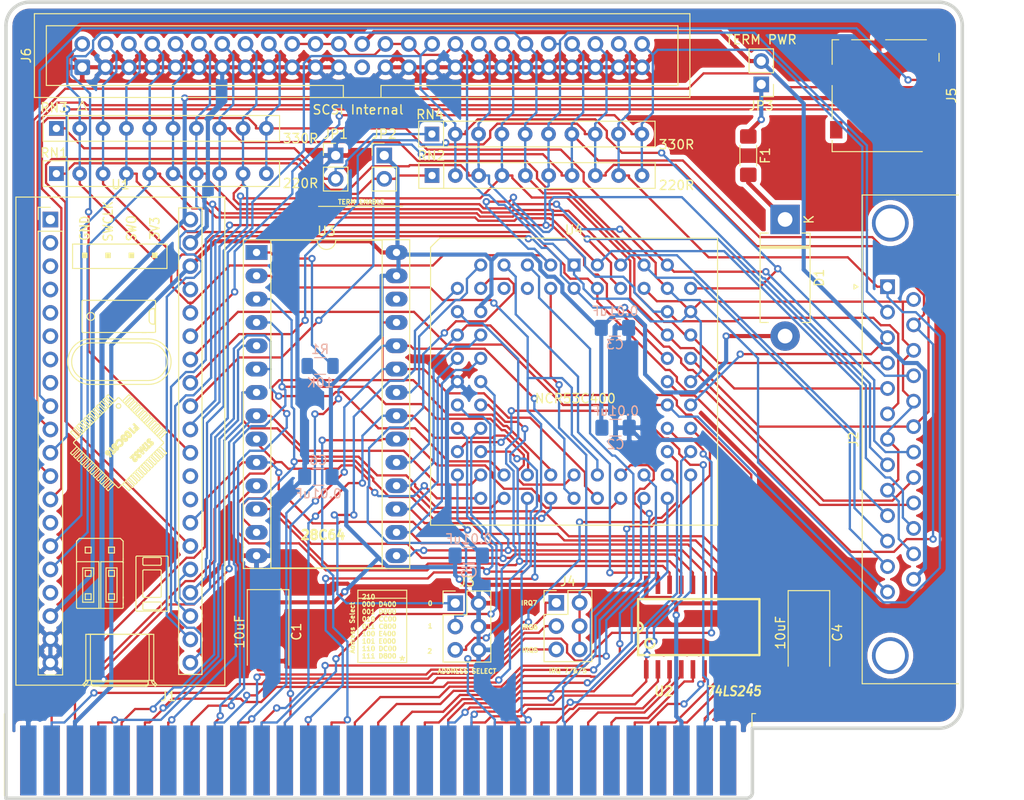
<source format=kicad_pcb>
(kicad_pcb (version 20171130) (host pcbnew "(5.1.10)-1")
  (layers (0 F.Cu signal) (31 B.Cu signal) (34 B.Paste user) (35 F.Paste user hide) (36 B.SilkS user hide) (37 F.SilkS user) (38 B.Mask user hide) (39 F.Mask user hide) (44 Edge.Cuts user))
  (net 0 "")
  (net 1 GND)
  (net 2 VCC)
  (net 3 /RESET)
  (net 4 /~SMEMW)
  (net 5 /~SMEMR)
  (net 6 /~IOW)
  (net 7 /~IOR)
  (net 8 /D7)
  (net 9 /D6)
  (net 10 /D5)
  (net 11 /D4)
  (net 12 /D3)
  (net 13 /D2)
  (net 14 /D1)
  (net 15 /D0)
  (net 16 /AEN)
  (net 17 /A19)
  (net 18 /A18)
  (net 19 /A17)
  (net 20 /A16)
  (net 21 /A15)
  (net 22 /A14)
  (net 23 /A13)
  (net 24 /A12)
  (net 25 /A11)
  (net 26 /A10)
  (net 27 /A9)
  (net 28 /A8)
  (net 29 /A7)
  (net 30 /A6)
  (net 31 /A5)
  (net 32 /A4)
  (net 33 /A3)
  (net 34 /A2)
  (net 35 /A1)
  (net 36 /A0)
  (net 37 /TRM_PWR)
  (net 38 /SCSI_Vss)
  (net 39 /SDB4)
  (net 40 /SDB2)
  (net 41 /SDB1)
  (net 42 /SDBP)
  (net 43 /SSEL)
  (net 44 /SATN)
  (net 45 /SCD)
  (net 46 /SDB7)
  (net 47 /SDB6)
  (net 48 /SDB5)
  (net 49 /SDB3)
  (net 50 /SDB0)
  (net 51 /SBSY)
  (net 52 /SACK)
  (net 53 /SRST)
  (net 54 /SIO)
  (net 55 /SMSG)
  (net 56 /SREQ)
  (net 57 /ASEL1)
  (net 58 /ASEL2)
  (net 59 /ASEL0)
  (net 60 /IRQ_SEL)
  (net 61 /IRQ6)
  (net 62 /IRQ5)
  (net 63 /IRQ7)
  (net 64 /SD_MISO)
  (net 65 /SD_CLK)
  (net 66 +3V3)
  (net 67 /SD_MOSI)
  (net 68 /SD_CS)
  (net 69 "Net-(J5-Pad1)")
  (net 70 "Net-(J5-Pad8)")
  (net 71 "Net-(J6-Pad25)")
  (net 72 "Net-(JP1-Pad2)")
  (net 73 "Net-(JP2-Pad2)")
  (net 74 "Net-(U1-Pad17)")
  (net 75 "Net-(U1-Pad14)")
  (net 76 "Net-(U1-Pad28)")
  (net 77 "Net-(U1-Pad29)")
  (net 78 "Net-(U1-Pad8)")
  (net 79 "Net-(U1-Pad7)")
  (net 80 "Net-(U1-Pad6)")
  (net 81 "Net-(U1-Pad5)")
  (net 82 "Net-(U1-Pad4)")
  (net 83 "Net-(U1-Pad3)")
  (net 84 "Net-(U1-Pad2)")
  (net 85 "Net-(U1-Pad1)")
  (net 86 /~SDRV_SEL)
  (net 87 /SD0)
  (net 88 /SD1)
  (net 89 /SD2)
  (net 90 /SD3)
  (net 91 /SD4)
  (net 92 /SD5)
  (net 93 /SD6)
  (net 94 /SD7)
  (net 95 /~ROM_SEL)
  (net 96 /OSC)
  (net 97 /CLK)
  (net 98 /0WS)
  (net 99 /~SW_SEL)
  (net 100 /~RAM_SEL)
  (net 101 /IRQ2)
  (net 102 /-5V)
  (net 103 /DRQ2)
  (net 104 /-12V)
  (net 105 /12V)
  (net 106 /~DACK3)
  (net 107 /DRQ3)
  (net 108 /~DACK1)
  (net 109 /DRQ1)
  (net 110 /~DACK0)
  (net 111 /IRQ4)
  (net 112 /IRQ3)
  (net 113 /~DACK2)
  (net 114 /TC)
  (net 115 /ALE)
  (net 116 "Net-(J1-Pad32)")
  (net 117 "Net-(J1-Pad41)")
  (net 118 "Net-(D1-Pad1)")
  (net 119 "Net-(R1-Pad1)")
  (net 120 "Net-(U3-Pad26)")
  (module "Amstrad Internal:YAAJ_BluePill_1" (layer F.Cu) (at 97.4852 61.1175)
    (fp_text reference U1 (at 7.62 -3.81) (layer F.SilkS))
    (fp_text value BluePill_STM32F103C hide)
    (fp_text user 3V3 (at 11.3665 0.9525 90 unlocked) (layer F.SilkS) (effects (font (size 1 0.9))))
    (fp_text user SWO (at 8.8265 0.9525 90 unlocked) (layer F.SilkS) (effects (font (size 1 0.9))))
    (fp_text user SWCLK (at 6.2865 0.1905 90 unlocked) (layer F.SilkS) (effects (font (size 1 0.9))))
    (fp_text user GND (at 3.7465 0.9525 90 unlocked) (layer F.SilkS) (effects (font (size 1 0.9))))
    (pad 40 thru_hole circle (at 15.24 0) (size 1.7 1.7) (drill 1) (layers *.Cu *.Mask) (net 66 +3V3))
    (pad 1 thru_hole rect (at 0 0) (size 1.7 1.7) (drill 1) (layers *.Cu *.Mask) (net 85 "Net-(U1-Pad1)"))
    (pad 39 thru_hole circle (at 15.24 2.54) (size 1.7 1.7) (drill 1) (layers *.Cu *.Mask) (net 1 GND))
    (pad 2 thru_hole circle (at 0 2.54) (size 1.7 1.7) (drill 1) (layers *.Cu *.Mask) (net 84 "Net-(U1-Pad2)"))
    (pad 38 thru_hole circle (at 15.24 5.08) (size 1.7 1.7) (drill 1) (layers *.Cu *.Mask) (net 2 VCC))
    (pad 3 thru_hole circle (at 0 5.08) (size 1.7 1.7) (drill 1) (layers *.Cu *.Mask) (net 83 "Net-(U1-Pad3)"))
    (pad 37 thru_hole circle (at 15.24 7.62) (size 1.7 1.7) (drill 1) (layers *.Cu *.Mask) (net 41 /SDB1))
    (pad 4 thru_hole circle (at 0 7.62) (size 1.7 1.7) (drill 1) (layers *.Cu *.Mask) (net 82 "Net-(U1-Pad4)"))
    (pad 36 thru_hole circle (at 15.24 10.16) (size 1.7 1.7) (drill 1) (layers *.Cu *.Mask) (net 50 /SDB0))
    (pad 5 thru_hole circle (at 0 10.16) (size 1.7 1.7) (drill 1) (layers *.Cu *.Mask) (net 81 "Net-(U1-Pad5)"))
    (pad 35 thru_hole circle (at 15.24 12.7) (size 1.7 1.7) (drill 1) (layers *.Cu *.Mask) (net 54 /SIO))
    (pad 6 thru_hole circle (at 0 12.7) (size 1.7 1.7) (drill 1) (layers *.Cu *.Mask) (net 80 "Net-(U1-Pad6)"))
    (pad 34 thru_hole circle (at 15.24 15.24) (size 1.7 1.7) (drill 1) (layers *.Cu *.Mask) (net 56 /SREQ))
    (pad 7 thru_hole circle (at 0 15.24) (size 1.7 1.7) (drill 1) (layers *.Cu *.Mask) (net 79 "Net-(U1-Pad7)"))
    (pad 33 thru_hole circle (at 15.24 17.78) (size 1.7 1.7) (drill 1) (layers *.Cu *.Mask) (net 45 /SCD))
    (pad 8 thru_hole circle (at 0 17.78) (size 1.7 1.7) (drill 1) (layers *.Cu *.Mask) (net 78 "Net-(U1-Pad8)"))
    (pad 32 thru_hole circle (at 15.24 20.32) (size 1.7 1.7) (drill 1) (layers *.Cu *.Mask) (net 43 /SSEL))
    (pad 9 thru_hole circle (at 0 20.32) (size 1.7 1.7) (drill 1) (layers *.Cu *.Mask) (net 68 /SD_CS))
    (pad 31 thru_hole circle (at 15.24 22.86) (size 1.7 1.7) (drill 1) (layers *.Cu *.Mask) (net 55 /SMSG))
    (pad 10 thru_hole circle (at 0 22.86) (size 1.7 1.7) (drill 1) (layers *.Cu *.Mask) (net 65 /SD_CLK))
    (pad 30 thru_hole circle (at 15.24 25.4) (size 1.7 1.7) (drill 1) (layers *.Cu *.Mask) (net 53 /SRST))
    (pad 11 thru_hole circle (at 0 25.4) (size 1.7 1.7) (drill 1) (layers *.Cu *.Mask) (net 64 /SD_MISO))
    (pad 29 thru_hole circle (at 15.24 27.94) (size 1.7 1.7) (drill 1) (layers *.Cu *.Mask) (net 77 "Net-(U1-Pad29)"))
    (pad 12 thru_hole circle (at 0 27.94) (size 1.7 1.7) (drill 1) (layers *.Cu *.Mask) (net 67 /SD_MOSI))
    (pad 28 thru_hole circle (at 15.24 30.48) (size 1.7 1.7) (drill 1) (layers *.Cu *.Mask) (net 76 "Net-(U1-Pad28)"))
    (pad 13 thru_hole circle (at 0 30.48) (size 1.7 1.7) (drill 1) (layers *.Cu *.Mask) (net 42 /SDBP))
    (pad 27 thru_hole circle (at 15.24 33.02) (size 1.7 1.7) (drill 1) (layers *.Cu *.Mask) (net 52 /SACK))
    (pad 14 thru_hole circle (at 0 33.02) (size 1.7 1.7) (drill 1) (layers *.Cu *.Mask) (net 75 "Net-(U1-Pad14)"))
    (pad 26 thru_hole circle (at 15.24 35.56) (size 1.7 1.7) (drill 1) (layers *.Cu *.Mask) (net 51 /SBSY))
    (pad 15 thru_hole circle (at 0 35.56) (size 1.7 1.7) (drill 1) (layers *.Cu *.Mask) (net 40 /SDB2))
    (pad 25 thru_hole circle (at 15.24 38.1) (size 1.7 1.7) (drill 1) (layers *.Cu *.Mask) (net 44 /SATN))
    (pad 16 thru_hole circle (at 0 38.1) (size 1.7 1.7) (drill 1) (layers *.Cu *.Mask) (net 49 /SDB3))
    (pad 24 thru_hole circle (at 15.24 40.64) (size 1.7 1.7) (drill 1) (layers *.Cu *.Mask) (net 46 /SDB7))
    (pad 17 thru_hole circle (at 0 40.64) (size 1.7 1.7) (drill 1) (layers *.Cu *.Mask) (net 74 "Net-(U1-Pad17)"))
    (pad 23 thru_hole circle (at 15.24 43.18) (size 1.7 1.7) (drill 1) (layers *.Cu *.Mask) (net 47 /SDB6))
    (pad 18 thru_hole circle (at 0 43.18) (size 1.7 1.7) (drill 1) (layers *.Cu *.Mask) (net 66 +3V3))
    (pad 22 thru_hole circle (at 15.24 45.72) (size 1.7 1.7) (drill 1) (layers *.Cu *.Mask) (net 48 /SDB5))
    (pad 19 thru_hole circle (at 0 45.72) (size 1.7 1.7) (drill 1) (layers *.Cu *.Mask) (net 1 GND))
    (pad 21 thru_hole circle (at 15.24 48.26) (size 1.7 1.7) (drill 1) (layers *.Cu *.Mask) (net 39 /SDB4))
    (pad 20 thru_hole circle (at 0 48.26) (size 1.7 1.7) (drill 1) (layers *.Cu *.Mask) (net 1 GND))
  )
  (module Capacitor_Tantalum_SMD:CP_EIA-7343-31_Kemet-D_Pad2.25x2.55mm_HandSolder (layer F.Cu) (at 180.086 106.111 270)
    (fp_text reference C4 (at 0 -3.1 90) (layer F.SilkS))
    (fp_text value 10uF (at 0 3.1 90) (layer F.SilkS))
    (pad 2 smd roundrect (at 3.2 0 270) (size 2.25 2.55) (layers F.Cu F.Paste F.Mask) (roundrect_rratio 0.111111) (net 1 GND))
    (pad 1 smd roundrect (at -3.2 0 270) (size 2.25 2.55) (layers F.Cu F.Paste F.Mask) (roundrect_rratio 0.111111) (net 2 VCC))
  )
  (module Capacitor_Tantalum_SMD:CP_EIA-7343-31_Kemet-D_Pad2.25x2.55mm_HandSolder (layer F.Cu) (at 121.188 106 270)
    (fp_text reference C1 (at 0 -3.1 270) (layer F.SilkS))
    (fp_text value 10uF (at 0 3.1 270) (layer F.SilkS))
    (pad 2 smd roundrect (at 3.2 0 270) (size 2.25 2.55) (layers F.Cu F.Paste F.Mask) (roundrect_rratio 0.111111) (net 1 GND))
    (pad 1 smd roundrect (at -3.2 0 270) (size 2.25 2.55) (layers F.Cu F.Paste F.Mask) (roundrect_rratio 0.111111) (net 2 VCC))
  )
  (module Fuse:Fuse_1806_4516Metric_Pad1.57x1.80mm_HandSolder (layer F.Cu) (at 173.482 54.1583 270)
    (fp_text reference F1 (at 0 -1.85 90) (layer F.SilkS))
    (fp_text value Polyfuse)
    (pad 2 smd roundrect (at 2.0875 0 270) (size 1.575 1.8) (layers F.Cu F.Paste F.Mask) (roundrect_rratio 0.15873) (net 118 "Net-(D1-Pad1)"))
    (pad 1 smd roundrect (at -2.0875 0 270) (size 1.575 1.8) (layers F.Cu F.Paste F.Mask) (roundrect_rratio 0.159) (net 37 /TRM_PWR))
  )
  (module Capacitor_SMD:C_1206_3216Metric_Pad1.42x1.75mm_HandSolder (layer B.Cu) (at 126.664 89.1438 180)
    (fp_text reference C6 (at 0 1.82) (layer B.SilkS) (effects (justify mirror)))
    (fp_text value 0.01uF (at 0 -1.82) (layer B.SilkS) (effects (justify mirror)))
    (pad 2 smd roundrect (at 1.4875 0 180) (size 1.425 1.75) (layers B.Cu B.Paste B.Mask) (roundrect_rratio 0.175439) (net 1 GND))
    (pad 1 smd roundrect (at -1.4875 0 180) (size 1.425 1.75) (layers B.Cu B.Paste B.Mask) (roundrect_rratio 0.175439) (net 2 VCC))
  )
  (module Capacitor_SMD:C_1206_3216Metric_Pad1.42x1.75mm_HandSolder (layer B.Cu) (at 158.962 72.9132)
    (fp_text reference C3 (at 0 1.82) (layer B.SilkS) (effects (justify mirror)))
    (fp_text value 0.01uF (at 0 -1.82) (layer B.SilkS) (effects (justify mirror)))
    (pad 2 smd roundrect (at 1.4875 0) (size 1.425 1.75) (layers B.Cu B.Paste B.Mask) (roundrect_rratio 0.175439) (net 1 GND))
    (pad 1 smd roundrect (at -1.4875 0) (size 1.425 1.75) (layers B.Cu B.Paste B.Mask) (roundrect_rratio 0.175439) (net 2 VCC))
  )
  (module Resistor_THT:R_Array_SIP10 (layer F.Cu) (at 139.029 51.8109)
    (fp_text reference RN4 (at -0.21336 -2.12344) (layer F.SilkS))
    (fp_text value 330R (at 26.63952 1.14808) (layer F.SilkS))
    (pad 10 thru_hole oval (at 22.86 0) (size 1.6 1.6) (drill 0.8) (layers *.Cu *.Mask) (net 54 /SIO))
    (pad 9 thru_hole oval (at 20.32 0) (size 1.6 1.6) (drill 0.8) (layers *.Cu *.Mask) (net 56 /SREQ))
    (pad 8 thru_hole oval (at 17.78 0) (size 1.6 1.6) (drill 0.8) (layers *.Cu *.Mask) (net 45 /SCD))
    (pad 7 thru_hole oval (at 15.24 0) (size 1.6 1.6) (drill 0.8) (layers *.Cu *.Mask) (net 43 /SSEL))
    (pad 6 thru_hole oval (at 12.7 0) (size 1.6 1.6) (drill 0.8) (layers *.Cu *.Mask) (net 55 /SMSG))
    (pad 5 thru_hole oval (at 10.16 0) (size 1.6 1.6) (drill 0.8) (layers *.Cu *.Mask) (net 53 /SRST))
    (pad 4 thru_hole oval (at 7.62 0) (size 1.6 1.6) (drill 0.8) (layers *.Cu *.Mask) (net 52 /SACK))
    (pad 3 thru_hole oval (at 5.08 0) (size 1.6 1.6) (drill 0.8) (layers *.Cu *.Mask) (net 51 /SBSY))
    (pad 2 thru_hole oval (at 2.54 0) (size 1.6 1.6) (drill 0.8) (layers *.Cu *.Mask) (net 44 /SATN))
    (pad 1 thru_hole rect (at 0 0) (size 1.6 1.6) (drill 0.8) (layers *.Cu *.Mask) (net 72 "Net-(JP1-Pad2)"))
  )
  (module Resistor_THT:R_Array_SIP10 (layer F.Cu) (at 98.1405 51.1912)
    (fp_text reference RN3 (at -0.254 -2.2606) (layer F.SilkS))
    (fp_text value 330R (at 26.58872 1.0922) (layer F.SilkS))
    (pad 10 thru_hole oval (at 22.86 0) (size 1.6 1.6) (drill 0.8) (layers *.Cu *.Mask) (net 42 /SDBP))
    (pad 9 thru_hole oval (at 20.32 0) (size 1.6 1.6) (drill 0.8) (layers *.Cu *.Mask) (net 46 /SDB7))
    (pad 8 thru_hole oval (at 17.78 0) (size 1.6 1.6) (drill 0.8) (layers *.Cu *.Mask) (net 47 /SDB6))
    (pad 7 thru_hole oval (at 15.24 0) (size 1.6 1.6) (drill 0.8) (layers *.Cu *.Mask) (net 48 /SDB5))
    (pad 6 thru_hole oval (at 12.7 0) (size 1.6 1.6) (drill 0.8) (layers *.Cu *.Mask) (net 39 /SDB4))
    (pad 5 thru_hole oval (at 10.16 0) (size 1.6 1.6) (drill 0.8) (layers *.Cu *.Mask) (net 49 /SDB3))
    (pad 4 thru_hole oval (at 7.62 0) (size 1.6 1.6) (drill 0.8) (layers *.Cu *.Mask) (net 40 /SDB2))
    (pad 3 thru_hole oval (at 5.08 0) (size 1.6 1.6) (drill 0.8) (layers *.Cu *.Mask) (net 41 /SDB1))
    (pad 2 thru_hole oval (at 2.54 0) (size 1.6 1.6) (drill 0.8) (layers *.Cu *.Mask) (net 50 /SDB0))
    (pad 1 thru_hole rect (at 0 0) (size 1.6 1.6) (drill 0.8) (layers *.Cu *.Mask) (net 72 "Net-(JP1-Pad2)"))
  )
  (module Resistor_THT:R_Array_SIP10 (layer F.Cu) (at 139.045 56.322)
    (fp_text reference RN2 (at -0.06096 -2.159) (layer F.SilkS))
    (fp_text value 220R (at 26.62428 1.0668) (layer F.SilkS))
    (pad 10 thru_hole oval (at 22.86 0) (size 1.6 1.6) (drill 0.8) (layers *.Cu *.Mask) (net 54 /SIO))
    (pad 9 thru_hole oval (at 20.32 0) (size 1.6 1.6) (drill 0.8) (layers *.Cu *.Mask) (net 56 /SREQ))
    (pad 8 thru_hole oval (at 17.78 0) (size 1.6 1.6) (drill 0.8) (layers *.Cu *.Mask) (net 45 /SCD))
    (pad 7 thru_hole oval (at 15.24 0) (size 1.6 1.6) (drill 0.8) (layers *.Cu *.Mask) (net 43 /SSEL))
    (pad 6 thru_hole oval (at 12.7 0) (size 1.6 1.6) (drill 0.8) (layers *.Cu *.Mask) (net 55 /SMSG))
    (pad 5 thru_hole oval (at 10.16 0) (size 1.6 1.6) (drill 0.8) (layers *.Cu *.Mask) (net 53 /SRST))
    (pad 4 thru_hole oval (at 7.62 0) (size 1.6 1.6) (drill 0.8) (layers *.Cu *.Mask) (net 52 /SACK))
    (pad 3 thru_hole oval (at 5.08 0) (size 1.6 1.6) (drill 0.8) (layers *.Cu *.Mask) (net 51 /SBSY))
    (pad 2 thru_hole oval (at 2.54 0) (size 1.6 1.6) (drill 0.8) (layers *.Cu *.Mask) (net 44 /SATN))
    (pad 1 thru_hole rect (at 0 0) (size 1.6 1.6) (drill 0.8) (layers *.Cu *.Mask) (net 73 "Net-(JP2-Pad2)"))
  )
  (module Resistor_THT:R_Array_SIP10 (layer F.Cu) (at 98.1405 56.1188)
    (fp_text reference RN1 (at -0.254 -2.25552) (layer F.SilkS))
    (fp_text value 220R (at 26.58872 1.05664) (layer F.SilkS))
    (pad 10 thru_hole oval (at 22.86 0) (size 1.6 1.6) (drill 0.8) (layers *.Cu *.Mask) (net 42 /SDBP))
    (pad 9 thru_hole oval (at 20.32 0) (size 1.6 1.6) (drill 0.8) (layers *.Cu *.Mask) (net 46 /SDB7))
    (pad 8 thru_hole oval (at 17.78 0) (size 1.6 1.6) (drill 0.8) (layers *.Cu *.Mask) (net 47 /SDB6))
    (pad 7 thru_hole oval (at 15.24 0) (size 1.6 1.6) (drill 0.8) (layers *.Cu *.Mask) (net 48 /SDB5))
    (pad 6 thru_hole oval (at 12.7 0) (size 1.6 1.6) (drill 0.8) (layers *.Cu *.Mask) (net 39 /SDB4))
    (pad 5 thru_hole oval (at 10.16 0) (size 1.6 1.6) (drill 0.8) (layers *.Cu *.Mask) (net 49 /SDB3))
    (pad 4 thru_hole oval (at 7.62 0) (size 1.6 1.6) (drill 0.8) (layers *.Cu *.Mask) (net 40 /SDB2))
    (pad 3 thru_hole oval (at 5.08 0) (size 1.6 1.6) (drill 0.8) (layers *.Cu *.Mask) (net 41 /SDB1))
    (pad 2 thru_hole oval (at 2.54 0) (size 1.6 1.6) (drill 0.8) (layers *.Cu *.Mask) (net 50 /SDB0))
    (pad 1 thru_hole rect (at 0 0) (size 1.6 1.6) (drill 0.8) (layers *.Cu *.Mask) (net 73 "Net-(JP2-Pad2)"))
  )
  (module Connector_Card:microSD_HC_Molex_104031-0811 (layer F.Cu) (at 188.433 47.6104 270)
    (fp_text reference J5 (at 0 -7.18 90) (layer F.SilkS))
    (fp_text value Micro_SD_Card)
    (pad 11 smd rect (at 3.73 5.375 270) (size 1.9 1.35) (layers F.Cu F.Paste F.Mask))
    (pad 11 smd rect (at -2.24 5.375 270) (size 1.9 1.35) (layers F.Cu F.Paste F.Mask))
    (pad 9 smd rect (at -5.74 0.7 270) (size 1.2 1) (layers F.Cu F.Paste F.Mask) (net 1 GND))
    (pad 10 smd rect (at -5.74 4.4 270) (size 1.2 1) (layers F.Cu F.Paste F.Mask))
    (pad 11 smd rect (at -5.565 -5.325 270) (size 1.55 1.35) (layers F.Cu F.Paste F.Mask))
    (pad 11 smd rect (at 5.755 -5.1 270) (size 1.17 1.8) (layers F.Cu F.Paste F.Mask))
    (pad 7 smd rect (at 3.495 -5.45 270) (size 0.85 1.1) (layers F.Cu F.Paste F.Mask) (net 64 /SD_MISO))
    (pad 6 smd rect (at 2.395 -5.45 270) (size 0.85 1.1) (layers F.Cu F.Paste F.Mask) (net 1 GND))
    (pad 5 smd rect (at 1.295 -5.45 270) (size 0.85 1.1) (layers F.Cu F.Paste F.Mask) (net 65 /SD_CLK))
    (pad 4 smd rect (at 0.195 -5.45 270) (size 0.85 1.1) (layers F.Cu F.Paste F.Mask) (net 66 +3V3))
    (pad 3 smd rect (at -0.905 -5.45 270) (size 0.85 1.1) (layers F.Cu F.Paste F.Mask) (net 67 /SD_MOSI))
    (pad 2 smd rect (at -2.005 -5.45 270) (size 0.85 1.1) (layers F.Cu F.Paste F.Mask) (net 68 /SD_CS))
    (pad 8 smd rect (at 4.545 -5.45 270) (size 0.75 1.1) (layers F.Cu F.Paste F.Mask) (net 70 "Net-(J5-Pad8)"))
    (pad 1 smd rect (at -3.105 -5.45 270) (size 0.85 1.1) (layers F.Cu F.Paste F.Mask) (net 69 "Net-(J5-Pad1)"))
  )
  (module Capacitor_SMD:C_1206_3216Metric_Pad1.42x1.75mm_HandSolder (layer B.Cu) (at 143.043 97.7087)
    (fp_text reference C5 (at 0 1.82) (layer B.SilkS) (effects (justify mirror)))
    (fp_text value 0.01uF (at 0 -1.82) (layer B.SilkS) (effects (justify mirror)))
    (pad 2 smd roundrect (at 1.4875 0) (size 1.425 1.75) (layers B.Cu B.Paste B.Mask) (roundrect_rratio 0.175439) (net 1 GND))
    (pad 1 smd roundrect (at -1.4875 0) (size 1.425 1.75) (layers B.Cu B.Paste B.Mask) (roundrect_rratio 0.175439) (net 2 VCC))
  )
  (module Capacitor_SMD:C_1206_3216Metric_Pad1.42x1.75mm_HandSolder (layer B.Cu) (at 159.029 83.7844)
    (fp_text reference C2 (at 0 1.82) (layer B.SilkS) (effects (justify mirror)))
    (fp_text value 0.01uF (at 0 -1.82) (layer B.SilkS) (effects (justify mirror)))
    (pad 2 smd roundrect (at 1.4875 0) (size 1.425 1.75) (layers B.Cu B.Paste B.Mask) (roundrect_rratio 0.175439) (net 1 GND))
    (pad 1 smd roundrect (at -1.4875 0) (size 1.425 1.75) (layers B.Cu B.Paste B.Mask) (roundrect_rratio 0.175439) (net 2 VCC))
  )
  (module Package_DIP:DIP-28_W15.24mm_Socket_LongPads (layer F.Cu) (at 119.934 64.704)
    (fp_text reference U3 (at 7.62 -2.33) (layer F.SilkS))
    (fp_text value 28C64 (at 7.23392 30.76448) (layer F.SilkS) (effects (font (thickness 0.25))))
    (pad 28 thru_hole oval (at 15.24 0) (size 2.4 1.6) (drill 0.8) (layers *.Cu *.Mask) (net 2 VCC))
    (pad 14 thru_hole oval (at 0 33.02) (size 2.4 1.6) (drill 0.8) (layers *.Cu *.Mask) (net 1 GND))
    (pad 27 thru_hole oval (at 15.24 2.54) (size 2.4 1.6) (drill 0.8) (layers *.Cu *.Mask) (net 2 VCC))
    (pad 13 thru_hole oval (at 0 30.48) (size 2.4 1.6) (drill 0.8) (layers *.Cu *.Mask) (net 89 /SD2))
    (pad 26 thru_hole oval (at 15.24 5.08) (size 2.4 1.6) (drill 0.8) (layers *.Cu *.Mask) (net 120 "Net-(U3-Pad26)"))
    (pad 12 thru_hole oval (at 0 27.94) (size 2.4 1.6) (drill 0.8) (layers *.Cu *.Mask) (net 88 /SD1))
    (pad 25 thru_hole oval (at 15.24 7.62) (size 2.4 1.6) (drill 0.8) (layers *.Cu *.Mask) (net 28 /A8))
    (pad 11 thru_hole oval (at 0 25.4) (size 2.4 1.6) (drill 0.8) (layers *.Cu *.Mask) (net 87 /SD0))
    (pad 24 thru_hole oval (at 15.24 10.16) (size 2.4 1.6) (drill 0.8) (layers *.Cu *.Mask) (net 27 /A9))
    (pad 10 thru_hole oval (at 0 22.86) (size 2.4 1.6) (drill 0.8) (layers *.Cu *.Mask) (net 36 /A0))
    (pad 23 thru_hole oval (at 15.24 12.7) (size 2.4 1.6) (drill 0.8) (layers *.Cu *.Mask) (net 25 /A11))
    (pad 9 thru_hole oval (at 0 20.32) (size 2.4 1.6) (drill 0.8) (layers *.Cu *.Mask) (net 35 /A1))
    (pad 22 thru_hole oval (at 15.24 15.24) (size 2.4 1.6) (drill 0.8) (layers *.Cu *.Mask) (net 95 /~ROM_SEL))
    (pad 8 thru_hole oval (at 0 17.78) (size 2.4 1.6) (drill 0.8) (layers *.Cu *.Mask) (net 34 /A2))
    (pad 21 thru_hole oval (at 15.24 17.78) (size 2.4 1.6) (drill 0.8) (layers *.Cu *.Mask) (net 26 /A10))
    (pad 7 thru_hole oval (at 0 15.24) (size 2.4 1.6) (drill 0.8) (layers *.Cu *.Mask) (net 33 /A3))
    (pad 20 thru_hole oval (at 15.24 20.32) (size 2.4 1.6) (drill 0.8) (layers *.Cu *.Mask) (net 23 /A13))
    (pad 6 thru_hole oval (at 0 12.7) (size 2.4 1.6) (drill 0.8) (layers *.Cu *.Mask) (net 32 /A4))
    (pad 19 thru_hole oval (at 15.24 22.86) (size 2.4 1.6) (drill 0.8) (layers *.Cu *.Mask) (net 94 /SD7))
    (pad 5 thru_hole oval (at 0 10.16) (size 2.4 1.6) (drill 0.8) (layers *.Cu *.Mask) (net 31 /A5))
    (pad 18 thru_hole oval (at 15.24 25.4) (size 2.4 1.6) (drill 0.8) (layers *.Cu *.Mask) (net 93 /SD6))
    (pad 4 thru_hole oval (at 0 7.62) (size 2.4 1.6) (drill 0.8) (layers *.Cu *.Mask) (net 30 /A6))
    (pad 17 thru_hole oval (at 15.24 27.94) (size 2.4 1.6) (drill 0.8) (layers *.Cu *.Mask) (net 92 /SD5))
    (pad 3 thru_hole oval (at 0 5.08) (size 2.4 1.6) (drill 0.8) (layers *.Cu *.Mask) (net 29 /A7))
    (pad 16 thru_hole oval (at 15.24 30.48) (size 2.4 1.6) (drill 0.8) (layers *.Cu *.Mask) (net 91 /SD4))
    (pad 2 thru_hole oval (at 0 2.54) (size 2.4 1.6) (drill 0.8) (layers *.Cu *.Mask) (net 24 /A12))
    (pad 15 thru_hole oval (at 15.24 33.02) (size 2.4 1.6) (drill 0.8) (layers *.Cu *.Mask) (net 90 /SD3))
    (pad 1 thru_hole rect (at 0 0) (size 2.4 1.6) (drill 0.8) (layers *.Cu *.Mask) (net 119 "Net-(R1-Pad1)"))
  )
  (module Resistor_SMD:R_1206_3216Metric (layer B.Cu) (at 126.855 77.0636 180)
    (fp_text reference R1 (at 0 1.82) (layer B.SilkS) (effects (justify mirror)))
    (fp_text value 10K (at 0 -1.82) (layer B.SilkS) (effects (justify mirror)))
    (pad 2 smd roundrect (at 1.4 0 180) (size 1.25 1.75) (layers B.Cu B.Paste B.Mask) (roundrect_rratio 0.2) (net 2 VCC))
    (pad 1 smd roundrect (at -1.4 0 180) (size 1.25 1.75) (layers B.Cu B.Paste B.Mask) (roundrect_rratio 0.2) (net 119 "Net-(R1-Pad1)"))
  )
  (module Connector_Dsub:DSUB-25_Female_Horizontal_P2.77x2.84mm_EdgePinOffset4.94mm_Housed_MountingHolesOffset7.48mm (layer F.Cu) (at 188.646 68.4327 90)
    (fp_text reference J2 (at -16.62 -3.7 90) (layer F.SilkS))
    (fp_text value DB25_Female_MountingHoles)
    (pad 0 thru_hole circle (at 6.93 0.3 90) (size 4 4) (drill 3.2) (layers *.Cu *.Mask))
    (pad 0 thru_hole circle (at -40.17 0.3 90) (size 4 4) (drill 3.2) (layers *.Cu *.Mask))
    (pad 25 thru_hole circle (at -31.855 2.84 90) (size 1.6 1.6) (drill 1) (layers *.Cu *.Mask) (net 37 /TRM_PWR))
    (pad 24 thru_hole circle (at -29.085 2.84 90) (size 1.6 1.6) (drill 1) (layers *.Cu *.Mask) (net 38 /SCSI_Vss))
    (pad 23 thru_hole circle (at -26.315 2.84 90) (size 1.6 1.6) (drill 1) (layers *.Cu *.Mask) (net 39 /SDB4))
    (pad 22 thru_hole circle (at -23.545 2.84 90) (size 1.6 1.6) (drill 1) (layers *.Cu *.Mask) (net 40 /SDB2))
    (pad 21 thru_hole circle (at -20.775 2.84 90) (size 1.6 1.6) (drill 1) (layers *.Cu *.Mask) (net 41 /SDB1))
    (pad 20 thru_hole circle (at -18.005 2.84 90) (size 1.6 1.6) (drill 1) (layers *.Cu *.Mask) (net 42 /SDBP))
    (pad 19 thru_hole circle (at -15.235 2.84 90) (size 1.6 1.6) (drill 1) (layers *.Cu *.Mask) (net 43 /SSEL))
    (pad 18 thru_hole circle (at -12.465 2.84 90) (size 1.6 1.6) (drill 1) (layers *.Cu *.Mask) (net 38 /SCSI_Vss))
    (pad 17 thru_hole circle (at -9.695 2.84 90) (size 1.6 1.6) (drill 1) (layers *.Cu *.Mask) (net 44 /SATN))
    (pad 16 thru_hole circle (at -6.925 2.84 90) (size 1.6 1.6) (drill 1) (layers *.Cu *.Mask) (net 38 /SCSI_Vss))
    (pad 15 thru_hole circle (at -4.155 2.84 90) (size 1.6 1.6) (drill 1) (layers *.Cu *.Mask) (net 45 /SCD))
    (pad 14 thru_hole circle (at -1.385 2.84 90) (size 1.6 1.6) (drill 1) (layers *.Cu *.Mask) (net 38 /SCSI_Vss))
    (pad 13 thru_hole circle (at -33.24 0 90) (size 1.6 1.6) (drill 1) (layers *.Cu *.Mask) (net 46 /SDB7))
    (pad 12 thru_hole circle (at -30.47 0 90) (size 1.6 1.6) (drill 1) (layers *.Cu *.Mask) (net 47 /SDB6))
    (pad 11 thru_hole circle (at -27.7 0 90) (size 1.6 1.6) (drill 1) (layers *.Cu *.Mask) (net 48 /SDB5))
    (pad 10 thru_hole circle (at -24.93 0 90) (size 1.6 1.6) (drill 1) (layers *.Cu *.Mask) (net 49 /SDB3))
    (pad 9 thru_hole circle (at -22.16 0 90) (size 1.6 1.6) (drill 1) (layers *.Cu *.Mask) (net 38 /SCSI_Vss))
    (pad 8 thru_hole circle (at -19.39 0 90) (size 1.6 1.6) (drill 1) (layers *.Cu *.Mask) (net 50 /SDB0))
    (pad 7 thru_hole circle (at -16.62 0 90) (size 1.6 1.6) (drill 1) (layers *.Cu *.Mask) (net 38 /SCSI_Vss))
    (pad 6 thru_hole circle (at -13.85 0 90) (size 1.6 1.6) (drill 1) (layers *.Cu *.Mask) (net 51 /SBSY))
    (pad 5 thru_hole circle (at -11.08 0 90) (size 1.6 1.6) (drill 1) (layers *.Cu *.Mask) (net 52 /SACK))
    (pad 4 thru_hole circle (at -8.31 0 90) (size 1.6 1.6) (drill 1) (layers *.Cu *.Mask) (net 53 /SRST))
    (pad 3 thru_hole circle (at -5.54 0 90) (size 1.6 1.6) (drill 1) (layers *.Cu *.Mask) (net 54 /SIO))
    (pad 2 thru_hole circle (at -2.77 0 90) (size 1.6 1.6) (drill 1) (layers *.Cu *.Mask) (net 55 /SMSG))
    (pad 1 thru_hole rect (at 0 0 90) (size 1.6 1.6) (drill 1) (layers *.Cu *.Mask) (net 56 /SREQ))
  )
  (module "Amstrad Internal:BUS_XT" (layer F.Cu) (at 171.282 120.02)
    (fp_text reference J1 (at -60.96 -6.99) (layer F.SilkS))
    (fp_text value Bus_ISA_8bit)
    (pad 1 connect rect (at 0 0) (size 1.78 7.62) (layers B.Cu B.Mask) (net 1 GND))
    (pad 2 connect rect (at -2.54 0) (size 1.78 7.62) (layers B.Cu B.Mask) (net 3 /RESET))
    (pad 3 connect rect (at -5.08 0) (size 1.78 7.62) (layers B.Cu B.Mask) (net 2 VCC))
    (pad 4 connect rect (at -7.62 0) (size 1.78 7.62) (layers B.Cu B.Mask) (net 101 /IRQ2))
    (pad 5 connect rect (at -10.16 0) (size 1.78 7.62) (layers B.Cu B.Mask) (net 102 /-5V))
    (pad 6 connect rect (at -12.7 0) (size 1.78 7.62) (layers B.Cu B.Mask) (net 103 /DRQ2))
    (pad 7 connect rect (at -15.24 0) (size 1.78 7.62) (layers B.Cu B.Mask) (net 104 /-12V))
    (pad 8 connect rect (at -17.78 0) (size 1.78 7.62) (layers B.Cu B.Mask) (net 98 /0WS))
    (pad 9 connect rect (at -20.32 0) (size 1.78 7.62) (layers B.Cu B.Mask) (net 105 /12V))
    (pad 10 connect rect (at -22.86 0) (size 1.78 7.62) (layers B.Cu B.Mask) (net 1 GND))
    (pad 11 connect rect (at -25.4 0) (size 1.78 7.62) (layers B.Cu B.Mask) (net 4 /~SMEMW))
    (pad 12 connect rect (at -27.94 0) (size 1.78 7.62) (layers B.Cu B.Mask) (net 5 /~SMEMR))
    (pad 13 connect rect (at -30.48 0) (size 1.78 7.62) (layers B.Cu B.Mask) (net 6 /~IOW))
    (pad 14 connect rect (at -33.02 0) (size 1.78 7.62) (layers B.Cu B.Mask) (net 7 /~IOR))
    (pad 15 connect rect (at -35.56 0) (size 1.78 7.62) (layers B.Cu B.Mask) (net 106 /~DACK3))
    (pad 16 connect rect (at -38.1 0) (size 1.78 7.62) (layers B.Cu B.Mask) (net 107 /DRQ3))
    (pad 17 connect rect (at -40.64 0) (size 1.78 7.62) (layers B.Cu B.Mask) (net 108 /~DACK1))
    (pad 18 connect rect (at -43.18 0) (size 1.78 7.62) (layers B.Cu B.Mask) (net 109 /DRQ1))
    (pad 19 connect rect (at -45.72 0) (size 1.78 7.62) (layers B.Cu B.Mask) (net 110 /~DACK0))
    (pad 20 connect rect (at -48.26 0) (size 1.78 7.62) (layers B.Cu B.Mask) (net 97 /CLK))
    (pad 21 connect rect (at -50.8 0) (size 1.78 7.62) (layers B.Cu B.Mask) (net 63 /IRQ7))
    (pad 22 connect rect (at -53.34 0) (size 1.78 7.62) (layers B.Cu B.Mask) (net 61 /IRQ6))
    (pad 23 connect rect (at -55.88 0) (size 1.78 7.62) (layers B.Cu B.Mask) (net 62 /IRQ5))
    (pad 24 connect rect (at -58.42 0) (size 1.78 7.62) (layers B.Cu B.Mask) (net 111 /IRQ4))
    (pad 25 connect rect (at -60.96 0) (size 1.78 7.62) (layers B.Cu B.Mask) (net 112 /IRQ3))
    (pad 26 connect rect (at -63.5 0) (size 1.78 7.62) (layers B.Cu B.Mask) (net 113 /~DACK2))
    (pad 27 connect rect (at -66.04 0) (size 1.78 7.62) (layers B.Cu B.Mask) (net 114 /TC))
    (pad 28 connect rect (at -68.58 0) (size 1.78 7.62) (layers B.Cu B.Mask) (net 115 /ALE))
    (pad 29 connect rect (at -71.12 0) (size 1.78 7.62) (layers B.Cu B.Mask) (net 2 VCC))
    (pad 30 connect rect (at -73.66 0) (size 1.78 7.62) (layers B.Cu B.Mask) (net 96 /OSC))
    (pad 31 connect rect (at -76.2 0) (size 1.78 7.62) (layers B.Cu B.Mask) (net 1 GND))
    (pad 32 connect rect (at 0 0) (size 1.78 7.62) (layers F.Cu F.Mask) (net 116 "Net-(J1-Pad32)"))
    (pad 33 connect rect (at -2.54 0) (size 1.78 7.62) (layers F.Cu F.Mask) (net 8 /D7))
    (pad 34 connect rect (at -5.08 0) (size 1.78 7.62) (layers F.Cu F.Mask) (net 9 /D6))
    (pad 35 connect rect (at -7.62 0) (size 1.78 7.62) (layers F.Cu F.Mask) (net 10 /D5))
    (pad 36 connect rect (at -10.16 0) (size 1.78 7.62) (layers F.Cu F.Mask) (net 11 /D4))
    (pad 37 connect rect (at -12.7 0) (size 1.78 7.62) (layers F.Cu F.Mask) (net 12 /D3))
    (pad 38 connect rect (at -15.24 0) (size 1.78 7.62) (layers F.Cu F.Mask) (net 13 /D2))
    (pad 39 connect rect (at -17.78 0) (size 1.78 7.62) (layers F.Cu F.Mask) (net 14 /D1))
    (pad 40 connect rect (at -20.32 0) (size 1.78 7.62) (layers F.Cu F.Mask) (net 15 /D0))
    (pad 41 connect rect (at -22.86 0) (size 1.78 7.62) (layers F.Cu F.Mask) (net 117 "Net-(J1-Pad41)"))
    (pad 42 connect rect (at -25.4 0) (size 1.78 7.62) (layers F.Cu F.Mask) (net 16 /AEN))
    (pad 43 connect rect (at -27.94 0) (size 1.78 7.62) (layers F.Cu F.Mask) (net 17 /A19))
    (pad 44 connect rect (at -30.48 0) (size 1.78 7.62) (layers F.Cu F.Mask) (net 18 /A18))
    (pad 45 connect rect (at -33.02 0) (size 1.78 7.62) (layers F.Cu F.Mask) (net 19 /A17))
    (pad 46 connect rect (at -35.56 0) (size 1.78 7.62) (layers F.Cu F.Mask) (net 20 /A16))
    (pad 47 connect rect (at -38.1 0) (size 1.78 7.62) (layers F.Cu F.Mask) (net 21 /A15))
    (pad 48 connect rect (at -40.64 0) (size 1.78 7.62) (layers F.Cu F.Mask) (net 22 /A14))
    (pad 49 connect rect (at -43.18 0) (size 1.78 7.62) (layers F.Cu F.Mask) (net 23 /A13))
    (pad 50 connect rect (at -45.72 0) (size 1.78 7.62) (layers F.Cu F.Mask) (net 24 /A12))
    (pad 51 connect rect (at -48.26 0) (size 1.78 7.62) (layers F.Cu F.Mask) (net 25 /A11))
    (pad 52 connect rect (at -50.8 0) (size 1.78 7.62) (layers F.Cu F.Mask) (net 26 /A10))
    (pad 53 connect rect (at -53.34 0) (size 1.78 7.62) (layers F.Cu F.Mask) (net 27 /A9))
    (pad 54 connect rect (at -55.88 0) (size 1.78 7.62) (layers F.Cu F.Mask) (net 28 /A8))
    (pad 55 connect rect (at -58.42 0) (size 1.78 7.62) (layers F.Cu F.Mask) (net 29 /A7))
    (pad 56 connect rect (at -60.96 0) (size 1.78 7.62) (layers F.Cu F.Mask) (net 30 /A6))
    (pad 57 connect rect (at -63.5 0) (size 1.78 7.62) (layers F.Cu F.Mask) (net 31 /A5))
    (pad 58 connect rect (at -66.04 0) (size 1.78 7.62) (layers F.Cu F.Mask) (net 32 /A4))
    (pad 59 connect rect (at -68.58 0) (size 1.78 7.62) (layers F.Cu F.Mask) (net 33 /A3))
    (pad 60 connect rect (at -71.12 0) (size 1.78 7.62) (layers F.Cu F.Mask) (net 34 /A2))
    (pad 61 connect rect (at -73.66 0) (size 1.78 7.62) (layers F.Cu F.Mask) (net 35 /A1))
    (pad 62 connect rect (at -76.2 0) (size 1.78 7.62) (layers F.Cu F.Mask) (net 36 /A0))
  )
  (module Connector_PinHeader_2.54mm:PinHeader_1x02_P2.54mm_Vertical (layer F.Cu) (at 174.894 46.4007 180)
    (fp_text reference JP3 (at 0 -2.33) (layer F.SilkS))
    (fp_text value "TERM PWR" (at 0 4.87) (layer F.SilkS))
    (pad 2 thru_hole oval (at 0 2.54 180) (size 1.7 1.7) (drill 1) (layers *.Cu *.Mask) (net 37 /TRM_PWR))
    (pad 1 thru_hole rect (at 0 0 180) (size 1.7 1.7) (drill 1) (layers *.Cu *.Mask) (net 37 /TRM_PWR))
  )
  (module Connector_PinHeader_2.54mm:PinHeader_1x02_P2.54mm_Vertical (layer F.Cu) (at 133.843 54.1426)
    (fp_text reference JP2 (at 0 -2.33) (layer F.SilkS))
    (fp_text value . (at -0.28448 4.82092) (layer F.SilkS) (effects (font (size 0.5 0.5) (thickness 0.125))))
    (pad 2 thru_hole oval (at 0 2.54) (size 1.7 1.7) (drill 1) (layers *.Cu *.Mask) (net 73 "Net-(JP2-Pad2)"))
    (pad 1 thru_hole rect (at 0 0) (size 1.7 1.7) (drill 1) (layers *.Cu *.Mask) (net 2 VCC))
  )
  (module Connector_PinHeader_2.54mm:PinHeader_1x02_P2.54mm_Vertical (layer F.Cu) (at 128.549 54.1426)
    (fp_text reference JP1 (at 0 -2.33) (layer F.SilkS))
    (fp_text value "TERM ENABLE" (at 2.794 5.05968) (layer F.SilkS) (effects (font (size 0.5 0.5) (thickness 0.125))))
    (pad 2 thru_hole oval (at 0 2.54) (size 1.7 1.7) (drill 1) (layers *.Cu *.Mask) (net 72 "Net-(JP1-Pad2)"))
    (pad 1 thru_hole rect (at 0 0) (size 1.7 1.7) (drill 1) (layers *.Cu *.Mask) (net 1 GND))
  )
  (module Connector_PinHeader_2.54mm:PinHeader_2x03_P2.54mm_Vertical (layer F.Cu) (at 152.573 102.85)
    (fp_text reference J4 (at 1.27 -2.33) (layer F.SilkS))
    (fp_text value "IRQ 7/6/5" (at 1.27 7.41) (layer F.SilkS) (effects (font (size 0.5 0.5) (thickness 0.125))))
    (pad 6 thru_hole oval (at 2.54 5.08) (size 1.7 1.7) (drill 1) (layers *.Cu *.Mask) (net 60 /IRQ_SEL))
    (pad 5 thru_hole oval (at 0 5.08) (size 1.7 1.7) (drill 1) (layers *.Cu *.Mask) (net 62 /IRQ5))
    (pad 4 thru_hole oval (at 2.54 2.54) (size 1.7 1.7) (drill 1) (layers *.Cu *.Mask) (net 60 /IRQ_SEL))
    (pad 3 thru_hole oval (at 0 2.54) (size 1.7 1.7) (drill 1) (layers *.Cu *.Mask) (net 61 /IRQ6))
    (pad 2 thru_hole oval (at 2.54 0) (size 1.7 1.7) (drill 1) (layers *.Cu *.Mask) (net 60 /IRQ_SEL))
    (pad 1 thru_hole rect (at 0 0) (size 1.7 1.7) (drill 1) (layers *.Cu *.Mask) (net 63 /IRQ7))
  )
  (module Connector_PinHeader_2.54mm:PinHeader_2x03_P2.54mm_Vertical (layer F.Cu) (at 141.575 102.895)
    (fp_text reference J3 (at 1.27 -2.33) (layer F.SilkS))
    (fp_text value "ADDRESS SELECT" (at 1.27 7.41) (layer F.SilkS) (effects (font (size 0.5 0.5) (thickness 0.125))))
    (pad 6 thru_hole oval (at 2.54 5.08) (size 1.7 1.7) (drill 1) (layers *.Cu *.Mask) (net 1 GND))
    (pad 5 thru_hole oval (at 0 5.08) (size 1.7 1.7) (drill 1) (layers *.Cu *.Mask) (net 58 /ASEL2))
    (pad 4 thru_hole oval (at 2.54 2.54) (size 1.7 1.7) (drill 1) (layers *.Cu *.Mask) (net 1 GND))
    (pad 3 thru_hole oval (at 0 2.54) (size 1.7 1.7) (drill 1) (layers *.Cu *.Mask) (net 57 /ASEL1))
    (pad 2 thru_hole oval (at 2.54 0) (size 1.7 1.7) (drill 1) (layers *.Cu *.Mask) (net 1 GND))
    (pad 1 thru_hole rect (at 0 0) (size 1.7 1.7) (drill 1) (layers *.Cu *.Mask) (net 59 /ASEL0))
  )
  (module Diode_THT:D_DO-201AD_P12.70mm_Horizontal (layer F.Cu) (at 177.49 61.1073 270)
    (fp_text reference D1 (at 6.35 -3.72 90) (layer F.SilkS))
    (fp_text value DIODE)
    (fp_text user K (at 0 -2.6 90) (layer F.SilkS))
    (pad 2 thru_hole oval (at 12.7 0 270) (size 3.2 3.2) (drill 1.6) (layers *.Cu *.Mask) (net 2 VCC))
    (pad 1 thru_hole rect (at 0 0 270) (size 3.2 3.2) (drill 1.6) (layers *.Cu *.Mask) (net 118 "Net-(D1-Pad1)"))
  )
  (module Package_LCC:PLCC-68_THT-Socket (layer F.Cu) (at 154.508 66.0705)
    (fp_text reference U4 (at 0 -3.825) (layer F.SilkS))
    (fp_text value NCR53C400 (at 0.13716 14.53896) (layer F.SilkS))
    (pad 60 thru_hole circle (at 12.7 2.54) (size 1.4224 1.4224) (drill 0.8) (layers *.Cu *.Mask) (net 44 /SATN))
    (pad 58 thru_hole circle (at 12.7 5.08) (size 1.4224 1.4224) (drill 0.8) (layers *.Cu *.Mask) (net 38 /SCSI_Vss))
    (pad 56 thru_hole circle (at 12.7 7.62) (size 1.4224 1.4224) (drill 0.8) (layers *.Cu *.Mask) (net 53 /SRST))
    (pad 54 thru_hole circle (at 12.7 10.16) (size 1.4224 1.4224) (drill 0.8) (layers *.Cu *.Mask) (net 43 /SSEL))
    (pad 52 thru_hole circle (at 12.7 12.7) (size 1.4224 1.4224) (drill 0.8) (layers *.Cu *.Mask) (net 38 /SCSI_Vss))
    (pad 50 thru_hole circle (at 12.7 15.24) (size 1.4224 1.4224) (drill 0.8) (layers *.Cu *.Mask) (net 54 /SIO))
    (pad 48 thru_hole circle (at 12.7 17.78) (size 1.4224 1.4224) (drill 0.8) (layers *.Cu *.Mask) (net 6 /~IOW))
    (pad 46 thru_hole circle (at 12.7 20.32) (size 1.4224 1.4224) (drill 0.8) (layers *.Cu *.Mask) (net 5 /~SMEMR))
    (pad 61 thru_hole circle (at 10.16 0) (size 1.4224 1.4224) (drill 0.8) (layers *.Cu *.Mask) (net 42 /SDBP))
    (pad 59 thru_hole circle (at 10.16 5.08) (size 1.4224 1.4224) (drill 0.8) (layers *.Cu *.Mask) (net 51 /SBSY))
    (pad 57 thru_hole circle (at 10.16 7.62) (size 1.4224 1.4224) (drill 0.8) (layers *.Cu *.Mask) (net 52 /SACK))
    (pad 55 thru_hole circle (at 10.16 10.16) (size 1.4224 1.4224) (drill 0.8) (layers *.Cu *.Mask) (net 55 /SMSG))
    (pad 53 thru_hole circle (at 10.16 12.7) (size 1.4224 1.4224) (drill 0.8) (layers *.Cu *.Mask) (net 45 /SCD))
    (pad 51 thru_hole circle (at 10.16 15.24) (size 1.4224 1.4224) (drill 0.8) (layers *.Cu *.Mask) (net 56 /SREQ))
    (pad 49 thru_hole circle (at 10.16 17.78) (size 1.4224 1.4224) (drill 0.8) (layers *.Cu *.Mask) (net 96 /OSC))
    (pad 47 thru_hole circle (at 10.16 20.32) (size 1.4224 1.4224) (drill 0.8) (layers *.Cu *.Mask) (net 4 /~SMEMW))
    (pad 45 thru_hole circle (at 10.16 22.86) (size 1.4224 1.4224) (drill 0.8) (layers *.Cu *.Mask) (net 17 /A19))
    (pad 43 thru_hole circle (at 10.16 25.4) (size 1.4224 1.4224) (drill 0.8) (layers *.Cu *.Mask) (net 19 /A17))
    (pad 41 thru_hole circle (at 7.62 25.4) (size 1.4224 1.4224) (drill 0.8) (layers *.Cu *.Mask) (net 21 /A15))
    (pad 39 thru_hole circle (at 5.08 25.4) (size 1.4224 1.4224) (drill 0.8) (layers *.Cu *.Mask) (net 23 /A13))
    (pad 37 thru_hole circle (at 2.54 25.4) (size 1.4224 1.4224) (drill 0.8) (layers *.Cu *.Mask) (net 25 /A11))
    (pad 35 thru_hole circle (at 0 25.4) (size 1.4224 1.4224) (drill 0.8) (layers *.Cu *.Mask) (net 27 /A9))
    (pad 33 thru_hole circle (at -2.54 25.4) (size 1.4224 1.4224) (drill 0.8) (layers *.Cu *.Mask) (net 29 /A7))
    (pad 31 thru_hole circle (at -5.08 25.4) (size 1.4224 1.4224) (drill 0.8) (layers *.Cu *.Mask) (net 31 /A5))
    (pad 29 thru_hole circle (at -7.62 25.4) (size 1.4224 1.4224) (drill 0.8) (layers *.Cu *.Mask) (net 33 /A3))
    (pad 27 thru_hole circle (at -10.16 25.4) (size 1.4224 1.4224) (drill 0.8) (layers *.Cu *.Mask) (net 35 /A1))
    (pad 44 thru_hole circle (at 12.7 22.86) (size 1.4224 1.4224) (drill 0.8) (layers *.Cu *.Mask) (net 18 /A18))
    (pad 42 thru_hole circle (at 7.62 22.86) (size 1.4224 1.4224) (drill 0.8) (layers *.Cu *.Mask) (net 20 /A16))
    (pad 40 thru_hole circle (at 5.08 22.86) (size 1.4224 1.4224) (drill 0.8) (layers *.Cu *.Mask) (net 22 /A14))
    (pad 38 thru_hole circle (at 2.54 22.86) (size 1.4224 1.4224) (drill 0.8) (layers *.Cu *.Mask) (net 24 /A12))
    (pad 36 thru_hole circle (at 0 22.86) (size 1.4224 1.4224) (drill 0.8) (layers *.Cu *.Mask) (net 26 /A10))
    (pad 34 thru_hole circle (at -2.54 22.86) (size 1.4224 1.4224) (drill 0.8) (layers *.Cu *.Mask) (net 28 /A8))
    (pad 32 thru_hole circle (at -5.08 22.86) (size 1.4224 1.4224) (drill 0.8) (layers *.Cu *.Mask) (net 30 /A6))
    (pad 30 thru_hole circle (at -7.62 22.86) (size 1.4224 1.4224) (drill 0.8) (layers *.Cu *.Mask) (net 32 /A4))
    (pad 28 thru_hole circle (at -10.16 22.86) (size 1.4224 1.4224) (drill 0.8) (layers *.Cu *.Mask) (net 34 /A2))
    (pad 26 thru_hole circle (at -12.7 22.86) (size 1.4224 1.4224) (drill 0.8) (layers *.Cu *.Mask) (net 36 /A0))
    (pad 24 thru_hole circle (at -12.7 20.32) (size 1.4224 1.4224) (drill 0.8) (layers *.Cu *.Mask) (net 3 /RESET))
    (pad 22 thru_hole circle (at -12.7 17.78) (size 1.4224 1.4224) (drill 0.8) (layers *.Cu *.Mask) (net 87 /SD0))
    (pad 20 thru_hole circle (at -12.7 15.24) (size 1.4224 1.4224) (drill 0.8) (layers *.Cu *.Mask) (net 89 /SD2))
    (pad 18 thru_hole circle (at -12.7 12.7) (size 1.4224 1.4224) (drill 0.8) (layers *.Cu *.Mask) (net 1 GND))
    (pad 16 thru_hole circle (at -12.7 10.16) (size 1.4224 1.4224) (drill 0.8) (layers *.Cu *.Mask) (net 92 /SD5))
    (pad 14 thru_hole circle (at -12.7 7.62) (size 1.4224 1.4224) (drill 0.8) (layers *.Cu *.Mask) (net 94 /SD7))
    (pad 12 thru_hole circle (at -12.7 5.08) (size 1.4224 1.4224) (drill 0.8) (layers *.Cu *.Mask) (net 58 /ASEL2))
    (pad 10 thru_hole circle (at -12.7 2.54) (size 1.4224 1.4224) (drill 0.8) (layers *.Cu *.Mask) (net 59 /ASEL0))
    (pad 25 thru_hole circle (at -10.16 20.32) (size 1.4224 1.4224) (drill 0.8) (layers *.Cu *.Mask) (net 16 /AEN))
    (pad 23 thru_hole circle (at -10.16 17.78) (size 1.4224 1.4224) (drill 0.8) (layers *.Cu *.Mask) (net 97 /CLK))
    (pad 21 thru_hole circle (at -10.16 15.24) (size 1.4224 1.4224) (drill 0.8) (layers *.Cu *.Mask) (net 88 /SD1))
    (pad 19 thru_hole circle (at -10.16 12.7) (size 1.4224 1.4224) (drill 0.8) (layers *.Cu *.Mask) (net 90 /SD3))
    (pad 17 thru_hole circle (at -10.16 10.16) (size 1.4224 1.4224) (drill 0.8) (layers *.Cu *.Mask) (net 91 /SD4))
    (pad 15 thru_hole circle (at -10.16 7.62) (size 1.4224 1.4224) (drill 0.8) (layers *.Cu *.Mask) (net 93 /SD6))
    (pad 13 thru_hole circle (at -10.16 5.08) (size 1.4224 1.4224) (drill 0.8) (layers *.Cu *.Mask) (net 2 VCC))
    (pad 11 thru_hole circle (at -10.16 2.54) (size 1.4224 1.4224) (drill 0.8) (layers *.Cu *.Mask) (net 57 /ASEL1))
    (pad 63 thru_hole circle (at 7.62 0) (size 1.4224 1.4224) (drill 0.8) (layers *.Cu *.Mask) (net 47 /SDB6))
    (pad 65 thru_hole circle (at 5.08 0) (size 1.4224 1.4224) (drill 0.8) (layers *.Cu *.Mask) (net 48 /SDB5))
    (pad 67 thru_hole circle (at 2.54 0) (size 1.4224 1.4224) (drill 0.8) (layers *.Cu *.Mask) (net 49 /SDB3))
    (pad 9 thru_hole circle (at -10.16 0) (size 1.4224 1.4224) (drill 0.8) (layers *.Cu *.Mask) (net 95 /~ROM_SEL))
    (pad 7 thru_hole circle (at -7.62 0) (size 1.4224 1.4224) (drill 0.8) (layers *.Cu *.Mask) (net 86 /~SDRV_SEL))
    (pad 5 thru_hole circle (at -5.08 0) (size 1.4224 1.4224) (drill 0.8) (layers *.Cu *.Mask) (net 98 /0WS))
    (pad 3 thru_hole circle (at -2.54 0) (size 1.4224 1.4224) (drill 0.8) (layers *.Cu *.Mask) (net 50 /SDB0))
    (pad 1 thru_hole rect (at 0 0) (size 1.4224 1.4224) (drill 0.8) (layers *.Cu *.Mask) (net 38 /SCSI_Vss))
    (pad 62 thru_hole circle (at 10.16 2.54) (size 1.4224 1.4224) (drill 0.8) (layers *.Cu *.Mask) (net 46 /SDB7))
    (pad 64 thru_hole circle (at 7.62 2.54) (size 1.4224 1.4224) (drill 0.8) (layers *.Cu *.Mask) (net 38 /SCSI_Vss))
    (pad 66 thru_hole circle (at 5.08 2.54) (size 1.4224 1.4224) (drill 0.8) (layers *.Cu *.Mask) (net 39 /SDB4))
    (pad 68 thru_hole circle (at 2.54 2.54) (size 1.4224 1.4224) (drill 0.8) (layers *.Cu *.Mask) (net 40 /SDB2))
    (pad 8 thru_hole circle (at -7.62 2.54) (size 1.4224 1.4224) (drill 0.8) (layers *.Cu *.Mask) (net 99 /~SW_SEL))
    (pad 6 thru_hole circle (at -5.08 2.54) (size 1.4224 1.4224) (drill 0.8) (layers *.Cu *.Mask) (net 100 /~RAM_SEL))
    (pad 4 thru_hole circle (at -2.54 2.54) (size 1.4224 1.4224) (drill 0.8) (layers *.Cu *.Mask) (net 60 /IRQ_SEL))
    (pad 2 thru_hole circle (at 0 2.54) (size 1.4224 1.4224) (drill 0.8) (layers *.Cu *.Mask) (net 41 /SDB1))
  )
  (module My_Components:IC_SOIC20_Wide (layer F.Cu) (at 168.087 105.496)
    (fp_text reference U2 (at -3.81 6.985) (layer F.SilkS) (effects (font (size 1.016 1.016) (thickness 0.2032))))
    (fp_text value 74LS245 (at 3.81 6.985) (layer F.SilkS) (effects (font (size 1.016 0.9144) (thickness 0.2032) italic)))
    (pad 10 smd rect (at 5.715 4.59994) (size 0.508 1.99898) (layers F.Cu F.Paste F.Mask) (net 1 GND))
    (pad 9 smd rect (at 4.445 4.59994) (size 0.508 1.99898) (layers F.Cu F.Paste F.Mask) (net 8 /D7))
    (pad 8 smd rect (at 3.175 4.59994) (size 0.508 1.99898) (layers F.Cu F.Paste F.Mask) (net 9 /D6))
    (pad 7 smd rect (at 1.905 4.59994) (size 0.508 1.99898) (layers F.Cu F.Paste F.Mask) (net 10 /D5))
    (pad 6 smd rect (at 0.635 4.59994) (size 0.508 1.99898) (layers F.Cu F.Paste F.Mask) (net 11 /D4))
    (pad 5 smd rect (at -0.635 4.59994) (size 0.508 1.99898) (layers F.Cu F.Paste F.Mask) (net 12 /D3))
    (pad 4 smd rect (at -1.905 4.59994) (size 0.508 1.99898) (layers F.Cu F.Paste F.Mask) (net 13 /D2))
    (pad 3 smd rect (at -3.175 4.59994) (size 0.508 1.99898) (layers F.Cu F.Paste F.Mask) (net 14 /D1))
    (pad 2 smd rect (at -4.445 4.59994) (size 0.508 1.99898) (layers F.Cu F.Paste F.Mask) (net 15 /D0))
    (pad 1 smd rect (at -5.715 4.59994) (size 0.508 1.99898) (layers F.Cu F.Paste F.Mask) (net 5 /~SMEMR))
    (pad 20 smd rect (at -5.715 -4.59994) (size 0.508 1.99898) (layers F.Cu F.Paste F.Mask) (net 2 VCC))
    (pad 19 smd rect (at -4.445 -4.59994) (size 0.508 1.99898) (layers F.Cu F.Paste F.Mask) (net 86 /~SDRV_SEL))
    (pad 18 smd rect (at -3.175 -4.59994) (size 0.508 1.99898) (layers F.Cu F.Paste F.Mask) (net 87 /SD0))
    (pad 17 smd rect (at -1.905 -4.59994) (size 0.508 1.99898) (layers F.Cu F.Paste F.Mask) (net 88 /SD1))
    (pad 16 smd rect (at -0.635 -4.59994) (size 0.508 1.99898) (layers F.Cu F.Paste F.Mask) (net 89 /SD2))
    (pad 15 smd rect (at 0.635 -4.59994) (size 0.508 1.99898) (layers F.Cu F.Paste F.Mask) (net 90 /SD3))
    (pad 14 smd rect (at 1.905 -4.59994) (size 0.508 1.99898) (layers F.Cu F.Paste F.Mask) (net 91 /SD4))
    (pad 13 smd rect (at 3.175 -4.59994) (size 0.508 1.99898) (layers F.Cu F.Paste F.Mask) (net 92 /SD5))
    (pad 12 smd rect (at 4.445 -4.59994) (size 0.508 1.99898) (layers F.Cu F.Paste F.Mask) (net 93 /SD6))
    (pad 11 smd rect (at 5.715 -4.59994) (size 0.508 1.99898) (layers F.Cu F.Paste F.Mask) (net 94 /SD7))
  )
  (module Connector_IDC:IDC-Header_2x25_P2.54mm_Vertical (layer F.Cu) (at 100.955 44.5364 90)
    (fp_text reference J6 (at 1.27 -6.1 90) (layer F.SilkS))
    (fp_text value "SCSI Internal" (at -4.62788 30.03804 180) (layer F.SilkS))
    (pad 50 thru_hole circle (at 2.54 60.96 90) (size 1.7 1.7) (drill 1) (layers *.Cu *.Mask) (net 54 /SIO))
    (pad 48 thru_hole circle (at 2.54 58.42 90) (size 1.7 1.7) (drill 1) (layers *.Cu *.Mask) (net 56 /SREQ))
    (pad 46 thru_hole circle (at 2.54 55.88 90) (size 1.7 1.7) (drill 1) (layers *.Cu *.Mask) (net 45 /SCD))
    (pad 44 thru_hole circle (at 2.54 53.34 90) (size 1.7 1.7) (drill 1) (layers *.Cu *.Mask) (net 43 /SSEL))
    (pad 42 thru_hole circle (at 2.54 50.8 90) (size 1.7 1.7) (drill 1) (layers *.Cu *.Mask) (net 55 /SMSG))
    (pad 40 thru_hole circle (at 2.54 48.26 90) (size 1.7 1.7) (drill 1) (layers *.Cu *.Mask) (net 53 /SRST))
    (pad 38 thru_hole circle (at 2.54 45.72 90) (size 1.7 1.7) (drill 1) (layers *.Cu *.Mask) (net 52 /SACK))
    (pad 36 thru_hole circle (at 2.54 43.18 90) (size 1.7 1.7) (drill 1) (layers *.Cu *.Mask) (net 51 /SBSY))
    (pad 34 thru_hole circle (at 2.54 40.64 90) (size 1.7 1.7) (drill 1) (layers *.Cu *.Mask) (net 38 /SCSI_Vss))
    (pad 32 thru_hole circle (at 2.54 38.1 90) (size 1.7 1.7) (drill 1) (layers *.Cu *.Mask) (net 44 /SATN))
    (pad 30 thru_hole circle (at 2.54 35.56 90) (size 1.7 1.7) (drill 1) (layers *.Cu *.Mask) (net 38 /SCSI_Vss))
    (pad 28 thru_hole circle (at 2.54 33.02 90) (size 1.7 1.7) (drill 1) (layers *.Cu *.Mask) (net 38 /SCSI_Vss))
    (pad 26 thru_hole circle (at 2.54 30.48 90) (size 1.7 1.7) (drill 1) (layers *.Cu *.Mask) (net 37 /TRM_PWR))
    (pad 24 thru_hole circle (at 2.54 27.94 90) (size 1.7 1.7) (drill 1) (layers *.Cu *.Mask) (net 38 /SCSI_Vss))
    (pad 22 thru_hole circle (at 2.54 25.4 90) (size 1.7 1.7) (drill 1) (layers *.Cu *.Mask) (net 38 /SCSI_Vss))
    (pad 20 thru_hole circle (at 2.54 22.86 90) (size 1.7 1.7) (drill 1) (layers *.Cu *.Mask) (net 38 /SCSI_Vss))
    (pad 18 thru_hole circle (at 2.54 20.32 90) (size 1.7 1.7) (drill 1) (layers *.Cu *.Mask) (net 42 /SDBP))
    (pad 16 thru_hole circle (at 2.54 17.78 90) (size 1.7 1.7) (drill 1) (layers *.Cu *.Mask) (net 46 /SDB7))
    (pad 14 thru_hole circle (at 2.54 15.24 90) (size 1.7 1.7) (drill 1) (layers *.Cu *.Mask) (net 47 /SDB6))
    (pad 12 thru_hole circle (at 2.54 12.7 90) (size 1.7 1.7) (drill 1) (layers *.Cu *.Mask) (net 48 /SDB5))
    (pad 10 thru_hole circle (at 2.54 10.16 90) (size 1.7 1.7) (drill 1) (layers *.Cu *.Mask) (net 39 /SDB4))
    (pad 8 thru_hole circle (at 2.54 7.62 90) (size 1.7 1.7) (drill 1) (layers *.Cu *.Mask) (net 49 /SDB3))
    (pad 6 thru_hole circle (at 2.54 5.08 90) (size 1.7 1.7) (drill 1) (layers *.Cu *.Mask) (net 40 /SDB2))
    (pad 4 thru_hole circle (at 2.54 2.54 90) (size 1.7 1.7) (drill 1) (layers *.Cu *.Mask) (net 41 /SDB1))
    (pad 2 thru_hole circle (at 2.54 0 90) (size 1.7 1.7) (drill 1) (layers *.Cu *.Mask) (net 50 /SDB0))
    (pad 49 thru_hole circle (at 0 60.96 90) (size 1.7 1.7) (drill 1) (layers *.Cu *.Mask) (net 1 GND))
    (pad 47 thru_hole circle (at 0 58.42 90) (size 1.7 1.7) (drill 1) (layers *.Cu *.Mask) (net 1 GND))
    (pad 45 thru_hole circle (at 0 55.88 90) (size 1.7 1.7) (drill 1) (layers *.Cu *.Mask) (net 1 GND))
    (pad 43 thru_hole circle (at 0 53.34 90) (size 1.7 1.7) (drill 1) (layers *.Cu *.Mask) (net 1 GND))
    (pad 41 thru_hole circle (at 0 50.8 90) (size 1.7 1.7) (drill 1) (layers *.Cu *.Mask) (net 1 GND))
    (pad 39 thru_hole circle (at 0 48.26 90) (size 1.7 1.7) (drill 1) (layers *.Cu *.Mask) (net 1 GND))
    (pad 37 thru_hole circle (at 0 45.72 90) (size 1.7 1.7) (drill 1) (layers *.Cu *.Mask) (net 1 GND))
    (pad 35 thru_hole circle (at 0 43.18 90) (size 1.7 1.7) (drill 1) (layers *.Cu *.Mask) (net 1 GND))
    (pad 33 thru_hole circle (at 0 40.64 90) (size 1.7 1.7) (drill 1) (layers *.Cu *.Mask) (net 1 GND))
    (pad 31 thru_hole circle (at 0 38.1 90) (size 1.7 1.7) (drill 1) (layers *.Cu *.Mask) (net 1 GND))
    (pad 29 thru_hole circle (at 0 35.56 90) (size 1.7 1.7) (drill 1) (layers *.Cu *.Mask) (net 1 GND))
    (pad 27 thru_hole circle (at 0 33.02 90) (size 1.7 1.7) (drill 1) (layers *.Cu *.Mask) (net 1 GND))
    (pad 25 thru_hole circle (at 0 30.48 90) (size 1.7 1.7) (drill 1) (layers *.Cu *.Mask) (net 71 "Net-(J6-Pad25)"))
    (pad 23 thru_hole circle (at 0 27.94 90) (size 1.7 1.7) (drill 1) (layers *.Cu *.Mask) (net 1 GND))
    (pad 21 thru_hole circle (at 0 25.4 90) (size 1.7 1.7) (drill 1) (layers *.Cu *.Mask) (net 1 GND))
    (pad 19 thru_hole circle (at 0 22.86 90) (size 1.7 1.7) (drill 1) (layers *.Cu *.Mask) (net 1 GND))
    (pad 17 thru_hole circle (at 0 20.32 90) (size 1.7 1.7) (drill 1) (layers *.Cu *.Mask) (net 1 GND))
    (pad 15 thru_hole circle (at 0 17.78 90) (size 1.7 1.7) (drill 1) (layers *.Cu *.Mask) (net 1 GND))
    (pad 13 thru_hole circle (at 0 15.24 90) (size 1.7 1.7) (drill 1) (layers *.Cu *.Mask) (net 1 GND))
    (pad 11 thru_hole circle (at 0 12.7 90) (size 1.7 1.7) (drill 1) (layers *.Cu *.Mask) (net 1 GND))
    (pad 9 thru_hole circle (at 0 10.16 90) (size 1.7 1.7) (drill 1) (layers *.Cu *.Mask) (net 1 GND))
    (pad 7 thru_hole circle (at 0 7.62 90) (size 1.7 1.7) (drill 1) (layers *.Cu *.Mask) (net 1 GND))
    (pad 5 thru_hole circle (at 0 5.08 90) (size 1.7 1.7) (drill 1) (layers *.Cu *.Mask) (net 1 GND))
    (pad 3 thru_hole circle (at 0 2.54 90) (size 1.7 1.7) (drill 1) (layers *.Cu *.Mask) (net 1 GND))
    (pad 1 thru_hole roundrect (at 0 0 90) (size 1.7 1.7) (drill 1) (layers *.Cu *.Mask) (roundrect_rratio 0.147059) (net 1 GND))
  )
  (gr_text "IRQ5\n" (at 149.71776 108.00588) (layer F.SilkS) (effects (font (size 0.5 0.5) (thickness 0.125))))
  (gr_text IRQ6 (at 149.6822 105.49128) (layer F.SilkS) (effects (font (size 0.5 0.5) (thickness 0.125))))
  (gr_text IRQ7 (at 149.61616 102.88016) (layer F.SilkS) (effects (font (size 0.5 0.5) (thickness 0.125))))
  (gr_line (start 130.98272 102.35692) (end 136.26592 102.35692) (layer F.SilkS) (width 0.12))
  (gr_line (start 130.96748 101.48316) (end 136.28624 101.48316) (layer F.SilkS) (width 0.12))
  (gr_line (start 130.96748 109.35716) (end 130.96748 101.48316) (layer F.SilkS) (width 0.12))
  (gr_line (start 136.28624 109.35716) (end 130.96748 109.35716) (layer F.SilkS) (width 0.12))
  (gr_line (start 136.28624 101.48316) (end 136.28624 109.35716) (layer F.SilkS) (width 0.12))
  (gr_text "Address Select" (at 130.36296 105.57256 90) (layer F.SilkS) (effects (font (size 0.5 0.5) (thickness 0.125))))
  (gr_text * (at 135.79856 109.21492) (layer F.SilkS) (effects (font (size 1 1))))
  (gr_text "210\n000 D400\n001 D000\n010 CC00\n011 C800\n100 E400\n101 E000\n110 DC00\n111 D800 \n" (at 131.33832 105.43032) (layer F.SilkS) (effects (font (size 0.5 0.5) (thickness 0.125)) (justify left)))
  (gr_text 2 (at 138.79576 108.12272) (layer F.SilkS) (effects (font (size 0.5 0.5) (thickness 0.125))))
  (gr_text 1 (at 138.84148 105.3846) (layer F.SilkS) (effects (font (size 0.5 0.5) (thickness 0.125))))
  (gr_text "0\n" (at 138.84148 102.9208) (layer F.SilkS) (effects (font (size 0.5 0.5) (thickness 0.125))))
  (gr_line (start 126.68504 59.68492) (end 135.8646 59.68492) (layer F.SilkS) (width 0.12))
  (gr_line (start 173.92904 123.49988) (end 173.92904 116.51488) (angle 90) (layer Edge.Cuts) (width 0.381))
  (gr_arc (start 173.29404 123.49988) (end 173.92904 123.49988) (angle 90) (layer Edge.Cuts) (width 0.381))
  (gr_line (start 92.64904 124.13488) (end 173.29404 124.13488) (angle 90) (layer Edge.Cuts) (width 0.381))
  (gr_line (start 92.64904 124.13488) (end 92.64904 39.98976) (angle 90) (layer Edge.Cuts) (width 0.381))
  (gr_line (start 196.78904 39.98976) (end 196.78904 113.97488) (angle 90) (layer Edge.Cuts) (width 0.381))
  (gr_line (start 194.24904 116.51488) (end 173.92904 116.51488) (angle 90) (layer Edge.Cuts) (width 0.381))
  (gr_line (start 95.18904 37.44976) (end 194.24904 37.44976) (angle 90) (layer Edge.Cuts) (width 0.381))
  (gr_arc (start 95.18904 39.98976) (end 92.64904 39.98976) (angle 90) (layer Edge.Cuts) (width 0.381))
  (gr_arc (start 194.24904 39.98976) (end 194.24904 37.44976) (angle 90) (layer Edge.Cuts) (width 0.381))
  (gr_arc (start 194.24904 113.97488) (end 196.78904 113.97488) (angle 90) (layer Edge.Cuts) (width 0.381))
  (segment (start 100.955 44.5364) (end 103.495 44.5364) (width 0.45) (layer F.Cu) (net 1))
  (segment (start 186.8077 41.8704) (end 184.9728 40.0355) (width 0.45) (layer F.Cu) (net 1))
  (segment (start 184.9728 40.0355) (end 101.0058 40.0355) (width 0.45) (layer F.Cu) (net 1))
  (segment (start 101.0058 40.0355) (end 99.6338 41.4075) (width 0.45) (layer F.Cu) (net 1))
  (segment (start 99.6338 41.4075) (end 99.6338 43.2152) (width 0.45) (layer F.Cu) (net 1))
  (segment (start 99.6338 43.2152) (end 100.955 44.5364) (width 0.45) (layer F.Cu) (net 1))
  (segment (start 173.802 108.8337) (end 179.6087 108.8337) (width 0.45) (layer F.Cu) (net 1))
  (segment (start 179.6087 108.8337) (end 180.086 109.311) (width 0.45) (layer F.Cu) (net 1))
  (segment (start 144.115 102.895) (end 145.3903 102.895) (width 0.45) (layer F.Cu) (net 1))
  (segment (start 173.802 108.8337) (end 170.2033 105.235) (width 0.45) (layer F.Cu) (net 1))
  (segment (start 170.2033 105.235) (end 161.4459 105.235) (width 0.45) (layer F.Cu) (net 1))
  (segment (start 161.4459 105.235) (end 157.7855 101.5746) (width 0.45) (layer F.Cu) (net 1))
  (segment (start 157.7855 101.5746) (end 146.7107 101.5746) (width 0.45) (layer F.Cu) (net 1))
  (segment (start 146.7107 101.5746) (end 145.3903 102.895) (width 0.45) (layer F.Cu) (net 1))
  (segment (start 173.802 110.0959) (end 173.802 108.8337) (width 0.45) (layer F.Cu) (net 1))
  (segment (start 173.802 110.0959) (end 173.802 111.8016) (width 0.45) (layer F.Cu) (net 1))
  (segment (start 130.3628 101.5852) (end 142.8052 101.5852) (width 0.45) (layer F.Cu) (net 1))
  (segment (start 142.8052 101.5852) (end 144.115 102.895) (width 0.45) (layer F.Cu) (net 1))
  (segment (start 187.733 41.8704) (end 186.8077 41.8704) (width 0.45) (layer F.Cu) (net 1))
  (segment (start 130.3628 101.5852) (end 130.3628 101.2972) (width 0.45) (layer F.Cu) (net 1))
  (segment (start 130.3628 101.2972) (end 129.8402 100.7746) (width 0.45) (layer F.Cu) (net 1))
  (segment (start 129.8402 100.7746) (end 128.149 100.7746) (width 0.45) (layer F.Cu) (net 1))
  (segment (start 128.149 100.7746) (end 127.8999 101.0237) (width 0.45) (layer F.Cu) (net 1))
  (segment (start 127.8999 101.0237) (end 124.859 101.0237) (width 0.45) (layer F.Cu) (net 1))
  (segment (start 124.859 101.0237) (end 121.5593 97.724) (width 0.45) (layer F.Cu) (net 1))
  (segment (start 121.188 109.2) (end 123.1438 109.2) (width 0.45) (layer F.Cu) (net 1))
  (segment (start 123.1438 109.2) (end 130.3628 101.981) (width 0.45) (layer F.Cu) (net 1))
  (segment (start 130.3628 101.981) (end 130.3628 101.5852) (width 0.45) (layer F.Cu) (net 1))
  (segment (start 99.4872 111.3795) (end 95.082 115.7847) (width 0.45) (layer B.Cu) (net 1))
  (segment (start 97.4852 109.3775) (end 99.4872 111.3795) (width 0.45) (layer B.Cu) (net 1))
  (segment (start 103.2799 111.2067) (end 99.66 111.2067) (width 0.45) (layer B.Cu) (net 1))
  (segment (start 99.66 111.2067) (end 99.4872 111.3795) (width 0.45) (layer B.Cu) (net 1))
  (segment (start 121.188 109.2) (end 115.5669 109.2) (width 0.45) (layer F.Cu) (net 1))
  (segment (start 115.5669 109.2) (end 113.5602 111.2067) (width 0.45) (layer F.Cu) (net 1))
  (segment (start 113.5602 111.2067) (end 103.2799 111.2067) (width 0.45) (layer F.Cu) (net 1))
  (segment (start 146.675 44.5364) (end 149.215 44.5364) (width 0.45) (layer F.Cu) (net 1))
  (segment (start 144.135 44.5364) (end 146.675 44.5364) (width 0.45) (layer F.Cu) (net 1))
  (segment (start 148.422 120.02) (end 148.422 115.7847) (width 0.45) (layer B.Cu) (net 1))
  (segment (start 144.115 107.975) (end 144.115 111.4777) (width 0.45) (layer B.Cu) (net 1))
  (segment (start 144.115 111.4777) (end 148.422 115.7847) (width 0.45) (layer B.Cu) (net 1))
  (segment (start 144.115 105.435) (end 144.115 107.975) (width 0.45) (layer B.Cu) (net 1))
  (segment (start 144.5305 97.7087) (end 140.6677 93.8459) (width 0.45) (layer B.Cu) (net 1))
  (segment (start 140.6677 93.8459) (end 140.6677 79.9108) (width 0.45) (layer B.Cu) (net 1))
  (segment (start 140.6677 79.9108) (end 141.808 78.7705) (width 0.45) (layer B.Cu) (net 1))
  (segment (start 130.2142 45.8556) (end 132.6558 45.8556) (width 0.45) (layer B.Cu) (net 1))
  (segment (start 132.6558 45.8556) (end 133.975 44.5364) (width 0.45) (layer B.Cu) (net 1))
  (segment (start 128.895 44.5364) (end 130.2142 45.8556) (width 0.45) (layer B.Cu) (net 1))
  (segment (start 130.2142 45.8556) (end 130.2142 51.2021) (width 0.45) (layer B.Cu) (net 1))
  (segment (start 130.2142 51.2021) (end 128.549 52.8673) (width 0.45) (layer B.Cu) (net 1))
  (segment (start 128.549 54.1426) (end 128.549 52.8673) (width 0.45) (layer B.Cu) (net 1))
  (segment (start 128.549 54.1426) (end 124.3853 58.3063) (width 0.45) (layer B.Cu) (net 1))
  (segment (start 124.3853 58.3063) (end 124.3853 81.1504) (width 0.45) (layer B.Cu) (net 1))
  (segment (start 124.3853 81.1504) (end 125.1765 81.9416) (width 0.45) (layer B.Cu) (net 1))
  (segment (start 125.1765 81.9416) (end 125.1765 89.1438) (width 0.45) (layer B.Cu) (net 1))
  (segment (start 116.195 44.5364) (end 116.195 48.2814) (width 0.45) (layer B.Cu) (net 1))
  (segment (start 116.195 48.2814) (end 114.6359 49.8405) (width 0.45) (layer B.Cu) (net 1))
  (segment (start 114.6359 49.8405) (end 114.6359 58.2345) (width 0.45) (layer B.Cu) (net 1))
  (segment (start 114.6359 58.2345) (end 114.2769 58.5935) (width 0.45) (layer B.Cu) (net 1))
  (segment (start 114.2769 58.5935) (end 114.2769 59.7501) (width 0.45) (layer B.Cu) (net 1))
  (segment (start 114.2769 59.7501) (end 114.5134 59.9866) (width 0.45) (layer B.Cu) (net 1))
  (segment (start 114.5134 59.9866) (end 114.5134 61.8693) (width 0.45) (layer B.Cu) (net 1))
  (segment (start 114.5134 61.8693) (end 112.7252 63.6575) (width 0.45) (layer B.Cu) (net 1))
  (segment (start 187.733 41.8704) (end 188.6583 41.8704) (width 0.45) (layer F.Cu) (net 1))
  (segment (start 193.883 50.0054) (end 194.8583 50.0054) (width 0.45) (layer F.Cu) (net 1))
  (segment (start 194.8583 50.0054) (end 194.8583 43.8968) (width 0.45) (layer F.Cu) (net 1))
  (segment (start 194.8583 43.8968) (end 194.4119 43.4504) (width 0.45) (layer F.Cu) (net 1))
  (segment (start 194.4119 43.4504) (end 190.2383 43.4504) (width 0.45) (layer F.Cu) (net 1))
  (segment (start 190.2383 43.4504) (end 188.6583 41.8704) (width 0.45) (layer F.Cu) (net 1))
  (segment (start 173.802 111.8016) (end 173.802 90.6458) (width 0.45) (layer B.Cu) (net 1))
  (segment (start 173.802 90.6458) (end 168.2767 85.1205) (width 0.45) (layer B.Cu) (net 1))
  (segment (start 168.2767 85.1205) (end 161.8526 85.1205) (width 0.45) (layer B.Cu) (net 1))
  (segment (start 161.8526 85.1205) (end 160.5165 83.7844) (width 0.45) (layer B.Cu) (net 1))
  (segment (start 160.5165 83.7844) (end 160.5165 72.9802) (width 0.45) (layer B.Cu) (net 1))
  (segment (start 160.5165 72.9802) (end 160.4495 72.9132) (width 0.45) (layer B.Cu) (net 1))
  (segment (start 171.282 115.7847) (end 173.802 113.2647) (width 0.45) (layer B.Cu) (net 1))
  (segment (start 173.802 113.2647) (end 173.802 111.8016) (width 0.45) (layer B.Cu) (net 1))
  (segment (start 171.282 120.02) (end 171.282 115.7847) (width 0.45) (layer B.Cu) (net 1))
  (segment (start 121.5593 97.724) (end 121.5593 92.761) (width 0.45) (layer B.Cu) (net 1))
  (segment (start 121.5593 92.761) (end 125.1765 89.1438) (width 0.45) (layer B.Cu) (net 1))
  (segment (start 144.5305 97.7087) (end 144.115 98.1242) (width 0.45) (layer B.Cu) (net 1))
  (segment (start 144.115 98.1242) (end 144.115 101.6197) (width 0.45) (layer B.Cu) (net 1))
  (segment (start 95.082 120.02) (end 95.082 115.7847) (width 0.45) (layer B.Cu) (net 1))
  (segment (start 119.934 97.724) (end 121.5593 97.724) (width 0.45) (layer F.Cu) (net 1))
  (segment (start 119.934 97.724) (end 121.5593 97.724) (width 0.45) (layer B.Cu) (net 1))
  (segment (start 159.375 44.5364) (end 161.915 44.5364) (width 0.45) (layer F.Cu) (net 1))
  (segment (start 97.4852 109.3775) (end 97.4852 106.8375) (width 0.45) (layer B.Cu) (net 1))
  (segment (start 144.115 102.895) (end 144.115 101.6197) (width 0.45) (layer B.Cu) (net 1))
  (segment (start 144.115 102.895) (end 144.115 105.435) (width 0.45) (layer B.Cu) (net 1))
  (segment (start 156.835 44.5364) (end 159.375 44.5364) (width 0.45) (layer F.Cu) (net 1))
  (segment (start 154.295 44.5364) (end 156.835 44.5364) (width 0.45) (layer F.Cu) (net 1))
  (segment (start 151.755 44.5364) (end 154.295 44.5364) (width 0.45) (layer F.Cu) (net 1))
  (segment (start 149.215 44.5364) (end 151.755 44.5364) (width 0.45) (layer F.Cu) (net 1))
  (segment (start 141.595 44.5364) (end 144.135 44.5364) (width 0.45) (layer F.Cu) (net 1))
  (segment (start 139.055 44.5364) (end 141.595 44.5364) (width 0.45) (layer F.Cu) (net 1))
  (segment (start 136.515 44.5364) (end 139.055 44.5364) (width 0.45) (layer F.Cu) (net 1))
  (segment (start 133.975 44.5364) (end 136.515 44.5364) (width 0.45) (layer F.Cu) (net 1))
  (segment (start 126.355 44.5364) (end 128.895 44.5364) (width 0.45) (layer F.Cu) (net 1))
  (segment (start 123.815 44.5364) (end 126.355 44.5364) (width 0.45) (layer F.Cu) (net 1))
  (segment (start 121.275 44.5364) (end 123.815 44.5364) (width 0.45) (layer F.Cu) (net 1))
  (segment (start 118.735 44.5364) (end 121.275 44.5364) (width 0.45) (layer F.Cu) (net 1))
  (segment (start 116.195 44.5364) (end 118.735 44.5364) (width 0.45) (layer F.Cu) (net 1))
  (segment (start 113.655 44.5364) (end 116.195 44.5364) (width 0.45) (layer F.Cu) (net 1))
  (segment (start 111.115 44.5364) (end 113.655 44.5364) (width 0.45) (layer F.Cu) (net 1))
  (segment (start 108.575 44.5364) (end 111.115 44.5364) (width 0.45) (layer F.Cu) (net 1))
  (segment (start 106.035 44.5364) (end 108.575 44.5364) (width 0.45) (layer F.Cu) (net 1))
  (segment (start 103.495 44.5364) (end 106.035 44.5364) (width 0.45) (layer F.Cu) (net 1))
  (via (at 103.2799 111.2067) (size 0.8) (layers F.Cu B.Cu) (net 1))
  (via (at 173.802 111.8016) (size 0.8) (layers F.Cu B.Cu) (net 1))
  (segment (start 165.6325 102.911) (end 165.0424 102.3209) (width 0.45) (layer F.Cu) (net 2))
  (segment (start 165.0424 102.3209) (end 162.372 102.3209) (width 0.45) (layer F.Cu) (net 2))
  (segment (start 165.6325 104.1923) (end 165.6325 102.911) (width 0.45) (layer F.Cu) (net 2))
  (segment (start 165.6325 102.911) (end 180.086 102.911) (width 0.45) (layer F.Cu) (net 2))
  (segment (start 166.202 120.02) (end 166.202 115.7847) (width 0.45) (layer B.Cu) (net 2))
  (segment (start 166.202 115.7847) (end 165.6325 115.2152) (width 0.45) (layer B.Cu) (net 2))
  (segment (start 165.6325 115.2152) (end 165.6325 104.1923) (width 0.45) (layer B.Cu) (net 2))
  (segment (start 162.372 100.8961) (end 162.372 102.3209) (width 0.45) (layer F.Cu) (net 2))
  (segment (start 142.0239 100.2807) (end 142.6393 100.8961) (width 0.45) (layer F.Cu) (net 2))
  (segment (start 142.6393 100.8961) (end 162.372 100.8961) (width 0.45) (layer F.Cu) (net 2))
  (segment (start 177.49 73.8073) (end 171.0716 73.8073) (width 0.45) (layer F.Cu) (net 2))
  (segment (start 157.4745 72.9132) (end 158.8213 71.5664) (width 0.45) (layer B.Cu) (net 2))
  (segment (start 158.8213 71.5664) (end 161.1636 71.5664) (width 0.45) (layer B.Cu) (net 2))
  (segment (start 161.1636 71.5664) (end 162.239 72.6418) (width 0.45) (layer B.Cu) (net 2))
  (segment (start 162.239 72.6418) (end 162.239 77.9677) (width 0.45) (layer B.Cu) (net 2))
  (segment (start 162.239 77.9677) (end 164.2142 79.9429) (width 0.45) (layer B.Cu) (net 2))
  (segment (start 164.2142 79.9429) (end 167.7104 79.9429) (width 0.45) (layer B.Cu) (net 2))
  (segment (start 167.7104 79.9429) (end 171.0716 76.5817) (width 0.45) (layer B.Cu) (net 2))
  (segment (start 171.0716 76.5817) (end 171.0716 73.8073) (width 0.45) (layer B.Cu) (net 2))
  (segment (start 157.4745 72.9132) (end 157.4745 83.7174) (width 0.45) (layer B.Cu) (net 2))
  (segment (start 157.4745 83.7174) (end 157.5415 83.7844) (width 0.45) (layer B.Cu) (net 2))
  (segment (start 133.2326 97.944) (end 129.7036 94.4151) (width 0.45) (layer B.Cu) (net 2))
  (segment (start 129.7036 94.4151) (end 129.7036 90.6959) (width 0.45) (layer B.Cu) (net 2))
  (segment (start 129.7036 90.6959) (end 128.1515 89.1438) (width 0.45) (layer B.Cu) (net 2))
  (segment (start 141.5555 98.9746) (end 134.2631 98.9746) (width 0.45) (layer B.Cu) (net 2))
  (segment (start 134.2631 98.9746) (end 133.2326 97.944) (width 0.45) (layer B.Cu) (net 2))
  (segment (start 129.5375 101.6391) (end 133.2326 97.944) (width 0.45) (layer B.Cu) (net 2))
  (segment (start 121.188 102.8) (end 128.3766 102.8) (width 0.45) (layer F.Cu) (net 2))
  (segment (start 128.3766 102.8) (end 129.5375 101.6391) (width 0.45) (layer F.Cu) (net 2))
  (segment (start 141.5555 98.9746) (end 141.5555 99.8123) (width 0.45) (layer B.Cu) (net 2))
  (segment (start 141.5555 99.8123) (end 142.0239 100.2807) (width 0.45) (layer B.Cu) (net 2))
  (segment (start 141.5555 97.7087) (end 141.5555 98.9746) (width 0.45) (layer B.Cu) (net 2))
  (segment (start 128.0326 79.1456) (end 128.0326 89.0249) (width 0.45) (layer B.Cu) (net 2))
  (segment (start 128.0326 89.0249) (end 128.1515 89.1438) (width 0.45) (layer B.Cu) (net 2))
  (segment (start 128.0326 79.1456) (end 127.537 79.1456) (width 0.45) (layer B.Cu) (net 2))
  (segment (start 127.537 79.1456) (end 125.455 77.0636) (width 0.45) (layer B.Cu) (net 2))
  (segment (start 133.5487 67.244) (end 133.5487 73.725) (width 0.45) (layer B.Cu) (net 2))
  (segment (start 133.5487 73.725) (end 128.1281 79.1456) (width 0.45) (layer B.Cu) (net 2))
  (segment (start 128.1281 79.1456) (end 128.0326 79.1456) (width 0.45) (layer B.Cu) (net 2))
  (segment (start 157.4745 72.9132) (end 157.1269 72.9132) (width 0.45) (layer B.Cu) (net 2))
  (segment (start 157.1269 72.9132) (end 153.238 69.0243) (width 0.45) (layer B.Cu) (net 2))
  (segment (start 153.238 69.0243) (end 153.238 68.2079) (width 0.45) (layer B.Cu) (net 2))
  (segment (start 153.238 68.2079) (end 152.3706 67.3405) (width 0.45) (layer B.Cu) (net 2))
  (segment (start 152.3706 67.3405) (end 151.5952 67.3405) (width 0.45) (layer B.Cu) (net 2))
  (segment (start 151.5952 67.3405) (end 150.8314 66.5767) (width 0.45) (layer B.Cu) (net 2))
  (segment (start 150.8314 66.5767) (end 150.8314 65.8203) (width 0.45) (layer B.Cu) (net 2))
  (segment (start 150.8314 65.8203) (end 149.9298 64.9187) (width 0.45) (layer B.Cu) (net 2))
  (segment (start 149.9298 64.9187) (end 146.1788 64.9187) (width 0.45) (layer B.Cu) (net 2))
  (segment (start 146.1788 64.9187) (end 145.515 65.5825) (width 0.45) (layer B.Cu) (net 2))
  (segment (start 100.162 115.7847) (end 100.2732 115.7847) (width 0.45) (layer B.Cu) (net 2))
  (segment (start 100.2732 115.7847) (end 104.1179 111.94) (width 0.45) (layer B.Cu) (net 2))
  (segment (start 104.1179 111.94) (end 104.1179 74.8048) (width 0.45) (layer B.Cu) (net 2))
  (segment (start 104.1179 74.8048) (end 112.7252 66.1975) (width 0.45) (layer B.Cu) (net 2))
  (segment (start 135.2824 64.704) (end 135.2824 55.582) (width 0.45) (layer B.Cu) (net 2))
  (segment (start 135.2824 55.582) (end 133.843 54.1426) (width 0.45) (layer B.Cu) (net 2))
  (segment (start 135.2824 64.704) (end 135.3908 64.704) (width 0.45) (layer B.Cu) (net 2))
  (segment (start 135.174 64.704) (end 135.2824 64.704) (width 0.45) (layer B.Cu) (net 2))
  (segment (start 145.515 65.5825) (end 145.515 69.2915) (width 0.45) (layer B.Cu) (net 2))
  (segment (start 145.515 69.2915) (end 144.348 70.4585) (width 0.45) (layer B.Cu) (net 2))
  (segment (start 144.348 70.4585) (end 144.348 71.1505) (width 0.45) (layer B.Cu) (net 2))
  (segment (start 135.3908 64.9339) (end 144.8664 64.9339) (width 0.45) (layer B.Cu) (net 2))
  (segment (start 144.8664 64.9339) (end 145.515 65.5825) (width 0.45) (layer B.Cu) (net 2))
  (segment (start 135.3908 64.9339) (end 135.3908 64.704) (width 0.45) (layer B.Cu) (net 2))
  (segment (start 135.3908 67.244) (end 135.3908 64.9339) (width 0.45) (layer B.Cu) (net 2))
  (segment (start 135.174 67.244) (end 133.5487 67.244) (width 0.45) (layer B.Cu) (net 2))
  (segment (start 135.2824 67.244) (end 135.174 67.244) (width 0.45) (layer B.Cu) (net 2))
  (segment (start 135.2824 67.244) (end 135.3908 67.244) (width 0.45) (layer B.Cu) (net 2))
  (segment (start 112.7252 66.1975) (end 115.444 63.4787) (width 0.45) (layer F.Cu) (net 2))
  (segment (start 115.444 63.4787) (end 132.3234 63.4787) (width 0.45) (layer F.Cu) (net 2))
  (segment (start 132.3234 63.4787) (end 133.5487 64.704) (width 0.45) (layer F.Cu) (net 2))
  (segment (start 135.174 64.704) (end 133.5487 64.704) (width 0.45) (layer F.Cu) (net 2))
  (segment (start 100.162 120.02) (end 100.162 115.7847) (width 0.45) (layer B.Cu) (net 2))
  (via (at 165.6325 104.1923) (size 0.8) (layers F.Cu B.Cu) (net 2))
  (via (at 129.5375 101.6391) (size 0.8) (layers F.Cu B.Cu) (net 2))
  (via (at 142.0239 100.2807) (size 0.8) (layers F.Cu B.Cu) (net 2))
  (via (at 171.0716 73.8073) (size 0.8) (layers F.Cu B.Cu) (net 2))
  (segment (start 147.68 81.9428) (end 147.68 84.2508) (width 0.25) (layer B.Cu) (net 3))
  (segment (start 147.68 84.2508) (end 146.5576 85.3732) (width 0.25) (layer B.Cu) (net 3))
  (segment (start 168.5796 87.8268) (end 167.1501 87.8268) (width 0.25) (layer F.Cu) (net 3))
  (segment (start 167.1501 87.8268) (end 165.9645 86.6412) (width 0.25) (layer F.Cu) (net 3))
  (segment (start 165.9645 86.6412) (end 165.9645 86.1388) (width 0.25) (layer F.Cu) (net 3))
  (segment (start 165.9645 86.1388) (end 164.7868 84.9611) (width 0.25) (layer F.Cu) (net 3))
  (segment (start 164.7868 84.9611) (end 164.3128 84.9611) (width 0.25) (layer F.Cu) (net 3))
  (segment (start 164.3128 84.9611) (end 161.2945 81.9428) (width 0.25) (layer F.Cu) (net 3))
  (segment (start 161.2945 81.9428) (end 147.68 81.9428) (width 0.25) (layer F.Cu) (net 3))
  (segment (start 168.742 115.8847) (end 169.0828 115.5439) (width 0.25) (layer B.Cu) (net 3))
  (segment (start 169.0828 115.5439) (end 169.0828 111.2654) (width 0.25) (layer B.Cu) (net 3))
  (segment (start 169.0828 111.2654) (end 168.5796 110.7622) (width 0.25) (layer B.Cu) (net 3))
  (segment (start 168.5796 110.7622) (end 168.5796 87.8268) (width 0.25) (layer B.Cu) (net 3))
  (segment (start 141.808 86.3905) (end 142.8446 85.3539) (width 0.25) (layer F.Cu) (net 3))
  (segment (start 142.8446 85.3539) (end 146.5383 85.3539) (width 0.25) (layer F.Cu) (net 3))
  (segment (start 146.5383 85.3539) (end 146.5576 85.3732) (width 0.25) (layer F.Cu) (net 3))
  (segment (start 168.742 120.02) (end 168.742 115.8847) (width 0.25) (layer B.Cu) (net 3))
  (via (at 168.5796 87.8268) (size 0.8) (layers F.Cu B.Cu) (net 3))
  (via (at 147.68 81.9428) (size 0.8) (layers F.Cu B.Cu) (net 3))
  (via (at 146.5576 85.3732) (size 0.8) (layers F.Cu B.Cu) (net 3))
  (segment (start 164.668 86.3905) (end 165.7394 87.4619) (width 0.25) (layer F.Cu) (net 4))
  (segment (start 165.7394 87.4619) (end 165.7394 91.8851) (width 0.25) (layer F.Cu) (net 4))
  (segment (start 165.7394 91.8851) (end 164.014 93.6105) (width 0.25) (layer F.Cu) (net 4))
  (segment (start 164.014 93.6105) (end 163.2394 93.6105) (width 0.25) (layer F.Cu) (net 4))
  (segment (start 163.2394 93.6105) (end 162.7891 94.0608) (width 0.25) (layer F.Cu) (net 4))
  (segment (start 162.7891 94.0608) (end 155.1101 94.0608) (width 0.25) (layer F.Cu) (net 4))
  (segment (start 149.5419 104.9406) (end 149.5419 103.7151) (width 0.25) (layer B.Cu) (net 4))
  (segment (start 149.5419 103.7151) (end 155.1101 98.1469) (width 0.25) (layer B.Cu) (net 4))
  (segment (start 155.1101 98.1469) (end 155.1101 94.0608) (width 0.25) (layer B.Cu) (net 4))
  (segment (start 149.5419 104.9406) (end 149.019 104.9406) (width 0.25) (layer F.Cu) (net 4))
  (segment (start 149.019 104.9406) (end 144.78 109.1796) (width 0.25) (layer F.Cu) (net 4))
  (segment (start 144.78 109.1796) (end 143.1779 109.1796) (width 0.25) (layer F.Cu) (net 4))
  (segment (start 143.1779 109.1796) (end 142.9431 108.9448) (width 0.25) (layer F.Cu) (net 4))
  (segment (start 145.882 120.02) (end 145.882 115.5708) (width 0.25) (layer B.Cu) (net 4))
  (segment (start 145.882 115.5708) (end 142.9431 112.6319) (width 0.25) (layer B.Cu) (net 4))
  (segment (start 142.9431 112.6319) (end 142.9431 108.9448) (width 0.25) (layer B.Cu) (net 4))
  (via (at 142.9431 108.9448) (size 0.8) (layers F.Cu B.Cu) (net 4))
  (via (at 149.5419 104.9406) (size 0.8) (layers F.Cu B.Cu) (net 4))
  (via (at 155.1101 94.0608) (size 0.8) (layers F.Cu B.Cu) (net 4))
  (segment (start 167.208 86.3905) (end 166.1713 87.4272) (width 0.25) (layer B.Cu) (net 5))
  (segment (start 166.1713 87.4272) (end 166.1713 101.9909) (width 0.25) (layer B.Cu) (net 5))
  (segment (start 166.1713 101.9909) (end 162.4553 105.7069) (width 0.25) (layer B.Cu) (net 5))
  (segment (start 162.4553 105.7069) (end 162.4553 108.484) (width 0.25) (layer B.Cu) (net 5))
  (segment (start 143.6433 114.9942) (end 143.9371 114.7004) (width 0.25) (layer F.Cu) (net 5))
  (segment (start 143.9371 114.7004) (end 148.3836 114.7004) (width 0.25) (layer F.Cu) (net 5))
  (segment (start 148.3836 114.7004) (end 149.1248 113.9592) (width 0.25) (layer F.Cu) (net 5))
  (segment (start 149.1248 113.9592) (end 152.2678 113.9592) (width 0.25) (layer F.Cu) (net 5))
  (segment (start 152.2678 113.9592) (end 153.2681 112.9589) (width 0.25) (layer F.Cu) (net 5))
  (segment (start 153.2681 112.9589) (end 153.2681 112.9588) (width 0.25) (layer F.Cu) (net 5))
  (segment (start 153.2681 112.9588) (end 160.8339 112.9588) (width 0.25) (layer F.Cu) (net 5))
  (segment (start 160.8339 112.9588) (end 162.372 111.4207) (width 0.25) (layer F.Cu) (net 5))
  (segment (start 162.372 110.0959) (end 162.372 111.4207) (width 0.25) (layer F.Cu) (net 5))
  (segment (start 162.372 110.0959) (end 162.372 108.5673) (width 0.25) (layer F.Cu) (net 5))
  (segment (start 162.372 108.5673) (end 162.4553 108.484) (width 0.25) (layer F.Cu) (net 5))
  (segment (start 143.342 115.8847) (end 143.342 115.2955) (width 0.25) (layer B.Cu) (net 5))
  (segment (start 143.342 115.2955) (end 143.6433 114.9942) (width 0.25) (layer B.Cu) (net 5))
  (segment (start 143.342 120.02) (end 143.342 115.8847) (width 0.25) (layer B.Cu) (net 5))
  (via (at 143.6433 114.9942) (size 0.8) (layers F.Cu B.Cu) (net 5))
  (via (at 162.4553 108.484) (size 0.8) (layers F.Cu B.Cu) (net 5))
  (segment (start 160.2408 94.7861) (end 160.2408 100.0214) (width 0.25) (layer B.Cu) (net 6))
  (segment (start 160.2408 100.0214) (end 156.3354 103.9268) (width 0.25) (layer B.Cu) (net 6))
  (segment (start 156.3354 103.9268) (end 156.3354 108.3866) (width 0.25) (layer B.Cu) (net 6))
  (segment (start 156.3354 108.3866) (end 151.9673 112.7547) (width 0.25) (layer B.Cu) (net 6))
  (segment (start 151.9673 112.7547) (end 151.9673 113.2339) (width 0.25) (layer B.Cu) (net 6))
  (segment (start 142.6403 114.7767) (end 143.167 114.25) (width 0.25) (layer F.Cu) (net 6))
  (segment (start 143.167 114.25) (end 147.5183 114.25) (width 0.25) (layer F.Cu) (net 6))
  (segment (start 147.5183 114.25) (end 148.5344 113.2339) (width 0.25) (layer F.Cu) (net 6))
  (segment (start 148.5344 113.2339) (end 151.9673 113.2339) (width 0.25) (layer F.Cu) (net 6))
  (segment (start 140.802 115.8847) (end 141.5323 115.8847) (width 0.25) (layer B.Cu) (net 6))
  (segment (start 141.5323 115.8847) (end 142.6403 114.7767) (width 0.25) (layer B.Cu) (net 6))
  (segment (start 167.208 83.8505) (end 169.3055 85.948) (width 0.25) (layer F.Cu) (net 6))
  (segment (start 169.3055 85.948) (end 169.3055 88.9634) (width 0.25) (layer F.Cu) (net 6))
  (segment (start 169.3055 88.9634) (end 164.2081 94.0608) (width 0.25) (layer F.Cu) (net 6))
  (segment (start 164.2081 94.0608) (end 163.426 94.0608) (width 0.25) (layer F.Cu) (net 6))
  (segment (start 163.426 94.0608) (end 162.9757 94.5111) (width 0.25) (layer F.Cu) (net 6))
  (segment (start 162.9757 94.5111) (end 162.9757 94.5112) (width 0.25) (layer F.Cu) (net 6))
  (segment (start 162.9757 94.5112) (end 160.5157 94.5112) (width 0.25) (layer F.Cu) (net 6))
  (segment (start 160.5157 94.5112) (end 160.2408 94.7861) (width 0.25) (layer F.Cu) (net 6))
  (segment (start 140.802 120.02) (end 140.802 115.8847) (width 0.25) (layer B.Cu) (net 6))
  (via (at 142.6403 114.7767) (size 0.8) (layers F.Cu B.Cu) (net 6))
  (via (at 151.9673 113.2339) (size 0.8) (layers F.Cu B.Cu) (net 6))
  (via (at 160.2408 94.7861) (size 0.8) (layers F.Cu B.Cu) (net 6))
  (segment (start 172.532 110.0959) (end 172.532 111.6461) (width 0.25) (layer F.Cu) (net 8))
  (segment (start 172.532 111.6461) (end 168.742 115.4361) (width 0.25) (layer F.Cu) (net 8))
  (segment (start 168.742 115.4361) (end 168.742 120.02) (width 0.25) (layer F.Cu) (net 8))
  (segment (start 166.202 115.8847) (end 166.798 115.8847) (width 0.25) (layer F.Cu) (net 9))
  (segment (start 166.798 115.8847) (end 171.262 111.4207) (width 0.25) (layer F.Cu) (net 9))
  (segment (start 171.262 110.0959) (end 171.262 111.4207) (width 0.25) (layer F.Cu) (net 9))
  (segment (start 166.202 120.02) (end 166.202 115.8847) (width 0.25) (layer F.Cu) (net 9))
  (segment (start 163.662 115.8847) (end 165.528 115.8847) (width 0.25) (layer F.Cu) (net 10))
  (segment (start 165.528 115.8847) (end 169.992 111.4207) (width 0.25) (layer F.Cu) (net 10))
  (segment (start 163.662 120.02) (end 163.662 115.8847) (width 0.25) (layer F.Cu) (net 10))
  (segment (start 169.992 110.0959) (end 169.992 111.4207) (width 0.25) (layer F.Cu) (net 10))
  (segment (start 161.122 115.8847) (end 162.6958 115.8847) (width 0.25) (layer F.Cu) (net 11))
  (segment (start 162.6958 115.8847) (end 164.7144 113.8661) (width 0.25) (layer F.Cu) (net 11))
  (segment (start 164.7144 113.8661) (end 166.4805 113.8661) (width 0.25) (layer F.Cu) (net 11))
  (segment (start 168.722 110.0959) (end 168.722 111.4207) (width 0.25) (layer F.Cu) (net 11))
  (segment (start 168.722 111.4207) (end 168.5834 111.4207) (width 0.25) (layer F.Cu) (net 11))
  (segment (start 168.5834 111.4207) (end 168.298 111.7061) (width 0.25) (layer F.Cu) (net 11))
  (segment (start 166.4805 113.8661) (end 168.298 112.0486) (width 0.25) (layer B.Cu) (net 11))
  (segment (start 168.298 112.0486) (end 168.298 111.7061) (width 0.25) (layer B.Cu) (net 11))
  (segment (start 161.122 120.02) (end 161.122 115.8847) (width 0.25) (layer F.Cu) (net 11))
  (via (at 166.4805 113.8661) (size 0.8) (layers F.Cu B.Cu) (net 11))
  (via (at 168.298 111.7061) (size 0.8) (layers F.Cu B.Cu) (net 11))
  (segment (start 158.582 115.8847) (end 159.0611 115.4056) (width 0.25) (layer F.Cu) (net 12))
  (segment (start 159.0611 115.4056) (end 162.5379 115.4056) (width 0.25) (layer F.Cu) (net 12))
  (segment (start 162.5379 115.4056) (end 166.5228 111.4207) (width 0.25) (layer F.Cu) (net 12))
  (segment (start 166.5228 111.4207) (end 167.452 111.4207) (width 0.25) (layer F.Cu) (net 12))
  (segment (start 167.452 110.0959) (end 167.452 111.4207) (width 0.25) (layer F.Cu) (net 12))
  (segment (start 158.582 120.02) (end 158.582 115.8847) (width 0.25) (layer F.Cu) (net 12))
  (segment (start 156.042 120.02) (end 156.042 115.8847) (width 0.25) (layer F.Cu) (net 13))
  (segment (start 166.182 110.0959) (end 166.182 110.7876) (width 0.25) (layer F.Cu) (net 13))
  (segment (start 166.182 110.7876) (end 162.1712 114.7984) (width 0.25) (layer F.Cu) (net 13))
  (segment (start 162.1712 114.7984) (end 157.1283 114.7984) (width 0.25) (layer F.Cu) (net 13))
  (segment (start 157.1283 114.7984) (end 156.042 115.8847) (width 0.25) (layer F.Cu) (net 13))
  (segment (start 153.502 115.8847) (end 153.5589 115.8847) (width 0.25) (layer F.Cu) (net 14))
  (segment (start 153.5589 115.8847) (end 155.0956 114.348) (width 0.25) (layer F.Cu) (net 14))
  (segment (start 155.0956 114.348) (end 161.9847 114.348) (width 0.25) (layer F.Cu) (net 14))
  (segment (start 161.9847 114.348) (end 164.912 111.4207) (width 0.25) (layer F.Cu) (net 14))
  (segment (start 153.502 120.02) (end 153.502 115.8847) (width 0.25) (layer F.Cu) (net 14))
  (segment (start 164.912 110.0959) (end 164.912 111.4207) (width 0.25) (layer F.Cu) (net 14))
  (segment (start 150.962 115.8847) (end 152.5675 115.8847) (width 0.25) (layer F.Cu) (net 15))
  (segment (start 152.5675 115.8847) (end 154.0427 114.4095) (width 0.25) (layer F.Cu) (net 15))
  (segment (start 154.0427 114.4095) (end 154.3972 114.4095) (width 0.25) (layer F.Cu) (net 15))
  (segment (start 154.3972 114.4095) (end 154.909 113.8977) (width 0.25) (layer F.Cu) (net 15))
  (segment (start 154.909 113.8977) (end 161.165 113.8977) (width 0.25) (layer F.Cu) (net 15))
  (segment (start 161.165 113.8977) (end 163.642 111.4207) (width 0.25) (layer F.Cu) (net 15))
  (segment (start 150.962 120.02) (end 150.962 115.8847) (width 0.25) (layer F.Cu) (net 15))
  (segment (start 163.642 110.0959) (end 163.642 111.4207) (width 0.25) (layer F.Cu) (net 15))
  (segment (start 148.3002 87.1618) (end 149.1773 87.1618) (width 0.25) (layer B.Cu) (net 16))
  (segment (start 149.1773 87.1618) (end 150.468 88.4525) (width 0.25) (layer B.Cu) (net 16))
  (segment (start 150.468 88.4525) (end 150.468 92.3772) (width 0.25) (layer B.Cu) (net 16))
  (segment (start 150.468 92.3772) (end 149.7949 93.0503) (width 0.25) (layer B.Cu) (net 16))
  (segment (start 149.7949 93.0503) (end 149.7949 98.7622) (width 0.25) (layer B.Cu) (net 16))
  (segment (start 149.7949 98.7622) (end 148.7962 99.7609) (width 0.25) (layer B.Cu) (net 16))
  (segment (start 148.7962 99.7609) (end 148.7962 114.8777) (width 0.25) (layer B.Cu) (net 16))
  (segment (start 148.7962 114.8777) (end 149.5163 115.5978) (width 0.25) (layer B.Cu) (net 16))
  (segment (start 145.882 115.8847) (end 149.2294 115.8847) (width 0.25) (layer F.Cu) (net 16))
  (segment (start 149.2294 115.8847) (end 149.5163 115.5978) (width 0.25) (layer F.Cu) (net 16))
  (segment (start 145.882 120.02) (end 145.882 115.8847) (width 0.25) (layer F.Cu) (net 16))
  (segment (start 144.348 86.3905) (end 147.5289 86.3905) (width 0.25) (layer F.Cu) (net 16))
  (segment (start 147.5289 86.3905) (end 148.3002 87.1618) (width 0.25) (layer F.Cu) (net 16))
  (via (at 149.5163 115.5978) (size 0.8) (layers F.Cu B.Cu) (net 16))
  (via (at 148.3002 87.1618) (size 0.8) (layers F.Cu B.Cu) (net 16))
  (segment (start 164.668 88.9305) (end 165.7209 89.9834) (width 0.25) (layer B.Cu) (net 17))
  (segment (start 165.7209 89.9834) (end 165.7209 101.8044) (width 0.25) (layer B.Cu) (net 17))
  (segment (start 165.7209 101.8044) (end 161.2373 106.288) (width 0.25) (layer B.Cu) (net 17))
  (segment (start 161.2373 106.288) (end 161.2373 107.3738) (width 0.25) (layer B.Cu) (net 17))
  (segment (start 161.2373 107.3738) (end 154.927 113.6841) (width 0.25) (layer B.Cu) (net 17))
  (segment (start 154.927 113.6841) (end 154.0967 113.6841) (width 0.25) (layer B.Cu) (net 17))
  (segment (start 154.0967 113.6841) (end 154.0967 113.6842) (width 0.25) (layer B.Cu) (net 17))
  (segment (start 143.342 115.8847) (end 144.8352 115.8847) (width 0.25) (layer F.Cu) (net 17))
  (segment (start 144.8352 115.8847) (end 145.5087 115.2112) (width 0.25) (layer F.Cu) (net 17))
  (segment (start 145.5087 115.2112) (end 148.7378 115.2112) (width 0.25) (layer F.Cu) (net 17))
  (segment (start 148.7378 115.2112) (end 149.5395 114.4095) (width 0.25) (layer F.Cu) (net 17))
  (segment (start 149.5395 114.4095) (end 153.3714 114.4095) (width 0.25) (layer F.Cu) (net 17))
  (segment (start 153.3714 114.4095) (end 154.0967 113.6842) (width 0.25) (layer F.Cu) (net 17))
  (segment (start 143.342 120.02) (end 143.342 115.8847) (width 0.25) (layer F.Cu) (net 17))
  (via (at 154.0967 113.6842) (size 0.8) (layers F.Cu B.Cu) (net 17))
  (segment (start 167.208 88.9305) (end 167.208 101.5911) (width 0.25) (layer B.Cu) (net 18))
  (segment (start 167.208 101.5911) (end 163.2083 105.5908) (width 0.25) (layer B.Cu) (net 18))
  (segment (start 163.2083 105.5908) (end 163.2083 107.0443) (width 0.25) (layer B.Cu) (net 18))
  (segment (start 140.802 115.8847) (end 140.802 115.5893) (width 0.25) (layer F.Cu) (net 18))
  (segment (start 140.802 115.5893) (end 142.6022 113.7891) (width 0.25) (layer F.Cu) (net 18))
  (segment (start 142.6022 113.7891) (end 147.3423 113.7891) (width 0.25) (layer F.Cu) (net 18))
  (segment (start 147.3423 113.7891) (end 148.6418 112.4896) (width 0.25) (layer F.Cu) (net 18))
  (segment (start 148.6418 112.4896) (end 156.669 112.4896) (width 0.25) (layer F.Cu) (net 18))
  (segment (start 156.669 112.4896) (end 162.1143 107.0443) (width 0.25) (layer F.Cu) (net 18))
  (segment (start 162.1143 107.0443) (end 163.2083 107.0443) (width 0.25) (layer F.Cu) (net 18))
  (segment (start 140.802 120.02) (end 140.802 115.8847) (width 0.25) (layer F.Cu) (net 18))
  (via (at 163.2083 107.0443) (size 0.8) (layers F.Cu B.Cu) (net 18))
  (segment (start 138.262 115.8847) (end 139.7839 115.8847) (width 0.25) (layer F.Cu) (net 19))
  (segment (start 139.7839 115.8847) (end 142.3299 113.3387) (width 0.25) (layer F.Cu) (net 19))
  (segment (start 142.3299 113.3387) (end 147.1558 113.3387) (width 0.25) (layer F.Cu) (net 19))
  (segment (start 147.1558 113.3387) (end 148.9324 111.5621) (width 0.25) (layer F.Cu) (net 19))
  (segment (start 148.9324 111.5621) (end 155.9566 111.5621) (width 0.25) (layer F.Cu) (net 19))
  (segment (start 164.668 91.4705) (end 164.668 99.5256) (width 0.25) (layer B.Cu) (net 19))
  (segment (start 164.668 99.5256) (end 160.787 103.4066) (width 0.25) (layer B.Cu) (net 19))
  (segment (start 160.787 103.4066) (end 160.787 107.0831) (width 0.25) (layer B.Cu) (net 19))
  (segment (start 160.787 107.0831) (end 156.308 111.5621) (width 0.25) (layer B.Cu) (net 19))
  (segment (start 156.308 111.5621) (end 155.9566 111.5621) (width 0.25) (layer B.Cu) (net 19))
  (segment (start 138.262 120.02) (end 138.262 115.8847) (width 0.25) (layer F.Cu) (net 19))
  (via (at 155.9566 111.5621) (size 0.8) (layers F.Cu B.Cu) (net 19))
  (segment (start 159.4968 107.3096) (end 159.4968 108.4003) (width 0.25) (layer F.Cu) (net 20))
  (segment (start 159.4968 108.4003) (end 156.9984 110.8987) (width 0.25) (layer F.Cu) (net 20))
  (segment (start 156.9984 110.8987) (end 156.3574 110.8987) (width 0.25) (layer F.Cu) (net 20))
  (segment (start 156.3574 110.8987) (end 156.2846 110.8259) (width 0.25) (layer F.Cu) (net 20))
  (segment (start 156.2846 110.8259) (end 149.0317 110.8259) (width 0.25) (layer F.Cu) (net 20))
  (segment (start 149.0317 110.8259) (end 146.9693 112.8883) (width 0.25) (layer F.Cu) (net 20))
  (segment (start 146.9693 112.8883) (end 142.0855 112.8883) (width 0.25) (layer F.Cu) (net 20))
  (segment (start 142.0855 112.8883) (end 140.2548 114.719) (width 0.25) (layer F.Cu) (net 20))
  (segment (start 140.2548 114.719) (end 136.8877 114.719) (width 0.25) (layer F.Cu) (net 20))
  (segment (start 136.8877 114.719) (end 135.722 115.8847) (width 0.25) (layer F.Cu) (net 20))
  (segment (start 162.128 88.9305) (end 163.4231 90.2256) (width 0.25) (layer B.Cu) (net 20))
  (segment (start 163.4231 90.2256) (end 163.4231 100.0568) (width 0.25) (layer B.Cu) (net 20))
  (segment (start 163.4231 100.0568) (end 159.4968 103.9831) (width 0.25) (layer B.Cu) (net 20))
  (segment (start 159.4968 103.9831) (end 159.4968 107.3096) (width 0.25) (layer B.Cu) (net 20))
  (segment (start 135.722 120.02) (end 135.722 115.8847) (width 0.25) (layer F.Cu) (net 20))
  (via (at 159.4968 107.3096) (size 0.8) (layers F.Cu B.Cu) (net 20))
  (segment (start 133.182 115.8847) (end 135.1947 113.872) (width 0.25) (layer F.Cu) (net 21))
  (segment (start 135.1947 113.872) (end 139.9564 113.872) (width 0.25) (layer F.Cu) (net 21))
  (segment (start 139.9564 113.872) (end 141.3905 112.4379) (width 0.25) (layer F.Cu) (net 21))
  (segment (start 141.3905 112.4379) (end 146.7828 112.4379) (width 0.25) (layer F.Cu) (net 21))
  (segment (start 146.7828 112.4379) (end 149.0634 110.1573) (width 0.25) (layer F.Cu) (net 21))
  (segment (start 149.0634 110.1573) (end 156.6418 110.1573) (width 0.25) (layer F.Cu) (net 21))
  (segment (start 162.128 91.4705) (end 161.7971 91.8014) (width 0.25) (layer B.Cu) (net 21))
  (segment (start 161.7971 91.8014) (end 161.7971 100.2336) (width 0.25) (layer B.Cu) (net 21))
  (segment (start 161.7971 100.2336) (end 157.292 104.7387) (width 0.25) (layer B.Cu) (net 21))
  (segment (start 157.292 104.7387) (end 157.292 109.5071) (width 0.25) (layer B.Cu) (net 21))
  (segment (start 157.292 109.5071) (end 156.6418 110.1573) (width 0.25) (layer B.Cu) (net 21))
  (segment (start 133.182 120.02) (end 133.182 115.8847) (width 0.25) (layer F.Cu) (net 21))
  (via (at 156.6418 110.1573) (size 0.8) (layers F.Cu B.Cu) (net 21))
  (segment (start 162.6977 93.1262) (end 162.6977 100.0685) (width 0.25) (layer B.Cu) (net 22))
  (segment (start 162.6977 100.0685) (end 158.0174 104.7488) (width 0.25) (layer B.Cu) (net 22))
  (segment (start 158.0174 104.7488) (end 158.0174 108.6581) (width 0.25) (layer B.Cu) (net 22))
  (segment (start 130.642 115.8847) (end 133.4133 113.1134) (width 0.25) (layer F.Cu) (net 22))
  (segment (start 133.4133 113.1134) (end 139.8263 113.1134) (width 0.25) (layer F.Cu) (net 22))
  (segment (start 139.8263 113.1134) (end 140.9521 111.9876) (width 0.25) (layer F.Cu) (net 22))
  (segment (start 140.9521 111.9876) (end 146.5962 111.9876) (width 0.25) (layer F.Cu) (net 22))
  (segment (start 146.5962 111.9876) (end 148.8768 109.707) (width 0.25) (layer F.Cu) (net 22))
  (segment (start 148.8768 109.707) (end 155.6859 109.707) (width 0.25) (layer F.Cu) (net 22))
  (segment (start 155.6859 109.707) (end 156.7348 108.6581) (width 0.25) (layer F.Cu) (net 22))
  (segment (start 156.7348 108.6581) (end 158.0174 108.6581) (width 0.25) (layer F.Cu) (net 22))
  (segment (start 159.588 88.9305) (end 160.6543 87.8642) (width 0.25) (layer F.Cu) (net 22))
  (segment (start 160.6543 87.8642) (end 162.5389 87.8642) (width 0.25) (layer F.Cu) (net 22))
  (segment (start 162.5389 87.8642) (end 163.1876 88.5129) (width 0.25) (layer F.Cu) (net 22))
  (segment (start 163.1876 88.5129) (end 163.1876 89.4019) (width 0.25) (layer F.Cu) (net 22))
  (segment (start 163.1876 89.4019) (end 162.1556 90.4339) (width 0.25) (layer F.Cu) (net 22))
  (segment (start 162.1556 90.4339) (end 161.6954 90.4339) (width 0.25) (layer F.Cu) (net 22))
  (segment (start 161.6954 90.4339) (end 161.0832 91.0461) (width 0.25) (layer F.Cu) (net 22))
  (segment (start 161.0832 91.0461) (end 161.0832 91.9496) (width 0.25) (layer F.Cu) (net 22))
  (segment (start 161.0832 91.9496) (end 162.2598 93.1262) (width 0.25) (layer F.Cu) (net 22))
  (segment (start 162.2598 93.1262) (end 162.6977 93.1262) (width 0.25) (layer F.Cu) (net 22))
  (segment (start 130.642 120.02) (end 130.642 115.8847) (width 0.25) (layer F.Cu) (net 22))
  (via (at 158.0174 108.6581) (size 0.8) (layers F.Cu B.Cu) (net 22))
  (via (at 162.6977 93.1262) (size 0.8) (layers F.Cu B.Cu) (net 22))
  (segment (start 159.588 91.4705) (end 158.5475 92.511) (width 0.25) (layer F.Cu) (net 23))
  (segment (start 158.5475 92.511) (end 151.4808 92.511) (width 0.25) (layer F.Cu) (net 23))
  (segment (start 151.4808 92.511) (end 150.698 91.7282) (width 0.25) (layer F.Cu) (net 23))
  (segment (start 150.698 91.7282) (end 150.698 91.2427) (width 0.25) (layer F.Cu) (net 23))
  (segment (start 150.698 91.2427) (end 149.8892 90.4339) (width 0.25) (layer F.Cu) (net 23))
  (segment (start 149.8892 90.4339) (end 146.871 90.4339) (width 0.25) (layer F.Cu) (net 23))
  (segment (start 146.871 90.4339) (end 145.618 89.1809) (width 0.25) (layer F.Cu) (net 23))
  (segment (start 145.618 89.1809) (end 145.618 88.6822) (width 0.25) (layer F.Cu) (net 23))
  (segment (start 145.618 88.6822) (end 144.8298 87.894) (width 0.25) (layer F.Cu) (net 23))
  (segment (start 144.8298 87.894) (end 139.62 87.894) (width 0.25) (layer F.Cu) (net 23))
  (segment (start 139.62 87.894) (end 136.75 85.024) (width 0.25) (layer F.Cu) (net 23))
  (segment (start 136.75 85.024) (end 135.174 85.024) (width 0.25) (layer F.Cu) (net 23))
  (segment (start 129.8289 115.5848) (end 129.8289 107.0784) (width 0.25) (layer B.Cu) (net 23))
  (segment (start 129.8289 107.0784) (end 128.2833 105.5328) (width 0.25) (layer B.Cu) (net 23))
  (segment (start 128.2833 105.5328) (end 128.2833 99.898) (width 0.25) (layer B.Cu) (net 23))
  (segment (start 128.2833 99.898) (end 127.0841 98.6988) (width 0.25) (layer B.Cu) (net 23))
  (segment (start 127.0841 98.6988) (end 127.0841 85.1493) (width 0.25) (layer B.Cu) (net 23))
  (segment (start 128.102 115.8847) (end 129.529 115.8847) (width 0.25) (layer F.Cu) (net 23))
  (segment (start 129.529 115.8847) (end 129.8289 115.5848) (width 0.25) (layer F.Cu) (net 23))
  (segment (start 133.6487 85.024) (end 133.5234 85.1493) (width 0.25) (layer F.Cu) (net 23))
  (segment (start 133.5234 85.1493) (end 127.0841 85.1493) (width 0.25) (layer F.Cu) (net 23))
  (segment (start 135.174 85.024) (end 133.6487 85.024) (width 0.25) (layer F.Cu) (net 23))
  (segment (start 128.102 120.02) (end 128.102 115.8847) (width 0.25) (layer F.Cu) (net 23))
  (via (at 129.8289 115.5848) (size 0.8) (layers F.Cu B.Cu) (net 23))
  (via (at 127.0841 85.1493) (size 0.8) (layers F.Cu B.Cu) (net 23))
  (segment (start 127.4612 100.1984) (end 138.5873 100.1984) (width 0.25) (layer F.Cu) (net 24))
  (segment (start 138.5873 100.1984) (end 139.2392 99.5465) (width 0.25) (layer F.Cu) (net 24))
  (segment (start 139.2392 99.5465) (end 143.6546 99.5465) (width 0.25) (layer F.Cu) (net 24))
  (segment (start 143.6546 99.5465) (end 144.3413 100.2332) (width 0.25) (layer F.Cu) (net 24))
  (segment (start 144.3413 100.2332) (end 150.0615 100.2332) (width 0.25) (layer F.Cu) (net 24))
  (segment (start 150.0615 100.2332) (end 150.2453 100.0494) (width 0.25) (layer F.Cu) (net 24))
  (segment (start 149.4601 78.3783) (end 149.4601 81.9407) (width 0.25) (layer B.Cu) (net 24))
  (segment (start 149.4601 81.9407) (end 150.9184 83.399) (width 0.25) (layer B.Cu) (net 24))
  (segment (start 150.9184 83.399) (end 150.9184 92.69) (width 0.25) (layer B.Cu) (net 24))
  (segment (start 150.9184 92.69) (end 150.2453 93.3631) (width 0.25) (layer B.Cu) (net 24))
  (segment (start 150.2453 93.3631) (end 150.2453 100.0494) (width 0.25) (layer B.Cu) (net 24))
  (segment (start 149.4601 78.3783) (end 153.206 78.3783) (width 0.25) (layer B.Cu) (net 24))
  (segment (start 153.206 78.3783) (end 154.2671 79.4394) (width 0.25) (layer B.Cu) (net 24))
  (segment (start 154.2671 79.4394) (end 154.2671 84.5421) (width 0.25) (layer B.Cu) (net 24))
  (segment (start 154.2671 84.5421) (end 157.0479 87.3229) (width 0.25) (layer B.Cu) (net 24))
  (segment (start 157.0479 87.3229) (end 157.0479 88.9305) (width 0.25) (layer B.Cu) (net 24))
  (segment (start 157.0479 88.9305) (end 157.048 88.9305) (width 0.25) (layer B.Cu) (net 24))
  (segment (start 125.562 115.5729) (end 129.3188 111.8161) (width 0.25) (layer B.Cu) (net 24))
  (segment (start 129.3188 111.8161) (end 129.3188 107.7126) (width 0.25) (layer B.Cu) (net 24))
  (segment (start 129.3188 107.7126) (end 127.4612 105.855) (width 0.25) (layer B.Cu) (net 24))
  (segment (start 127.4612 105.855) (end 127.4612 100.1984) (width 0.25) (layer B.Cu) (net 24))
  (segment (start 125.562 115.5729) (end 125.562 120.02) (width 0.25) (layer F.Cu) (net 24))
  (segment (start 145.7782 70.2136) (end 149.4601 73.8955) (width 0.25) (layer B.Cu) (net 24))
  (segment (start 149.4601 73.8955) (end 149.4601 78.3783) (width 0.25) (layer B.Cu) (net 24))
  (segment (start 119.934 67.244) (end 121.4593 67.244) (width 0.25) (layer F.Cu) (net 24))
  (segment (start 121.4593 67.244) (end 122.7293 68.514) (width 0.25) (layer F.Cu) (net 24))
  (segment (start 122.7293 68.514) (end 138.8335 68.514) (width 0.25) (layer F.Cu) (net 24))
  (segment (start 138.8335 68.514) (end 140.2 69.8805) (width 0.25) (layer F.Cu) (net 24))
  (segment (start 140.2 69.8805) (end 145.4451 69.8805) (width 0.25) (layer F.Cu) (net 24))
  (segment (start 145.4451 69.8805) (end 145.7782 70.2136) (width 0.25) (layer F.Cu) (net 24))
  (via (at 125.562 115.5729) (size 0.8) (layers F.Cu B.Cu) (net 24))
  (via (at 127.4612 100.1984) (size 0.8) (layers F.Cu B.Cu) (net 24))
  (via (at 150.2453 100.0494) (size 0.8) (layers F.Cu B.Cu) (net 24))
  (via (at 145.7782 70.2136) (size 0.8) (layers F.Cu B.Cu) (net 24))
  (segment (start 157.048 91.4705) (end 155.7038 90.1263) (width 0.25) (layer F.Cu) (net 25))
  (segment (start 155.7038 90.1263) (end 155.7038 88.6597) (width 0.25) (layer F.Cu) (net 25))
  (segment (start 155.7038 88.6597) (end 149.7414 82.6973) (width 0.25) (layer F.Cu) (net 25))
  (segment (start 149.7414 82.6973) (end 147.3591 82.6973) (width 0.25) (layer F.Cu) (net 25))
  (segment (start 147.3591 82.6973) (end 144.7023 80.0405) (width 0.25) (layer F.Cu) (net 25))
  (segment (start 144.7023 80.0405) (end 140.7715 80.0405) (width 0.25) (layer F.Cu) (net 25))
  (segment (start 140.7715 80.0405) (end 138.135 77.404) (width 0.25) (layer F.Cu) (net 25))
  (segment (start 138.135 77.404) (end 135.174 77.404) (width 0.25) (layer F.Cu) (net 25))
  (segment (start 129.4907 88.6198) (end 126.3506 91.7599) (width 0.25) (layer F.Cu) (net 25))
  (segment (start 133.6487 77.404) (end 129.4907 81.562) (width 0.25) (layer B.Cu) (net 25))
  (segment (start 129.4907 81.562) (end 129.4907 88.6198) (width 0.25) (layer B.Cu) (net 25))
  (segment (start 123.6297 112.7365) (end 123.6297 94.4808) (width 0.25) (layer B.Cu) (net 25))
  (segment (start 123.6297 94.4808) (end 126.3506 91.7599) (width 0.25) (layer B.Cu) (net 25))
  (segment (start 135.174 77.404) (end 133.6487 77.404) (width 0.25) (layer B.Cu) (net 25))
  (segment (start 123.022 120.02) (end 123.022 115.8847) (width 0.25) (layer F.Cu) (net 25))
  (segment (start 123.6297 112.7365) (end 123.6297 115.277) (width 0.25) (layer F.Cu) (net 25))
  (segment (start 123.6297 115.277) (end 123.022 115.8847) (width 0.25) (layer F.Cu) (net 25))
  (via (at 123.6297 112.7365) (size 0.8) (layers F.Cu B.Cu) (net 25))
  (via (at 126.3506 91.7599) (size 0.8) (layers F.Cu B.Cu) (net 25))
  (via (at 129.4907 88.6198) (size 0.8) (layers F.Cu B.Cu) (net 25))
  (segment (start 154.508 88.9305) (end 153.455 89.9835) (width 0.25) (layer F.Cu) (net 26))
  (segment (start 153.455 89.9835) (end 148.9986 89.9835) (width 0.25) (layer F.Cu) (net 26))
  (segment (start 148.9986 89.9835) (end 148.3788 89.3637) (width 0.25) (layer F.Cu) (net 26))
  (segment (start 148.3788 89.3637) (end 148.3788 88.5085) (width 0.25) (layer F.Cu) (net 26))
  (segment (start 148.3788 88.5085) (end 149.0409 87.8464) (width 0.25) (layer F.Cu) (net 26))
  (segment (start 149.0409 87.8464) (end 149.0409 86.7552) (width 0.25) (layer F.Cu) (net 26))
  (segment (start 149.0409 86.7552) (end 146.9335 84.6478) (width 0.25) (layer F.Cu) (net 26))
  (segment (start 146.9335 84.6478) (end 145.8623 84.6478) (width 0.25) (layer F.Cu) (net 26))
  (segment (start 145.8623 84.6478) (end 145.623 84.8871) (width 0.25) (layer F.Cu) (net 26))
  (segment (start 145.623 84.8871) (end 139.3178 84.8871) (width 0.25) (layer F.Cu) (net 26))
  (segment (start 139.3178 84.8871) (end 136.9147 82.484) (width 0.25) (layer F.Cu) (net 26))
  (segment (start 136.9147 82.484) (end 135.174 82.484) (width 0.25) (layer F.Cu) (net 26))
  (segment (start 131.4653 89.8157) (end 129.9623 89.8157) (width 0.25) (layer F.Cu) (net 26))
  (segment (start 129.9623 89.8157) (end 126.3565 93.4215) (width 0.25) (layer F.Cu) (net 26))
  (segment (start 122.1306 114.3076) (end 123.0878 114.3076) (width 0.25) (layer B.Cu) (net 26))
  (segment (start 123.0878 114.3076) (end 125.5861 111.8093) (width 0.25) (layer B.Cu) (net 26))
  (segment (start 125.5861 111.8093) (end 125.5861 94.1918) (width 0.25) (layer B.Cu) (net 26))
  (segment (start 125.5861 94.1918) (end 125.5862 94.1918) (width 0.25) (layer B.Cu) (net 26))
  (segment (start 125.5862 94.1918) (end 126.3565 93.4215) (width 0.25) (layer B.Cu) (net 26))
  (segment (start 131.4653 89.8157) (end 131.4653 84.6674) (width 0.25) (layer B.Cu) (net 26))
  (segment (start 131.4653 84.6674) (end 133.6487 82.484) (width 0.25) (layer B.Cu) (net 26))
  (segment (start 135.174 82.484) (end 133.6487 82.484) (width 0.25) (layer B.Cu) (net 26))
  (segment (start 120.482 120.02) (end 120.482 115.8847) (width 0.25) (layer F.Cu) (net 26))
  (segment (start 122.1306 114.3076) (end 120.5535 115.8847) (width 0.25) (layer F.Cu) (net 26))
  (segment (start 120.5535 115.8847) (end 120.482 115.8847) (width 0.25) (layer F.Cu) (net 26))
  (via (at 122.1306 114.3076) (size 0.8) (layers F.Cu B.Cu) (net 26))
  (via (at 126.3565 93.4215) (size 0.8) (layers F.Cu B.Cu) (net 26))
  (via (at 131.4653 89.8157) (size 0.8) (layers F.Cu B.Cu) (net 26))
  (segment (start 150.1854 80.6003) (end 150.1854 81.7343) (width 0.25) (layer B.Cu) (net 27))
  (segment (start 150.1854 81.7343) (end 153.455 85.0039) (width 0.25) (layer B.Cu) (net 27))
  (segment (start 153.455 85.0039) (end 153.455 90.4175) (width 0.25) (layer B.Cu) (net 27))
  (segment (start 153.455 90.4175) (end 154.508 91.4705) (width 0.25) (layer B.Cu) (net 27))
  (segment (start 128.8579 80.6292) (end 127.1942 82.2929) (width 0.25) (layer F.Cu) (net 27))
  (segment (start 127.1942 82.2929) (end 126.2905 82.2929) (width 0.25) (layer F.Cu) (net 27))
  (segment (start 119.4151 115.4919) (end 123.1793 111.7277) (width 0.25) (layer B.Cu) (net 27))
  (segment (start 123.1793 111.7277) (end 123.1793 93.0892) (width 0.25) (layer B.Cu) (net 27))
  (segment (start 123.1793 93.0892) (end 126.2905 89.978) (width 0.25) (layer B.Cu) (net 27))
  (segment (start 126.2905 89.978) (end 126.2905 82.2929) (width 0.25) (layer B.Cu) (net 27))
  (segment (start 150.1854 80.6003) (end 144.7707 75.1856) (width 0.25) (layer F.Cu) (net 27))
  (segment (start 144.7707 75.1856) (end 137.0209 75.1856) (width 0.25) (layer F.Cu) (net 27))
  (segment (start 137.0209 75.1856) (end 136.6993 74.864) (width 0.25) (layer F.Cu) (net 27))
  (segment (start 135.174 74.864) (end 136.6993 74.864) (width 0.25) (layer F.Cu) (net 27))
  (segment (start 135.174 74.864) (end 133.6487 74.864) (width 0.25) (layer B.Cu) (net 27))
  (segment (start 117.942 120.02) (end 117.942 115.8847) (width 0.25) (layer F.Cu) (net 27))
  (segment (start 119.4151 115.4919) (end 119.0223 115.8847) (width 0.25) (layer F.Cu) (net 27))
  (segment (start 119.0223 115.8847) (end 117.942 115.8847) (width 0.25) (layer F.Cu) (net 27))
  (segment (start 133.6487 74.864) (end 128.8579 79.6548) (width 0.25) (layer B.Cu) (net 27))
  (segment (start 128.8579 79.6548) (end 128.8579 80.6292) (width 0.25) (layer B.Cu) (net 27))
  (via (at 150.1854 80.6003) (size 0.8) (layers F.Cu B.Cu) (net 27))
  (via (at 119.4151 115.4919) (size 0.8) (layers F.Cu B.Cu) (net 27))
  (via (at 126.2905 82.2929) (size 0.8) (layers F.Cu B.Cu) (net 27))
  (via (at 128.8579 80.6292) (size 0.8) (layers F.Cu B.Cu) (net 27))
  (segment (start 133.6487 78.6048) (end 136.9906 78.6048) (width 0.25) (layer F.Cu) (net 28))
  (segment (start 136.9906 78.6048) (end 140.7493 82.3635) (width 0.25) (layer F.Cu) (net 28))
  (segment (start 140.7493 82.3635) (end 145.5967 82.3635) (width 0.25) (layer F.Cu) (net 28))
  (segment (start 145.5967 82.3635) (end 146.8312 83.598) (width 0.25) (layer F.Cu) (net 28))
  (segment (start 146.8312 83.598) (end 147.1924 83.598) (width 0.25) (layer F.Cu) (net 28))
  (segment (start 147.1924 83.598) (end 151.968 88.3736) (width 0.25) (layer F.Cu) (net 28))
  (segment (start 151.968 88.3736) (end 151.968 88.9305) (width 0.25) (layer F.Cu) (net 28))
  (segment (start 133.6487 78.6048) (end 122.4093 78.6048) (width 0.25) (layer F.Cu) (net 28))
  (segment (start 122.4093 78.6048) (end 121.6218 79.3923) (width 0.25) (layer F.Cu) (net 28))
  (segment (start 121.6218 79.3923) (end 121.6218 80.6506) (width 0.25) (layer F.Cu) (net 28))
  (segment (start 121.6218 80.6506) (end 123.2236 82.2524) (width 0.25) (layer F.Cu) (net 28))
  (segment (start 133.6487 78.6048) (end 133.6487 72.324) (width 0.25) (layer F.Cu) (net 28))
  (segment (start 135.174 72.324) (end 133.6487 72.324) (width 0.25) (layer F.Cu) (net 28))
  (segment (start 115.9776 115.1557) (end 115.9776 114.0336) (width 0.25) (layer B.Cu) (net 28))
  (segment (start 115.9776 114.0336) (end 118.1255 111.8857) (width 0.25) (layer B.Cu) (net 28))
  (segment (start 118.1255 111.8857) (end 118.1255 98.649) (width 0.25) (layer B.Cu) (net 28))
  (segment (start 118.1255 98.649) (end 117.9248 98.4483) (width 0.25) (layer B.Cu) (net 28))
  (segment (start 117.9248 98.4483) (end 117.9248 87.5628) (width 0.25) (layer B.Cu) (net 28))
  (segment (start 117.9248 87.5628) (end 119.1936 86.294) (width 0.25) (layer B.Cu) (net 28))
  (segment (start 119.1936 86.294) (end 120.7104 86.294) (width 0.25) (layer B.Cu) (net 28))
  (segment (start 120.7104 86.294) (end 123.2236 83.7808) (width 0.25) (layer B.Cu) (net 28))
  (segment (start 123.2236 83.7808) (end 123.2236 82.2524) (width 0.25) (layer B.Cu) (net 28))
  (segment (start 115.402 115.8847) (end 115.9776 115.3091) (width 0.25) (layer F.Cu) (net 28))
  (segment (start 115.9776 115.3091) (end 115.9776 115.1557) (width 0.25) (layer F.Cu) (net 28))
  (segment (start 115.402 120.02) (end 115.402 115.8847) (width 0.25) (layer F.Cu) (net 28))
  (via (at 115.9776 115.1557) (size 0.8) (layers F.Cu B.Cu) (net 28))
  (via (at 123.2236 82.2524) (size 0.8) (layers F.Cu B.Cu) (net 28))
  (segment (start 124.0269 87.4868) (end 124.1248 87.3889) (width 0.25) (layer F.Cu) (net 29))
  (segment (start 124.1248 87.3889) (end 130.7012 87.3889) (width 0.25) (layer F.Cu) (net 29))
  (segment (start 130.7012 87.3889) (end 132.6409 89.3286) (width 0.25) (layer F.Cu) (net 29))
  (segment (start 132.6409 89.3286) (end 132.6409 89.5695) (width 0.25) (layer F.Cu) (net 29))
  (segment (start 132.6409 89.5695) (end 134.3941 91.3227) (width 0.25) (layer F.Cu) (net 29))
  (segment (start 134.3941 91.3227) (end 136.788 91.3227) (width 0.25) (layer F.Cu) (net 29))
  (segment (start 136.788 91.3227) (end 139.1288 93.6635) (width 0.25) (layer F.Cu) (net 29))
  (segment (start 139.1288 93.6635) (end 150.9706 93.6635) (width 0.25) (layer F.Cu) (net 29))
  (segment (start 151.968 91.4705) (end 151.968 92.6661) (width 0.25) (layer B.Cu) (net 29))
  (segment (start 151.968 92.6661) (end 150.9706 93.6635) (width 0.25) (layer B.Cu) (net 29))
  (segment (start 124.0269 87.4868) (end 124.0269 88.029) (width 0.25) (layer B.Cu) (net 29))
  (segment (start 124.0269 88.029) (end 120.5373 91.5186) (width 0.25) (layer B.Cu) (net 29))
  (segment (start 120.5373 91.5186) (end 119.0004 91.5186) (width 0.25) (layer B.Cu) (net 29))
  (segment (start 119.0004 91.5186) (end 118.3751 92.1439) (width 0.25) (layer B.Cu) (net 29))
  (segment (start 118.3751 92.1439) (end 118.3751 98.2617) (width 0.25) (layer B.Cu) (net 29))
  (segment (start 118.3751 98.2617) (end 118.5758 98.4624) (width 0.25) (layer B.Cu) (net 29))
  (segment (start 118.5758 98.4624) (end 118.5758 112.1937) (width 0.25) (layer B.Cu) (net 29))
  (segment (start 118.5758 112.1937) (end 117.1904 113.5791) (width 0.25) (layer B.Cu) (net 29))
  (segment (start 117.1904 113.5791) (end 117.1904 114.054) (width 0.25) (layer B.Cu) (net 29))
  (segment (start 112.862 115.8847) (end 114.6927 114.054) (width 0.25) (layer F.Cu) (net 29))
  (segment (start 114.6927 114.054) (end 117.1904 114.054) (width 0.25) (layer F.Cu) (net 29))
  (segment (start 124.0269 87.4868) (end 124.0269 81.7698) (width 0.25) (layer B.Cu) (net 29))
  (segment (start 124.0269 81.7698) (end 123.7551 81.498) (width 0.25) (layer B.Cu) (net 29))
  (segment (start 123.7551 81.498) (end 123.7551 72.0798) (width 0.25) (layer B.Cu) (net 29))
  (segment (start 123.7551 72.0798) (end 121.4593 69.784) (width 0.25) (layer B.Cu) (net 29))
  (segment (start 112.862 120.02) (end 112.862 115.8847) (width 0.25) (layer F.Cu) (net 29))
  (segment (start 119.934 69.784) (end 121.4593 69.784) (width 0.25) (layer B.Cu) (net 29))
  (via (at 124.0269 87.4868) (size 0.8) (layers F.Cu B.Cu) (net 29))
  (via (at 150.9706 93.6635) (size 0.8) (layers F.Cu B.Cu) (net 29))
  (via (at 117.1904 114.054) (size 0.8) (layers F.Cu B.Cu) (net 29))
  (segment (start 149.428 88.9305) (end 149.5003 88.8582) (width 0.25) (layer F.Cu) (net 30))
  (segment (start 149.5003 88.8582) (end 149.5003 86.5776) (width 0.25) (layer F.Cu) (net 30))
  (segment (start 149.5003 86.5776) (end 146.971 84.0483) (width 0.25) (layer F.Cu) (net 30))
  (segment (start 146.971 84.0483) (end 146.6339 84.0483) (width 0.25) (layer F.Cu) (net 30))
  (segment (start 146.6339 84.0483) (end 145.3995 82.8139) (width 0.25) (layer F.Cu) (net 30))
  (segment (start 145.3995 82.8139) (end 139.5049 82.8139) (width 0.25) (layer F.Cu) (net 30))
  (segment (start 139.5049 82.8139) (end 137.905 81.214) (width 0.25) (layer F.Cu) (net 30))
  (segment (start 137.905 81.214) (end 134.003 81.214) (width 0.25) (layer F.Cu) (net 30))
  (segment (start 134.003 81.214) (end 132.1191 79.3301) (width 0.25) (layer F.Cu) (net 30))
  (segment (start 132.1191 79.3301) (end 122.7097 79.3301) (width 0.25) (layer F.Cu) (net 30))
  (segment (start 110.7024 115.5943) (end 117.6752 108.6215) (width 0.25) (layer B.Cu) (net 30))
  (segment (start 117.6752 108.6215) (end 117.6752 98.8356) (width 0.25) (layer B.Cu) (net 30))
  (segment (start 117.6752 98.8356) (end 117.4712 98.6316) (width 0.25) (layer B.Cu) (net 30))
  (segment (start 117.4712 98.6316) (end 117.4712 85.4878) (width 0.25) (layer B.Cu) (net 30))
  (segment (start 117.4712 85.4878) (end 119.3496 83.6094) (width 0.25) (layer B.Cu) (net 30))
  (segment (start 119.3496 83.6094) (end 120.8362 83.6094) (width 0.25) (layer B.Cu) (net 30))
  (segment (start 120.8362 83.6094) (end 123.0724 81.3732) (width 0.25) (layer B.Cu) (net 30))
  (segment (start 123.0724 81.3732) (end 123.0724 79.6928) (width 0.25) (layer B.Cu) (net 30))
  (segment (start 123.0724 79.6928) (end 122.7097 79.3301) (width 0.25) (layer B.Cu) (net 30))
  (segment (start 110.322 115.8847) (end 110.412 115.8847) (width 0.25) (layer F.Cu) (net 30))
  (segment (start 110.412 115.8847) (end 110.7024 115.5943) (width 0.25) (layer F.Cu) (net 30))
  (segment (start 110.322 120.02) (end 110.322 115.8847) (width 0.25) (layer F.Cu) (net 30))
  (segment (start 119.934 72.324) (end 121.4593 72.324) (width 0.25) (layer B.Cu) (net 30))
  (segment (start 122.7097 79.3301) (end 122.7097 73.5744) (width 0.25) (layer B.Cu) (net 30))
  (segment (start 122.7097 73.5744) (end 121.4593 72.324) (width 0.25) (layer B.Cu) (net 30))
  (via (at 110.7024 115.5943) (size 0.8) (layers F.Cu B.Cu) (net 30))
  (via (at 122.7097 79.3301) (size 0.8) (layers F.Cu B.Cu) (net 30))
  (segment (start 146.3062 111.2516) (end 147.5279 110.0299) (width 0.25) (layer B.Cu) (net 31))
  (segment (start 147.5279 110.0299) (end 147.5279 100.3923) (width 0.25) (layer B.Cu) (net 31))
  (segment (start 147.5279 100.3923) (end 149.3332 98.587) (width 0.25) (layer B.Cu) (net 31))
  (segment (start 149.3332 98.587) (end 149.3332 91.5653) (width 0.25) (layer B.Cu) (net 31))
  (segment (start 149.3332 91.5653) (end 149.428 91.4705) (width 0.25) (layer B.Cu) (net 31))
  (segment (start 109.7609 114.3025) (end 110.7693 113.2941) (width 0.25) (layer F.Cu) (net 31))
  (segment (start 110.7693 113.2941) (end 118.2062 113.2941) (width 0.25) (layer F.Cu) (net 31))
  (segment (start 118.2062 113.2941) (end 118.5661 113.654) (width 0.25) (layer F.Cu) (net 31))
  (segment (start 118.5661 113.654) (end 120.4364 113.654) (width 0.25) (layer F.Cu) (net 31))
  (segment (start 120.4364 113.654) (end 122.0792 112.0112) (width 0.25) (layer F.Cu) (net 31))
  (segment (start 122.0792 112.0112) (end 140.2916 112.0112) (width 0.25) (layer F.Cu) (net 31))
  (segment (start 140.2916 112.0112) (end 140.7655 111.5373) (width 0.25) (layer F.Cu) (net 31))
  (segment (start 140.7655 111.5373) (end 146.0205 111.5373) (width 0.25) (layer F.Cu) (net 31))
  (segment (start 146.0205 111.5373) (end 146.3062 111.2516) (width 0.25) (layer F.Cu) (net 31))
  (segment (start 118.4087 74.864) (end 117.9172 75.3555) (width 0.25) (layer B.Cu) (net 31))
  (segment (start 117.9172 75.3555) (end 117.9172 82.9753) (width 0.25) (layer B.Cu) (net 31))
  (segment (start 117.9172 82.9753) (end 115.891 85.0015) (width 0.25) (layer B.Cu) (net 31))
  (segment (start 115.891 85.0015) (end 115.891 98.5324) (width 0.25) (layer B.Cu) (net 31))
  (segment (start 115.891 98.5324) (end 115.7743 98.6491) (width 0.25) (layer B.Cu) (net 31))
  (segment (start 115.7743 98.6491) (end 115.7743 108.6757) (width 0.25) (layer B.Cu) (net 31))
  (segment (start 115.7743 108.6757) (end 110.1475 114.3025) (width 0.25) (layer B.Cu) (net 31))
  (segment (start 110.1475 114.3025) (end 109.7609 114.3025) (width 0.25) (layer B.Cu) (net 31))
  (segment (start 107.782 115.8847) (end 108.2807 115.8847) (width 0.25) (layer F.Cu) (net 31))
  (segment (start 108.2807 115.8847) (end 109.7609 114.4045) (width 0.25) (layer F.Cu) (net 31))
  (segment (start 109.7609 114.4045) (end 109.7609 114.3025) (width 0.25) (layer F.Cu) (net 31))
  (segment (start 107.782 120.02) (end 107.782 115.8847) (width 0.25) (layer F.Cu) (net 31))
  (segment (start 119.934 74.864) (end 118.4087 74.864) (width 0.25) (layer B.Cu) (net 31))
  (via (at 109.7609 114.3025) (size 0.8) (layers F.Cu B.Cu) (net 31))
  (via (at 146.3062 111.2516) (size 0.8) (layers F.Cu B.Cu) (net 31))
  (segment (start 122.3471 80.3419) (end 128.1196 80.3419) (width 0.25) (layer F.Cu) (net 32))
  (segment (start 128.1196 80.3419) (end 128.1196 80.3418) (width 0.25) (layer F.Cu) (net 32))
  (segment (start 128.1196 80.3418) (end 128.5594 79.902) (width 0.25) (layer F.Cu) (net 32))
  (segment (start 128.5594 79.902) (end 129.2577 79.902) (width 0.25) (layer F.Cu) (net 32))
  (segment (start 129.2577 79.902) (end 133.2062 83.8505) (width 0.25) (layer F.Cu) (net 32))
  (segment (start 133.2062 83.8505) (end 137.201 83.8505) (width 0.25) (layer F.Cu) (net 32))
  (segment (start 137.201 83.8505) (end 140.7941 87.4436) (width 0.25) (layer F.Cu) (net 32))
  (segment (start 140.7941 87.4436) (end 145.4011 87.4436) (width 0.25) (layer F.Cu) (net 32))
  (segment (start 145.4011 87.4436) (end 146.888 88.9305) (width 0.25) (layer F.Cu) (net 32))
  (segment (start 121.4593 77.404) (end 121.4593 74.3741) (width 0.25) (layer B.Cu) (net 32))
  (segment (start 121.4593 74.3741) (end 120.8236 73.7384) (width 0.25) (layer B.Cu) (net 32))
  (segment (start 120.8236 73.7384) (end 118.8974 73.7384) (width 0.25) (layer B.Cu) (net 32))
  (segment (start 118.8974 73.7384) (end 117.4668 75.169) (width 0.25) (layer B.Cu) (net 32))
  (segment (start 117.4668 75.169) (end 117.4668 82.7887) (width 0.25) (layer B.Cu) (net 32))
  (segment (start 117.4668 82.7887) (end 115.4407 84.8148) (width 0.25) (layer B.Cu) (net 32))
  (segment (start 115.4407 84.8148) (end 115.4407 98.3458) (width 0.25) (layer B.Cu) (net 32))
  (segment (start 115.4407 98.3458) (end 115.324 98.4625) (width 0.25) (layer B.Cu) (net 32))
  (segment (start 115.324 98.4625) (end 115.324 108.4891) (width 0.25) (layer B.Cu) (net 32))
  (segment (start 115.324 108.4891) (end 111.7481 112.065) (width 0.25) (layer B.Cu) (net 32))
  (segment (start 111.7481 112.065) (end 110.8998 112.065) (width 0.25) (layer B.Cu) (net 32))
  (segment (start 110.8998 112.065) (end 108.684 114.2808) (width 0.25) (layer B.Cu) (net 32))
  (segment (start 108.684 114.2808) (end 108.684 114.4181) (width 0.25) (layer B.Cu) (net 32))
  (segment (start 122.3471 80.3419) (end 121.4593 79.4541) (width 0.25) (layer B.Cu) (net 32))
  (segment (start 121.4593 79.4541) (end 121.4593 77.404) (width 0.25) (layer B.Cu) (net 32))
  (segment (start 105.242 120.02) (end 105.242 115.8847) (width 0.25) (layer F.Cu) (net 32))
  (segment (start 108.684 114.4181) (end 106.7086 114.4181) (width 0.25) (layer F.Cu) (net 32))
  (segment (start 106.7086 114.4181) (end 105.242 115.8847) (width 0.25) (layer F.Cu) (net 32))
  (segment (start 119.934 77.404) (end 121.4593 77.404) (width 0.25) (layer B.Cu) (net 32))
  (via (at 122.3471 80.3419) (size 0.8) (layers F.Cu B.Cu) (net 32))
  (via (at 108.684 114.4181) (size 0.8) (layers F.Cu B.Cu) (net 32))
  (segment (start 119.934 79.944) (end 118.4087 79.944) (width 0.25) (layer F.Cu) (net 33))
  (segment (start 146.888 91.4705) (end 146.5118 91.4705) (width 0.25) (layer F.Cu) (net 33))
  (segment (start 146.5118 91.4705) (end 145.4713 92.511) (width 0.25) (layer F.Cu) (net 33))
  (segment (start 145.4713 92.511) (end 139.542 92.511) (width 0.25) (layer F.Cu) (net 33))
  (segment (start 139.542 92.511) (end 137.2036 90.1726) (width 0.25) (layer F.Cu) (net 33))
  (segment (start 137.2036 90.1726) (end 137.2036 89.9487) (width 0.25) (layer F.Cu) (net 33))
  (segment (start 137.2036 89.9487) (end 136.2335 88.9786) (width 0.25) (layer F.Cu) (net 33))
  (segment (start 136.2335 88.9786) (end 133.0783 88.9786) (width 0.25) (layer F.Cu) (net 33))
  (segment (start 133.0783 88.9786) (end 131.0383 86.9386) (width 0.25) (layer F.Cu) (net 33))
  (segment (start 131.0383 86.9386) (end 125.277 86.9386) (width 0.25) (layer F.Cu) (net 33))
  (segment (start 125.277 86.9386) (end 122.1945 83.8561) (width 0.25) (layer F.Cu) (net 33))
  (segment (start 122.1945 83.8561) (end 119.3068 83.8561) (width 0.25) (layer F.Cu) (net 33))
  (segment (start 119.3068 83.8561) (end 118.4087 82.958) (width 0.25) (layer F.Cu) (net 33))
  (segment (start 118.4087 82.958) (end 118.4087 79.944) (width 0.25) (layer F.Cu) (net 33))
  (segment (start 118.4087 79.944) (end 118.4087 83.1975) (width 0.25) (layer B.Cu) (net 33))
  (segment (start 118.4087 83.1975) (end 116.4286 85.1776) (width 0.25) (layer B.Cu) (net 33))
  (segment (start 116.4286 85.1776) (end 116.4286 98.6317) (width 0.25) (layer B.Cu) (net 33))
  (segment (start 116.4286 98.6317) (end 116.2246 98.8357) (width 0.25) (layer B.Cu) (net 33))
  (segment (start 116.2246 98.8357) (end 116.2246 108.8908) (width 0.25) (layer B.Cu) (net 33))
  (segment (start 116.2246 108.8908) (end 109.5151 115.6003) (width 0.25) (layer B.Cu) (net 33))
  (segment (start 109.5151 115.6003) (end 104.5071 115.6003) (width 0.25) (layer B.Cu) (net 33))
  (segment (start 119.934 79.944) (end 118.4087 79.944) (width 0.25) (layer B.Cu) (net 33))
  (segment (start 102.702 115.8847) (end 104.2227 115.8847) (width 0.25) (layer F.Cu) (net 33))
  (segment (start 104.2227 115.8847) (end 104.5071 115.6003) (width 0.25) (layer F.Cu) (net 33))
  (segment (start 102.702 120.02) (end 102.702 115.8847) (width 0.25) (layer F.Cu) (net 33))
  (via (at 104.5071 115.6003) (size 0.8) (layers F.Cu B.Cu) (net 33))
  (segment (start 121.4593 82.484) (end 125.2752 86.2999) (width 0.25) (layer F.Cu) (net 34))
  (segment (start 125.2752 86.2999) (end 135.9508 86.2999) (width 0.25) (layer F.Cu) (net 34))
  (segment (start 135.9508 86.2999) (end 139.6288 89.9779) (width 0.25) (layer F.Cu) (net 34))
  (segment (start 139.6288 89.9779) (end 143.3006 89.9779) (width 0.25) (layer F.Cu) (net 34))
  (segment (start 143.3006 89.9779) (end 144.348 88.9305) (width 0.25) (layer F.Cu) (net 34))
  (segment (start 116.9499 99.1361) (end 116.9499 99.2071) (width 0.25) (layer F.Cu) (net 34))
  (segment (start 116.9499 99.2071) (end 113.1295 103.0275) (width 0.25) (layer F.Cu) (net 34))
  (segment (start 113.1295 103.0275) (end 110.4115 103.0275) (width 0.25) (layer F.Cu) (net 34))
  (segment (start 110.4115 103.0275) (end 100.162 113.277) (width 0.25) (layer F.Cu) (net 34))
  (segment (start 100.162 113.277) (end 100.162 120.02) (width 0.25) (layer F.Cu) (net 34))
  (segment (start 119.934 82.484) (end 119.8381 82.484) (width 0.25) (layer B.Cu) (net 34))
  (segment (start 119.8381 82.484) (end 116.9499 85.3722) (width 0.25) (layer B.Cu) (net 34))
  (segment (start 116.9499 85.3722) (end 116.9499 99.1361) (width 0.25) (layer B.Cu) (net 34))
  (segment (start 119.934 82.484) (end 121.4593 82.484) (width 0.25) (layer F.Cu) (net 34))
  (via (at 116.9499 99.1361) (size 0.8) (layers F.Cu B.Cu) (net 34))
  (segment (start 132.8106 90.8455) (end 132.1906 90.2255) (width 0.25) (layer F.Cu) (net 35))
  (segment (start 132.1906 90.2255) (end 132.1906 89.5152) (width 0.25) (layer F.Cu) (net 35))
  (segment (start 132.1906 89.5152) (end 130.5665 87.8911) (width 0.25) (layer F.Cu) (net 35))
  (segment (start 130.5665 87.8911) (end 129.1937 87.8911) (width 0.25) (layer F.Cu) (net 35))
  (segment (start 129.1937 87.8911) (end 128.8306 88.2542) (width 0.25) (layer F.Cu) (net 35))
  (segment (start 128.8306 88.2542) (end 123.379 88.2542) (width 0.25) (layer F.Cu) (net 35))
  (segment (start 123.379 88.2542) (end 122.6537 87.5289) (width 0.25) (layer F.Cu) (net 35))
  (segment (start 122.6537 87.5289) (end 122.0227 87.5289) (width 0.25) (layer F.Cu) (net 35))
  (segment (start 144.348 91.4705) (end 139.5731 91.4705) (width 0.25) (layer F.Cu) (net 35))
  (segment (start 139.5731 91.4705) (end 138.2037 90.1011) (width 0.25) (layer F.Cu) (net 35))
  (segment (start 132.8106 90.8455) (end 133.1945 91.2294) (width 0.25) (layer B.Cu) (net 35))
  (segment (start 133.1945 91.2294) (end 137.0754 91.2294) (width 0.25) (layer B.Cu) (net 35))
  (segment (start 137.0754 91.2294) (end 138.2037 90.1011) (width 0.25) (layer B.Cu) (net 35))
  (segment (start 119.934 85.024) (end 119.934 85.4402) (width 0.25) (layer F.Cu) (net 35))
  (segment (start 119.934 85.4402) (end 122.0227 87.5289) (width 0.25) (layer F.Cu) (net 35))
  (segment (start 97.622 120.02) (end 97.622 115.0663) (width 0.25) (layer F.Cu) (net 35))
  (segment (start 97.622 115.0663) (end 112.2008 100.4875) (width 0.25) (layer F.Cu) (net 35))
  (segment (start 112.2008 100.4875) (end 113.1286 100.4875) (width 0.25) (layer F.Cu) (net 35))
  (segment (start 113.1286 100.4875) (end 115.3588 98.2573) (width 0.25) (layer F.Cu) (net 35))
  (segment (start 115.3588 98.2573) (end 115.3588 92.6235) (width 0.25) (layer F.Cu) (net 35))
  (segment (start 115.3588 92.6235) (end 119.2015 88.7808) (width 0.25) (layer F.Cu) (net 35))
  (segment (start 119.2015 88.7808) (end 120.7708 88.7808) (width 0.25) (layer F.Cu) (net 35))
  (segment (start 120.7708 88.7808) (end 122.0227 87.5289) (width 0.25) (layer F.Cu) (net 35))
  (via (at 132.8106 90.8455) (size 0.8) (layers F.Cu B.Cu) (net 35))
  (via (at 138.2037 90.1011) (size 0.8) (layers F.Cu B.Cu) (net 35))
  (segment (start 122.3546 88.6666) (end 122.3546 90.5117) (width 0.25) (layer F.Cu) (net 36))
  (segment (start 122.3546 90.5117) (end 126.0398 94.1969) (width 0.25) (layer F.Cu) (net 36))
  (segment (start 126.0398 94.1969) (end 128.8631 94.1969) (width 0.25) (layer F.Cu) (net 36))
  (segment (start 128.8631 94.1969) (end 129.0217 94.0383) (width 0.25) (layer F.Cu) (net 36))
  (segment (start 129.0217 94.0383) (end 136.9636 94.0383) (width 0.25) (layer F.Cu) (net 36))
  (segment (start 136.9636 94.0383) (end 137.8467 94.9214) (width 0.25) (layer F.Cu) (net 36))
  (segment (start 137.8467 94.9214) (end 142.9161 94.9214) (width 0.25) (layer F.Cu) (net 36))
  (segment (start 141.808 88.9305) (end 141.808 93.8133) (width 0.25) (layer B.Cu) (net 36))
  (segment (start 141.808 93.8133) (end 142.9161 94.9214) (width 0.25) (layer B.Cu) (net 36))
  (segment (start 121.4593 87.564) (end 122.3546 88.4593) (width 0.25) (layer B.Cu) (net 36))
  (segment (start 122.3546 88.4593) (end 122.3546 88.6666) (width 0.25) (layer B.Cu) (net 36))
  (segment (start 119.934 87.564) (end 121.4593 87.564) (width 0.25) (layer B.Cu) (net 36))
  (segment (start 119.934 87.564) (end 118.4087 87.564) (width 0.25) (layer F.Cu) (net 36))
  (segment (start 118.4087 87.564) (end 114.3096 91.6631) (width 0.25) (layer F.Cu) (net 36))
  (segment (start 114.3096 91.6631) (end 114.3096 96.7614) (width 0.25) (layer F.Cu) (net 36))
  (segment (start 114.3096 96.7614) (end 113.1235 97.9475) (width 0.25) (layer F.Cu) (net 36))
  (segment (start 113.1235 97.9475) (end 112.3101 97.9475) (width 0.25) (layer F.Cu) (net 36))
  (segment (start 112.3101 97.9475) (end 95.082 115.1756) (width 0.25) (layer F.Cu) (net 36))
  (segment (start 95.082 115.1756) (end 95.082 120.02) (width 0.25) (layer F.Cu) (net 36))
  (via (at 122.3546 88.6666) (size 0.8) (layers F.Cu B.Cu) (net 36))
  (via (at 142.9161 94.9214) (size 0.8) (layers F.Cu B.Cu) (net 36))
  (via (at 174.89424 50.22088) (size 0.8) (drill 0.4) (layers F.Cu B.Cu) (net 37))
  (segment (start 174.894 43.8607) (end 179.5154 48.4821) (width 0.45) (layer B.Cu) (net 37))
  (segment (start 179.5154 48.4821) (end 179.5154 66.5749) (width 0.45) (layer B.Cu) (net 37))
  (segment (start 179.5154 66.5749) (end 188.1386 75.1981) (width 0.45) (layer B.Cu) (net 37))
  (segment (start 188.1386 75.1981) (end 188.9306 75.1981) (width 0.45) (layer B.Cu) (net 37))
  (segment (start 188.9306 75.1981) (end 190.4752 76.7427) (width 0.45) (layer B.Cu) (net 37))
  (segment (start 190.4752 76.7427) (end 191.8729 76.7427) (width 0.45) (layer B.Cu) (net 37))
  (segment (start 191.8729 76.7427) (end 192.7195 77.5893) (width 0.45) (layer B.Cu) (net 37))
  (segment (start 192.7195 77.5893) (end 192.7195 99.0542) (width 0.45) (layer B.Cu) (net 37))
  (segment (start 192.7195 99.0542) (end 191.486 100.2877) (width 0.45) (layer B.Cu) (net 37))
  (segment (start 174.894 43.8607) (end 173.6187 43.8607) (width 0.45) (layer F.Cu) (net 37))
  (segment (start 131.435 41.9964) (end 132.718 40.7134) (width 0.45) (layer F.Cu) (net 37))
  (segment (start 132.718 40.7134) (end 170.4714 40.7134) (width 0.45) (layer F.Cu) (net 37))
  (segment (start 170.4714 40.7134) (end 173.6187 43.8607) (width 0.45) (layer F.Cu) (net 37))
  (segment (start 174.894 46.4007) (end 174.894 46.9883) (width 0.25) (layer B.Cu) (net 37))
  (segment (start 173.482 51.63312) (end 174.89424 50.22088) (width 0.45) (layer F.Cu) (net 37))
  (segment (start 173.482 52.0708) (end 173.482 51.63312) (width 0.25) (layer F.Cu) (net 37))
  (segment (start 174.89424 46.40094) (end 174.894 46.4007) (width 0.25) (layer B.Cu) (net 37))
  (segment (start 174.89424 50.22088) (end 174.89424 46.40094) (width 0.45) (layer B.Cu) (net 37))
  (segment (start 167.208 71.1505) (end 168.2984 70.0601) (width 0.25) (layer F.Cu) (net 38))
  (segment (start 168.2984 70.0601) (end 190.3156 70.0601) (width 0.25) (layer F.Cu) (net 38))
  (segment (start 141.595 41.9964) (end 142.855 43.2564) (width 0.25) (layer B.Cu) (net 38))
  (segment (start 142.855 43.2564) (end 142.855 56.6488) (width 0.25) (layer B.Cu) (net 38))
  (segment (start 142.855 56.6488) (end 144.6541 58.4479) (width 0.25) (layer B.Cu) (net 38))
  (segment (start 144.6541 58.4479) (end 145.2552 58.4479) (width 0.25) (layer B.Cu) (net 38))
  (segment (start 145.2552 58.4479) (end 146.3158 59.5085) (width 0.25) (layer B.Cu) (net 38))
  (segment (start 146.3158 59.5085) (end 146.3158 59.5086) (width 0.25) (layer B.Cu) (net 38))
  (segment (start 146.3158 59.5086) (end 146.9255 59.5086) (width 0.25) (layer B.Cu) (net 38))
  (segment (start 146.9255 59.5086) (end 150.6471 63.2302) (width 0.25) (layer B.Cu) (net 38))
  (segment (start 150.6471 63.2302) (end 150.6471 63.2303) (width 0.25) (layer B.Cu) (net 38))
  (segment (start 150.6471 63.2303) (end 151.1745 63.7577) (width 0.25) (layer B.Cu) (net 38))
  (segment (start 151.1745 63.7577) (end 152.1952 63.7577) (width 0.25) (layer B.Cu) (net 38))
  (segment (start 152.1952 63.7577) (end 154.508 66.0705) (width 0.25) (layer B.Cu) (net 38))
  (segment (start 191.486 69.8177) (end 191.2436 70.0601) (width 0.25) (layer F.Cu) (net 38))
  (segment (start 191.2436 70.0601) (end 190.3156 70.0601) (width 0.25) (layer F.Cu) (net 38))
  (segment (start 191.486 75.3577) (end 190.3156 74.1873) (width 0.25) (layer F.Cu) (net 38))
  (segment (start 190.3156 74.1873) (end 190.3156 70.0601) (width 0.25) (layer F.Cu) (net 38))
  (segment (start 191.486 75.3577) (end 190.3348 76.5089) (width 0.25) (layer F.Cu) (net 38))
  (segment (start 190.3348 76.5089) (end 190.3348 79.7465) (width 0.25) (layer F.Cu) (net 38))
  (segment (start 190.3348 79.7465) (end 191.486 80.8977) (width 0.25) (layer F.Cu) (net 38))
  (segment (start 167.208 71.1505) (end 166.0675 70.01) (width 0.25) (layer F.Cu) (net 38))
  (segment (start 166.0675 70.01) (end 163.5275 70.01) (width 0.25) (layer F.Cu) (net 38))
  (segment (start 163.5275 70.01) (end 162.128 68.6105) (width 0.25) (layer F.Cu) (net 38))
  (segment (start 154.508 66.0705) (end 154.508 67.107) (width 0.25) (layer B.Cu) (net 38))
  (segment (start 154.508 67.107) (end 155.5445 68.1435) (width 0.25) (layer B.Cu) (net 38))
  (segment (start 155.5445 68.1435) (end 155.5445 68.6533) (width 0.25) (layer B.Cu) (net 38))
  (segment (start 155.5445 68.6533) (end 156.63 69.7388) (width 0.25) (layer B.Cu) (net 38))
  (segment (start 156.63 69.7388) (end 160.3868 69.7388) (width 0.25) (layer B.Cu) (net 38))
  (segment (start 160.3868 69.7388) (end 162.8534 72.2054) (width 0.25) (layer B.Cu) (net 38))
  (segment (start 162.8534 72.2054) (end 166.1531 72.2054) (width 0.25) (layer B.Cu) (net 38))
  (segment (start 166.1531 72.2054) (end 167.208 71.1505) (width 0.25) (layer B.Cu) (net 38))
  (segment (start 167.208 71.1505) (end 168.3096 72.2521) (width 0.25) (layer B.Cu) (net 38))
  (segment (start 168.3096 72.2521) (end 168.3096 77.6689) (width 0.25) (layer B.Cu) (net 38))
  (segment (start 168.3096 77.6689) (end 167.208 78.7705) (width 0.25) (layer B.Cu) (net 38))
  (segment (start 128.895 41.9964) (end 130.0856 43.187) (width 0.25) (layer F.Cu) (net 38))
  (segment (start 130.0856 43.187) (end 132.7844 43.187) (width 0.25) (layer F.Cu) (net 38))
  (segment (start 132.7844 43.187) (end 133.975 41.9964) (width 0.25) (layer F.Cu) (net 38))
  (segment (start 126.355 41.9964) (end 128.895 41.9964) (width 0.25) (layer F.Cu) (net 38))
  (segment (start 136.515 41.9964) (end 137.7056 43.187) (width 0.25) (layer F.Cu) (net 38))
  (segment (start 137.7056 43.187) (end 140.4044 43.187) (width 0.25) (layer F.Cu) (net 38))
  (segment (start 140.4044 43.187) (end 141.595 41.9964) (width 0.25) (layer F.Cu) (net 38))
  (segment (start 133.975 41.9964) (end 136.515 41.9964) (width 0.25) (layer F.Cu) (net 38))
  (segment (start 188.646 90.5927) (end 189.8109 89.4278) (width 0.25) (layer F.Cu) (net 38))
  (segment (start 189.8109 89.4278) (end 189.8109 86.2176) (width 0.25) (layer F.Cu) (net 38))
  (segment (start 189.8109 86.2176) (end 188.646 85.0527) (width 0.25) (layer F.Cu) (net 38))
  (segment (start 188.646 90.5927) (end 189.8653 91.812) (width 0.25) (layer B.Cu) (net 38))
  (segment (start 189.8653 91.812) (end 189.8653 95.897) (width 0.25) (layer B.Cu) (net 38))
  (segment (start 189.8653 95.897) (end 191.486 97.5177) (width 0.25) (layer B.Cu) (net 38))
  (segment (start 188.646 85.0527) (end 188.646 84.2119) (width 0.25) (layer B.Cu) (net 38))
  (segment (start 188.646 84.2119) (end 191.486 81.3719) (width 0.25) (layer B.Cu) (net 38))
  (segment (start 191.486 81.3719) (end 191.486 80.8977) (width 0.25) (layer B.Cu) (net 38))
  (segment (start 123.815 41.9964) (end 126.355 41.9964) (width 0.25) (layer F.Cu) (net 38))
  (segment (start 155.9499 63.2337) (end 170.167 63.2337) (width 0.25) (layer B.Cu) (net 39))
  (segment (start 170.167 63.2337) (end 174.9093 67.976) (width 0.25) (layer B.Cu) (net 39))
  (segment (start 174.9093 67.976) (end 175.0917 67.976) (width 0.25) (layer B.Cu) (net 39))
  (segment (start 175.0917 67.976) (end 186.2858 79.1701) (width 0.25) (layer B.Cu) (net 39))
  (segment (start 186.2858 79.1701) (end 186.2858 87.0737) (width 0.25) (layer B.Cu) (net 39))
  (segment (start 186.2858 87.0737) (end 188.4198 89.2077) (width 0.25) (layer B.Cu) (net 39))
  (segment (start 188.4198 89.2077) (end 188.9267 89.2077) (width 0.25) (layer B.Cu) (net 39))
  (segment (start 188.9267 89.2077) (end 190.3157 90.5967) (width 0.25) (layer B.Cu) (net 39))
  (segment (start 190.3157 90.5967) (end 190.3157 93.5774) (width 0.25) (layer B.Cu) (net 39))
  (segment (start 190.3157 93.5774) (end 191.486 94.7477) (width 0.25) (layer B.Cu) (net 39))
  (segment (start 115.145 59.4511) (end 116.1325 60.4386) (width 0.25) (layer F.Cu) (net 39))
  (segment (start 116.1325 60.4386) (end 143.9206 60.4386) (width 0.25) (layer F.Cu) (net 39))
  (segment (start 143.9206 60.4386) (end 144.2811 60.7991) (width 0.25) (layer F.Cu) (net 39))
  (segment (start 144.2811 60.7991) (end 147.8358 60.7991) (width 0.25) (layer F.Cu) (net 39))
  (segment (start 147.8358 60.7991) (end 148.1057 60.5292) (width 0.25) (layer F.Cu) (net 39))
  (segment (start 148.1057 60.5292) (end 152.0196 60.5292) (width 0.25) (layer F.Cu) (net 39))
  (segment (start 152.0196 60.5292) (end 152.1102 60.6198) (width 0.25) (layer F.Cu) (net 39))
  (segment (start 152.1102 60.6198) (end 153.336 60.6198) (width 0.25) (layer F.Cu) (net 39))
  (segment (start 153.336 60.6198) (end 155.9499 63.2337) (width 0.25) (layer F.Cu) (net 39))
  (segment (start 115.145 59.4511) (end 115.145 62.5368) (width 0.25) (layer B.Cu) (net 39))
  (segment (start 115.145 62.5368) (end 114.4051 63.2767) (width 0.25) (layer B.Cu) (net 39))
  (segment (start 114.4051 63.2767) (end 114.4051 76.4077) (width 0.25) (layer B.Cu) (net 39))
  (segment (start 114.4051 76.4077) (end 113.0906 77.7222) (width 0.25) (layer B.Cu) (net 39))
  (segment (start 113.0906 77.7222) (end 112.2384 77.7222) (width 0.25) (layer B.Cu) (net 39))
  (segment (start 112.2384 77.7222) (end 110.6241 79.3365) (width 0.25) (layer B.Cu) (net 39))
  (segment (start 110.6241 79.3365) (end 110.6241 103.8628) (width 0.25) (layer B.Cu) (net 39))
  (segment (start 110.6241 103.8628) (end 112.3288 105.5675) (width 0.25) (layer B.Cu) (net 39))
  (segment (start 112.3288 105.5675) (end 113.1502 105.5675) (width 0.25) (layer B.Cu) (net 39))
  (segment (start 113.1502 105.5675) (end 113.9136 106.3309) (width 0.25) (layer B.Cu) (net 39))
  (segment (start 113.9136 106.3309) (end 113.9136 108.1891) (width 0.25) (layer B.Cu) (net 39))
  (segment (start 113.9136 108.1891) (end 112.7252 109.3775) (width 0.25) (layer B.Cu) (net 39))
  (segment (start 155.9499 63.2337) (end 158.535 65.8188) (width 0.25) (layer F.Cu) (net 39))
  (segment (start 158.535 65.8188) (end 158.535 67.5575) (width 0.25) (layer F.Cu) (net 39))
  (segment (start 158.535 67.5575) (end 159.588 68.6105) (width 0.25) (layer F.Cu) (net 39))
  (segment (start 110.8405 50.0659) (end 110.8405 46.473) (width 0.25) (layer B.Cu) (net 39))
  (segment (start 110.8405 46.473) (end 110.8406 46.473) (width 0.25) (layer B.Cu) (net 39))
  (segment (start 110.8406 46.473) (end 112.2903 45.0233) (width 0.25) (layer B.Cu) (net 39))
  (segment (start 112.2903 45.0233) (end 112.2903 43.1717) (width 0.25) (layer B.Cu) (net 39))
  (segment (start 112.2903 43.1717) (end 111.115 41.9964) (width 0.25) (layer B.Cu) (net 39))
  (segment (start 111.4032 56.1188) (end 114.7355 59.4511) (width 0.25) (layer F.Cu) (net 39))
  (segment (start 114.7355 59.4511) (end 115.145 59.4511) (width 0.25) (layer F.Cu) (net 39))
  (segment (start 110.8405 56.1188) (end 111.4032 56.1188) (width 0.25) (layer F.Cu) (net 39))
  (segment (start 110.8405 51.1912) (end 110.8405 50.0659) (width 0.25) (layer B.Cu) (net 39))
  (segment (start 110.8405 56.1188) (end 110.8405 51.1912) (width 0.25) (layer B.Cu) (net 39))
  (via (at 155.9499 63.2337) (size 0.8) (layers F.Cu B.Cu) (net 39))
  (via (at 115.145 59.4511) (size 0.8) (layers F.Cu B.Cu) (net 39))
  (segment (start 157.048 68.6105) (end 155.9949 67.5574) (width 0.25) (layer F.Cu) (net 40))
  (segment (start 155.9949 67.5574) (end 154.1044 67.5574) (width 0.25) (layer F.Cu) (net 40))
  (segment (start 154.1044 67.5574) (end 153.4549 66.9079) (width 0.25) (layer F.Cu) (net 40))
  (segment (start 153.4549 66.9079) (end 153.4549 66.0726) (width 0.25) (layer F.Cu) (net 40))
  (segment (start 153.4549 66.0726) (end 149.86 62.4777) (width 0.25) (layer F.Cu) (net 40))
  (segment (start 149.86 62.4777) (end 112.4007 62.4777) (width 0.25) (layer F.Cu) (net 40))
  (segment (start 112.4007 62.4777) (end 106.8858 56.9628) (width 0.25) (layer F.Cu) (net 40))
  (segment (start 106.8858 56.9628) (end 106.8858 56.1188) (width 0.25) (layer F.Cu) (net 40))
  (segment (start 105.7605 50.0659) (end 105.7605 46.473) (width 0.25) (layer B.Cu) (net 40))
  (segment (start 105.7605 46.473) (end 105.7606 46.473) (width 0.25) (layer B.Cu) (net 40))
  (segment (start 105.7606 46.473) (end 107.2103 45.0233) (width 0.25) (layer B.Cu) (net 40))
  (segment (start 107.2103 45.0233) (end 107.2103 43.1717) (width 0.25) (layer B.Cu) (net 40))
  (segment (start 107.2103 43.1717) (end 106.035 41.9964) (width 0.25) (layer B.Cu) (net 40))
  (segment (start 105.7605 51.1912) (end 105.7605 50.0659) (width 0.25) (layer B.Cu) (net 40))
  (segment (start 105.7605 56.1188) (end 105.7605 57.2441) (width 0.25) (layer B.Cu) (net 40))
  (segment (start 105.7605 57.2441) (end 100.8624 62.1422) (width 0.25) (layer B.Cu) (net 40))
  (segment (start 100.8624 62.1422) (end 100.8624 93.3003) (width 0.25) (layer B.Cu) (net 40))
  (segment (start 100.8624 93.3003) (end 97.4852 96.6775) (width 0.25) (layer B.Cu) (net 40))
  (segment (start 105.7605 51.1912) (end 105.7605 56.1188) (width 0.25) (layer B.Cu) (net 40))
  (segment (start 191.486 91.9777) (end 191.2758 92.1879) (width 0.25) (layer F.Cu) (net 40))
  (segment (start 191.2758 92.1879) (end 181.2659 92.1879) (width 0.25) (layer F.Cu) (net 40))
  (segment (start 181.2659 92.1879) (end 168.9016 79.8236) (width 0.25) (layer F.Cu) (net 40))
  (segment (start 168.9016 79.8236) (end 166.7852 79.8236) (width 0.25) (layer F.Cu) (net 40))
  (segment (start 166.7852 79.8236) (end 165.7046 78.743) (width 0.25) (layer F.Cu) (net 40))
  (segment (start 165.7046 78.743) (end 165.7046 78.277) (width 0.25) (layer F.Cu) (net 40))
  (segment (start 165.7046 78.277) (end 164.9281 77.5005) (width 0.25) (layer F.Cu) (net 40))
  (segment (start 164.9281 77.5005) (end 164.4695 77.5005) (width 0.25) (layer F.Cu) (net 40))
  (segment (start 164.4695 77.5005) (end 157.048 70.079) (width 0.25) (layer F.Cu) (net 40))
  (segment (start 157.048 70.079) (end 157.048 68.6105) (width 0.25) (layer F.Cu) (net 40))
  (segment (start 105.7605 56.1188) (end 106.8858 56.1188) (width 0.25) (layer F.Cu) (net 40))
  (segment (start 111.3606 65.3842) (end 111.8173 64.9275) (width 0.25) (layer F.Cu) (net 41))
  (segment (start 111.8173 64.9275) (end 113.2168 64.9275) (width 0.25) (layer F.Cu) (net 41))
  (segment (start 113.2168 64.9275) (end 115.2162 62.9281) (width 0.25) (layer F.Cu) (net 41))
  (segment (start 115.2162 62.9281) (end 149.2632 62.9281) (width 0.25) (layer F.Cu) (net 41))
  (segment (start 149.2632 62.9281) (end 149.5397 63.2046) (width 0.25) (layer F.Cu) (net 41))
  (segment (start 154.508 68.6105) (end 153.0787 67.1812) (width 0.25) (layer B.Cu) (net 41))
  (segment (start 153.0787 67.1812) (end 153.0787 65.7083) (width 0.25) (layer B.Cu) (net 41))
  (segment (start 153.0787 65.7083) (end 151.5784 64.208) (width 0.25) (layer B.Cu) (net 41))
  (segment (start 151.5784 64.208) (end 150.9879 64.208) (width 0.25) (layer B.Cu) (net 41))
  (segment (start 150.9879 64.208) (end 150.0241 63.2442) (width 0.25) (layer B.Cu) (net 41))
  (segment (start 150.0241 63.2442) (end 150.0241 63.2441) (width 0.25) (layer B.Cu) (net 41))
  (segment (start 150.0241 63.2441) (end 149.5792 63.2441) (width 0.25) (layer B.Cu) (net 41))
  (segment (start 149.5792 63.2441) (end 149.5397 63.2046) (width 0.25) (layer B.Cu) (net 41))
  (segment (start 160.0133 70.6956) (end 156.5931 70.6956) (width 0.25) (layer B.Cu) (net 41))
  (segment (start 156.5931 70.6956) (end 154.508 68.6105) (width 0.25) (layer B.Cu) (net 41))
  (segment (start 111.3606 65.3842) (end 111.3606 67.3729) (width 0.25) (layer F.Cu) (net 41))
  (segment (start 111.3606 67.3729) (end 112.7252 68.7375) (width 0.25) (layer F.Cu) (net 41))
  (segment (start 103.2205 57.2441) (end 111.3606 65.3842) (width 0.25) (layer F.Cu) (net 41))
  (segment (start 103.2205 56.1188) (end 103.2205 57.2441) (width 0.25) (layer F.Cu) (net 41))
  (segment (start 103.2205 50.0659) (end 103.2205 46.473) (width 0.25) (layer B.Cu) (net 41))
  (segment (start 103.2205 46.473) (end 103.2206 46.473) (width 0.25) (layer B.Cu) (net 41))
  (segment (start 103.2206 46.473) (end 104.6703 45.0233) (width 0.25) (layer B.Cu) (net 41))
  (segment (start 104.6703 45.0233) (end 104.6703 43.1717) (width 0.25) (layer B.Cu) (net 41))
  (segment (start 104.6703 43.1717) (end 103.495 41.9964) (width 0.25) (layer B.Cu) (net 41))
  (segment (start 160.0133 70.6956) (end 164.2782 74.9605) (width 0.25) (layer F.Cu) (net 41))
  (segment (start 164.2782 74.9605) (end 164.8673 74.9605) (width 0.25) (layer F.Cu) (net 41))
  (segment (start 164.8673 74.9605) (end 166.1714 76.2646) (width 0.25) (layer F.Cu) (net 41))
  (segment (start 166.1714 76.2646) (end 166.1714 76.7282) (width 0.25) (layer F.Cu) (net 41))
  (segment (start 166.1714 76.7282) (end 166.9437 77.5005) (width 0.25) (layer F.Cu) (net 41))
  (segment (start 166.9437 77.5005) (end 167.45 77.5005) (width 0.25) (layer F.Cu) (net 41))
  (segment (start 167.45 77.5005) (end 181.6738 91.7243) (width 0.25) (layer F.Cu) (net 41))
  (segment (start 181.6738 91.7243) (end 189.1833 91.7243) (width 0.25) (layer F.Cu) (net 41))
  (segment (start 189.1833 91.7243) (end 191.486 89.4216) (width 0.25) (layer F.Cu) (net 41))
  (segment (start 191.486 89.4216) (end 191.486 89.2077) (width 0.25) (layer F.Cu) (net 41))
  (segment (start 103.2205 51.1912) (end 103.2205 50.0659) (width 0.25) (layer B.Cu) (net 41))
  (segment (start 103.2205 56.1188) (end 103.2205 51.1912) (width 0.25) (layer B.Cu) (net 41))
  (via (at 149.5397 63.2046) (size 0.8) (layers F.Cu B.Cu) (net 41))
  (via (at 160.0133 70.6956) (size 0.8) (layers F.Cu B.Cu) (net 41))
  (segment (start 191.486 86.4377) (end 188.4205 86.4377) (width 0.25) (layer B.Cu) (net 42))
  (segment (start 188.4205 86.4377) (end 187.1948 85.212) (width 0.25) (layer B.Cu) (net 42))
  (segment (start 187.1948 85.212) (end 187.1948 78.5989) (width 0.25) (layer B.Cu) (net 42))
  (segment (start 187.1948 78.5989) (end 175.3963 66.8004) (width 0.25) (layer B.Cu) (net 42))
  (segment (start 175.3963 66.8004) (end 165.3979 66.8004) (width 0.25) (layer F.Cu) (net 42))
  (segment (start 165.3979 66.8004) (end 164.668 66.0705) (width 0.25) (layer F.Cu) (net 42))
  (segment (start 164.668 66.0705) (end 155.555 56.9575) (width 0.25) (layer F.Cu) (net 42))
  (segment (start 155.555 56.9575) (end 155.555 55.9972) (width 0.25) (layer F.Cu) (net 42))
  (segment (start 155.555 55.9972) (end 153.0603 53.5025) (width 0.25) (layer F.Cu) (net 42))
  (segment (start 153.0603 53.5025) (end 138.5051 53.5025) (width 0.25) (layer F.Cu) (net 42))
  (segment (start 138.5051 53.5025) (end 136.1938 51.1912) (width 0.25) (layer F.Cu) (net 42))
  (segment (start 136.1938 51.1912) (end 121.0005 51.1912) (width 0.25) (layer F.Cu) (net 42))
  (segment (start 121.0005 51.1912) (end 119.8752 51.1912) (width 0.25) (layer F.Cu) (net 42))
  (segment (start 119.8752 51.1912) (end 119.8752 50.9099) (width 0.25) (layer F.Cu) (net 42))
  (segment (start 119.8752 50.9099) (end 119.0311 50.0658) (width 0.25) (layer F.Cu) (net 42))
  (segment (start 119.0311 50.0658) (end 97.2057 50.0658) (width 0.25) (layer F.Cu) (net 42))
  (segment (start 97.2057 50.0658) (end 96.5647 50.7068) (width 0.25) (layer F.Cu) (net 42))
  (segment (start 96.5647 50.7068) (end 96.5647 57.7708) (width 0.25) (layer F.Cu) (net 42))
  (segment (start 96.5647 57.7708) (end 98.6792 59.8853) (width 0.25) (layer F.Cu) (net 42))
  (segment (start 98.6792 59.8853) (end 98.6792 90.4035) (width 0.25) (layer F.Cu) (net 42))
  (segment (start 98.6792 90.4035) (end 97.4852 91.5975) (width 0.25) (layer F.Cu) (net 42))
  (segment (start 121.0005 51.1912) (end 121.0005 56.1188) (width 0.25) (layer B.Cu) (net 42))
  (segment (start 121.0005 51.1912) (end 121.0005 50.0659) (width 0.25) (layer B.Cu) (net 42))
  (segment (start 121.275 41.9964) (end 122.451 43.1724) (width 0.25) (layer B.Cu) (net 42))
  (segment (start 122.451 43.1724) (end 122.451 48.6154) (width 0.25) (layer B.Cu) (net 42))
  (segment (start 122.451 48.6154) (end 121.0005 50.0659) (width 0.25) (layer B.Cu) (net 42))
  (via (at 175.3963 66.8004) (size 0.8) (layers F.Cu B.Cu) (net 42))
  (segment (start 153.1597 56.322) (end 153.1597 56.0407) (width 0.25) (layer F.Cu) (net 43))
  (segment (start 153.1597 56.0407) (end 151.1246 54.0056) (width 0.25) (layer F.Cu) (net 43))
  (segment (start 151.1246 54.0056) (end 137.8826 54.0056) (width 0.25) (layer F.Cu) (net 43))
  (segment (start 126.7122 72.0948) (end 132.6516 66.1554) (width 0.25) (layer B.Cu) (net 43))
  (segment (start 132.6516 66.1554) (end 132.6516 53.1306) (width 0.25) (layer B.Cu) (net 43))
  (segment (start 132.6516 53.1306) (end 132.8284 52.9538) (width 0.25) (layer B.Cu) (net 43))
  (segment (start 132.8284 52.9538) (end 136.8308 52.9538) (width 0.25) (layer B.Cu) (net 43))
  (segment (start 136.8308 52.9538) (end 137.8826 54.0056) (width 0.25) (layer B.Cu) (net 43))
  (segment (start 154.285 56.322) (end 153.1597 56.322) (width 0.25) (layer F.Cu) (net 43))
  (segment (start 154.269 51.8109) (end 157.148 54.6899) (width 0.25) (layer F.Cu) (net 43))
  (segment (start 157.148 54.6899) (end 166.3532 54.6899) (width 0.25) (layer F.Cu) (net 43))
  (segment (start 166.3532 54.6899) (end 174.696 63.0327) (width 0.25) (layer F.Cu) (net 43))
  (segment (start 174.696 63.0327) (end 186.9885 63.0327) (width 0.25) (layer F.Cu) (net 43))
  (segment (start 186.9885 63.0327) (end 193.1083 69.1525) (width 0.25) (layer F.Cu) (net 43))
  (segment (start 193.1083 69.1525) (end 193.1083 82.0454) (width 0.25) (layer F.Cu) (net 43))
  (segment (start 193.1083 82.0454) (end 191.486 83.6677) (width 0.25) (layer F.Cu) (net 43))
  (segment (start 126.7122 72.0948) (end 122.673 76.134) (width 0.25) (layer F.Cu) (net 43))
  (segment (start 122.673 76.134) (end 118.0287 76.134) (width 0.25) (layer F.Cu) (net 43))
  (segment (start 118.0287 76.134) (end 112.7252 81.4375) (width 0.25) (layer F.Cu) (net 43))
  (segment (start 167.208 76.2305) (end 174.6452 83.6677) (width 0.25) (layer F.Cu) (net 43))
  (segment (start 174.6452 83.6677) (end 191.486 83.6677) (width 0.25) (layer F.Cu) (net 43))
  (segment (start 154.285 56.322) (end 154.285 56.1744) (width 0.25) (layer B.Cu) (net 43))
  (segment (start 154.285 56.1355) (end 154.285 56.1744) (width 0.25) (layer B.Cu) (net 43))
  (segment (start 154.285 56.1355) (end 154.285 55.1967) (width 0.25) (layer B.Cu) (net 43))
  (segment (start 154.285 55.1967) (end 154.269 55.1807) (width 0.25) (layer B.Cu) (net 43))
  (segment (start 154.269 55.1807) (end 154.269 51.8109) (width 0.25) (layer B.Cu) (net 43))
  (segment (start 154.269 51.8109) (end 154.269 50.6856) (width 0.25) (layer B.Cu) (net 43))
  (segment (start 154.295 41.9964) (end 155.5014 43.2028) (width 0.25) (layer B.Cu) (net 43))
  (segment (start 155.5014 43.2028) (end 155.5014 49.4532) (width 0.25) (layer B.Cu) (net 43))
  (segment (start 155.5014 49.4532) (end 154.269 50.6856) (width 0.25) (layer B.Cu) (net 43))
  (via (at 126.7122 72.0948) (size 0.8) (layers F.Cu B.Cu) (net 43))
  (via (at 137.8826 54.0056) (size 0.8) (layers F.Cu B.Cu) (net 43))
  (segment (start 167.208 68.6105) (end 174.612 68.6105) (width 0.25) (layer F.Cu) (net 44))
  (segment (start 174.612 68.6105) (end 176.6922 66.5303) (width 0.25) (layer F.Cu) (net 44))
  (segment (start 176.6922 66.5303) (end 176.6922 66.4764) (width 0.25) (layer F.Cu) (net 44))
  (segment (start 112.7252 99.2175) (end 111.5249 100.4178) (width 0.25) (layer B.Cu) (net 44))
  (segment (start 111.5249 100.4178) (end 111.5249 102.2425) (width 0.25) (layer B.Cu) (net 44))
  (segment (start 111.5249 102.2425) (end 112.2552 102.9728) (width 0.25) (layer B.Cu) (net 44))
  (segment (start 112.2552 102.9728) (end 113.1812 102.9728) (width 0.25) (layer B.Cu) (net 44))
  (segment (start 113.1812 102.9728) (end 114.8737 101.2803) (width 0.25) (layer B.Cu) (net 44))
  (segment (start 114.8737 101.2803) (end 114.8737 98.2759) (width 0.25) (layer B.Cu) (net 44))
  (segment (start 114.8737 98.2759) (end 114.9904 98.1592) (width 0.25) (layer B.Cu) (net 44))
  (segment (start 114.9904 98.1592) (end 114.9904 84.5514) (width 0.25) (layer B.Cu) (net 44))
  (segment (start 114.9904 84.5514) (end 116.801 82.7408) (width 0.25) (layer B.Cu) (net 44))
  (segment (start 116.801 82.7408) (end 116.801 64.7022) (width 0.25) (layer B.Cu) (net 44))
  (segment (start 116.801 64.7022) (end 119.484 62.0192) (width 0.25) (layer B.Cu) (net 44))
  (segment (start 119.484 62.0192) (end 119.484 59.2269) (width 0.25) (layer B.Cu) (net 44))
  (segment (start 119.484 59.2269) (end 125.085 53.6259) (width 0.25) (layer B.Cu) (net 44))
  (segment (start 125.085 53.6259) (end 125.085 44.1054) (width 0.25) (layer B.Cu) (net 44))
  (segment (start 125.085 44.1054) (end 125.8716 43.3188) (width 0.25) (layer B.Cu) (net 44))
  (segment (start 125.8716 43.3188) (end 137.785 43.3188) (width 0.25) (layer B.Cu) (net 44))
  (segment (start 176.6922 66.4764) (end 188.3435 78.1277) (width 0.25) (layer B.Cu) (net 44))
  (segment (start 188.3435 78.1277) (end 191.486 78.1277) (width 0.25) (layer B.Cu) (net 44))
  (segment (start 164.0423 53.8553) (end 176.6634 66.4764) (width 0.25) (layer B.Cu) (net 44))
  (segment (start 176.6634 66.4764) (end 176.6922 66.4764) (width 0.25) (layer B.Cu) (net 44))
  (segment (start 141.569 51.8109) (end 142.6943 51.8109) (width 0.25) (layer F.Cu) (net 44))
  (segment (start 142.6943 51.8109) (end 142.6943 51.5296) (width 0.25) (layer F.Cu) (net 44))
  (segment (start 142.6943 51.5296) (end 144.0198 50.2041) (width 0.25) (layer F.Cu) (net 44))
  (segment (start 144.0198 50.2041) (end 156.8147 50.2041) (width 0.25) (layer F.Cu) (net 44))
  (segment (start 156.8147 50.2041) (end 158.079 51.4684) (width 0.25) (layer F.Cu) (net 44))
  (segment (start 158.079 51.4684) (end 158.079 52.2024) (width 0.25) (layer F.Cu) (net 44))
  (segment (start 158.079 52.2024) (end 159.7319 53.8553) (width 0.25) (layer F.Cu) (net 44))
  (segment (start 159.7319 53.8553) (end 164.0423 53.8553) (width 0.25) (layer F.Cu) (net 44))
  (segment (start 137.785 43.3188) (end 137.785 46.9016) (width 0.25) (layer B.Cu) (net 44))
  (segment (start 137.785 46.9016) (end 141.569 50.6856) (width 0.25) (layer B.Cu) (net 44))
  (segment (start 139.055 41.9964) (end 137.785 43.2664) (width 0.25) (layer B.Cu) (net 44))
  (segment (start 137.785 43.2664) (end 137.785 43.3188) (width 0.25) (layer B.Cu) (net 44))
  (segment (start 141.569 51.8109) (end 141.569 50.6856) (width 0.25) (layer B.Cu) (net 44))
  (segment (start 141.585 56.322) (end 141.585 52.9522) (width 0.25) (layer B.Cu) (net 44))
  (segment (start 141.585 52.9522) (end 141.569 52.9362) (width 0.25) (layer B.Cu) (net 44))
  (segment (start 141.569 51.8109) (end 141.569 52.9362) (width 0.25) (layer B.Cu) (net 44))
  (via (at 176.6922 66.4764) (size 0.8) (layers F.Cu B.Cu) (net 44))
  (via (at 164.0423 53.8553) (size 0.8) (layers F.Cu B.Cu) (net 44))
  (segment (start 157.9503 56.322) (end 157.9503 56.0407) (width 0.25) (layer F.Cu) (net 45))
  (segment (start 157.9503 56.0407) (end 158.8175 55.1735) (width 0.25) (layer F.Cu) (net 45))
  (segment (start 158.8175 55.1735) (end 165.5731 55.1735) (width 0.25) (layer F.Cu) (net 45))
  (segment (start 165.5731 55.1735) (end 174.4141 64.0145) (width 0.25) (layer F.Cu) (net 45))
  (segment (start 174.4141 64.0145) (end 187.277 64.0145) (width 0.25) (layer F.Cu) (net 45))
  (segment (start 187.277 64.0145) (end 192.6167 69.3542) (width 0.25) (layer F.Cu) (net 45))
  (segment (start 192.6167 69.3542) (end 192.6167 71.457) (width 0.25) (layer F.Cu) (net 45))
  (segment (start 192.6167 71.457) (end 191.486 72.5877) (width 0.25) (layer F.Cu) (net 45))
  (segment (start 140.5331 52.761) (end 140.3401 52.954) (width 0.25) (layer B.Cu) (net 45))
  (segment (start 140.3401 52.954) (end 137.8568 52.954) (width 0.25) (layer B.Cu) (net 45))
  (segment (start 137.8568 52.954) (end 137.3867 52.4839) (width 0.25) (layer B.Cu) (net 45))
  (segment (start 137.3867 52.4839) (end 132.6614 52.4839) (width 0.25) (layer B.Cu) (net 45))
  (segment (start 132.6614 52.4839) (end 130.9557 54.1896) (width 0.25) (layer B.Cu) (net 45))
  (segment (start 130.9557 54.1896) (end 130.9557 59.3373) (width 0.25) (layer B.Cu) (net 45))
  (segment (start 130.9557 59.3373) (end 125.2276 65.0654) (width 0.25) (layer B.Cu) (net 45))
  (segment (start 125.2276 65.0654) (end 125.2276 72.0948) (width 0.25) (layer B.Cu) (net 45))
  (segment (start 155.6837 51.8109) (end 155.6837 51.5296) (width 0.25) (layer F.Cu) (net 45))
  (segment (start 155.6837 51.5296) (end 154.8354 50.6813) (width 0.25) (layer F.Cu) (net 45))
  (segment (start 154.8354 50.6813) (end 146.1563 50.6813) (width 0.25) (layer F.Cu) (net 45))
  (segment (start 146.1563 50.6813) (end 145.379 51.4586) (width 0.25) (layer F.Cu) (net 45))
  (segment (start 145.379 51.4586) (end 145.379 52.1975) (width 0.25) (layer F.Cu) (net 45))
  (segment (start 145.379 52.1975) (end 144.6402 52.9363) (width 0.25) (layer F.Cu) (net 45))
  (segment (start 144.6402 52.9363) (end 140.7084 52.9363) (width 0.25) (layer F.Cu) (net 45))
  (segment (start 140.7084 52.9363) (end 140.5331 52.761) (width 0.25) (layer F.Cu) (net 45))
  (segment (start 156.825 56.322) (end 157.9503 56.322) (width 0.25) (layer F.Cu) (net 45))
  (segment (start 193.6014 95.9156) (end 190.7367 95.9156) (width 0.25) (layer F.Cu) (net 45))
  (segment (start 190.7367 95.9156) (end 189.3488 97.3035) (width 0.25) (layer F.Cu) (net 45))
  (segment (start 189.3488 97.3035) (end 184.6683 97.3035) (width 0.25) (layer F.Cu) (net 45))
  (segment (start 184.6683 97.3035) (end 167.6388 80.274) (width 0.25) (layer F.Cu) (net 45))
  (segment (start 167.6388 80.274) (end 166.1715 80.274) (width 0.25) (layer F.Cu) (net 45))
  (segment (start 166.1715 80.274) (end 164.668 78.7705) (width 0.25) (layer F.Cu) (net 45))
  (segment (start 156.809 51.8109) (end 155.6837 51.8109) (width 0.25) (layer F.Cu) (net 45))
  (segment (start 125.2276 72.0948) (end 123.7284 73.594) (width 0.25) (layer F.Cu) (net 45))
  (segment (start 123.7284 73.594) (end 118.0287 73.594) (width 0.25) (layer F.Cu) (net 45))
  (segment (start 118.0287 73.594) (end 112.7252 78.8975) (width 0.25) (layer F.Cu) (net 45))
  (segment (start 191.486 72.5877) (end 193.6014 74.7031) (width 0.25) (layer B.Cu) (net 45))
  (segment (start 193.6014 74.7031) (end 193.6014 95.9156) (width 0.25) (layer B.Cu) (net 45))
  (segment (start 156.825 56.322) (end 156.825 55.1967) (width 0.25) (layer B.Cu) (net 45))
  (segment (start 156.825 55.1967) (end 156.809 55.1807) (width 0.25) (layer B.Cu) (net 45))
  (segment (start 156.809 55.1807) (end 156.809 51.8109) (width 0.25) (layer B.Cu) (net 45))
  (segment (start 156.809 51.8109) (end 156.809 50.6856) (width 0.25) (layer B.Cu) (net 45))
  (segment (start 156.835 41.9964) (end 158.0414 43.2028) (width 0.25) (layer B.Cu) (net 45))
  (segment (start 158.0414 43.2028) (end 158.0414 49.4532) (width 0.25) (layer B.Cu) (net 45))
  (segment (start 158.0414 49.4532) (end 156.809 50.6856) (width 0.25) (layer B.Cu) (net 45))
  (via (at 125.2276 72.0948) (size 0.8) (layers F.Cu B.Cu) (net 45))
  (via (at 140.5331 52.761) (size 0.8) (layers F.Cu B.Cu) (net 45))
  (via (at 193.6014 95.9156) (size 0.8) (layers F.Cu B.Cu) (net 45))
  (segment (start 118.4605 57.2441) (end 117.4517 58.2529) (width 0.25) (layer F.Cu) (net 46))
  (segment (start 117.4517 58.2529) (end 117.4517 58.8869) (width 0.25) (layer F.Cu) (net 46))
  (segment (start 117.4517 58.8869) (end 118.009 59.4442) (width 0.25) (layer F.Cu) (net 46))
  (segment (start 118.009 59.4442) (end 144.2 59.4442) (width 0.25) (layer F.Cu) (net 46))
  (segment (start 144.2 59.4442) (end 144.6543 59.8985) (width 0.25) (layer F.Cu) (net 46))
  (segment (start 144.6543 59.8985) (end 147.4626 59.8985) (width 0.25) (layer F.Cu) (net 46))
  (segment (start 147.4626 59.8985) (end 147.9169 59.4442) (width 0.25) (layer F.Cu) (net 46))
  (segment (start 147.9169 59.4442) (end 152.5972 59.4442) (width 0.25) (layer F.Cu) (net 46))
  (segment (start 118.4605 56.1188) (end 118.4605 57.2441) (width 0.25) (layer F.Cu) (net 46))
  (segment (start 164.668 68.6105) (end 163.398 67.3405) (width 0.25) (layer F.Cu) (net 46))
  (segment (start 163.398 67.3405) (end 163.398 65.8251) (width 0.25) (layer F.Cu) (net 46))
  (segment (start 163.398 65.8251) (end 159.7408 62.1679) (width 0.25) (layer F.Cu) (net 46))
  (segment (start 159.7408 62.1679) (end 159.4898 62.1679) (width 0.25) (layer F.Cu) (net 46))
  (segment (start 152.5972 59.4442) (end 155.3209 62.1679) (width 0.25) (layer B.Cu) (net 46))
  (segment (start 155.3209 62.1679) (end 159.4898 62.1679) (width 0.25) (layer B.Cu) (net 46))
  (segment (start 118.4605 51.1912) (end 118.4605 50.0659) (width 0.25) (layer B.Cu) (net 46))
  (segment (start 118.735 41.9964) (end 119.9177 43.1791) (width 0.25) (layer B.Cu) (net 46))
  (segment (start 119.9177 43.1791) (end 119.9177 48.6087) (width 0.25) (layer B.Cu) (net 46))
  (segment (start 119.9177 48.6087) (end 118.4605 50.0659) (width 0.25) (layer B.Cu) (net 46))
  (segment (start 112.7252 101.7575) (end 114.4234 100.0593) (width 0.25) (layer B.Cu) (net 46))
  (segment (start 114.4234 100.0593) (end 114.4234 98.0893) (width 0.25) (layer B.Cu) (net 46))
  (segment (start 114.4234 98.0893) (end 114.5401 97.9726) (width 0.25) (layer B.Cu) (net 46))
  (segment (start 114.5401 97.9726) (end 114.5401 83.2604) (width 0.25) (layer B.Cu) (net 46))
  (segment (start 114.5401 83.2604) (end 116.3507 81.4498) (width 0.25) (layer B.Cu) (net 46))
  (segment (start 116.3507 81.4498) (end 116.3507 64.5156) (width 0.25) (layer B.Cu) (net 46))
  (segment (start 116.3507 64.5156) (end 118.9086 61.9577) (width 0.25) (layer B.Cu) (net 46))
  (segment (start 118.9086 61.9577) (end 118.9086 57.6922) (width 0.25) (layer B.Cu) (net 46))
  (segment (start 118.9086 57.6922) (end 118.4605 57.2441) (width 0.25) (layer B.Cu) (net 46))
  (segment (start 188.646 101.6727) (end 174.5435 87.5702) (width 0.25) (layer B.Cu) (net 46))
  (segment (start 174.5435 87.5702) (end 174.5435 76.2202) (width 0.25) (layer B.Cu) (net 46))
  (segment (start 174.5435 76.2202) (end 168.2038 69.8805) (width 0.25) (layer B.Cu) (net 46))
  (segment (start 168.2038 69.8805) (end 165.938 69.8805) (width 0.25) (layer B.Cu) (net 46))
  (segment (start 165.938 69.8805) (end 164.668 68.6105) (width 0.25) (layer B.Cu) (net 46))
  (segment (start 118.4605 56.1188) (end 118.4605 57.2441) (width 0.25) (layer B.Cu) (net 46))
  (segment (start 118.4605 51.1912) (end 118.4605 56.1188) (width 0.25) (layer B.Cu) (net 46))
  (via (at 159.4898 62.1679) (size 0.8) (layers F.Cu B.Cu) (net 46))
  (via (at 152.5972 59.4442) (size 0.8) (layers F.Cu B.Cu) (net 46))
  (segment (start 162.128 66.0705) (end 163.5127 67.4552) (width 0.25) (layer B.Cu) (net 47))
  (segment (start 163.5127 67.4552) (end 167.5254 67.4552) (width 0.25) (layer B.Cu) (net 47))
  (segment (start 167.5254 67.4552) (end 184.5391 84.4689) (width 0.25) (layer B.Cu) (net 47))
  (segment (start 184.5391 84.4689) (end 184.5391 94.7959) (width 0.25) (layer B.Cu) (net 47))
  (segment (start 184.5391 94.7959) (end 184.5392 94.7959) (width 0.25) (layer B.Cu) (net 47))
  (segment (start 184.5392 94.7959) (end 188.646 98.9027) (width 0.25) (layer B.Cu) (net 47))
  (segment (start 162.128 66.0705) (end 162.128 65.8343) (width 0.25) (layer F.Cu) (net 47))
  (segment (start 162.128 65.8343) (end 154.112 57.8183) (width 0.25) (layer F.Cu) (net 47))
  (segment (start 154.112 57.8183) (end 151.6438 57.8183) (width 0.25) (layer F.Cu) (net 47))
  (segment (start 151.6438 57.8183) (end 150.475 56.6495) (width 0.25) (layer F.Cu) (net 47))
  (segment (start 150.475 56.6495) (end 150.475 55.923) (width 0.25) (layer F.Cu) (net 47))
  (segment (start 150.475 55.923) (end 149.2894 54.7374) (width 0.25) (layer F.Cu) (net 47))
  (segment (start 149.2894 54.7374) (end 137.4887 54.7374) (width 0.25) (layer F.Cu) (net 47))
  (segment (start 137.4887 54.7374) (end 135.4317 52.6804) (width 0.25) (layer F.Cu) (net 47))
  (segment (start 135.4317 52.6804) (end 118.3291 52.6804) (width 0.25) (layer F.Cu) (net 47))
  (segment (start 118.3291 52.6804) (end 117.0458 51.3971) (width 0.25) (layer F.Cu) (net 47))
  (segment (start 117.0458 51.3971) (end 117.0458 51.1912) (width 0.25) (layer F.Cu) (net 47))
  (segment (start 115.9205 57.2441) (end 115.9205 62.3982) (width 0.25) (layer B.Cu) (net 47))
  (segment (start 115.9205 62.3982) (end 114.9875 63.3312) (width 0.25) (layer B.Cu) (net 47))
  (segment (start 114.9875 63.3312) (end 114.9875 78.3402) (width 0.25) (layer B.Cu) (net 47))
  (segment (start 114.9875 78.3402) (end 113.0655 80.2622) (width 0.25) (layer B.Cu) (net 47))
  (segment (start 113.0655 80.2622) (end 112.2384 80.2622) (width 0.25) (layer B.Cu) (net 47))
  (segment (start 112.2384 80.2622) (end 111.0745 81.4261) (width 0.25) (layer B.Cu) (net 47))
  (segment (start 111.0745 81.4261) (end 111.0745 102.6468) (width 0.25) (layer B.Cu) (net 47))
  (segment (start 111.0745 102.6468) (end 112.7252 104.2975) (width 0.25) (layer B.Cu) (net 47))
  (segment (start 115.9205 51.1912) (end 115.9205 50.0659) (width 0.25) (layer B.Cu) (net 47))
  (segment (start 116.195 41.9964) (end 117.396 43.1974) (width 0.25) (layer B.Cu) (net 47))
  (segment (start 117.396 43.1974) (end 117.396 48.5904) (width 0.25) (layer B.Cu) (net 47))
  (segment (start 117.396 48.5904) (end 115.9205 50.0659) (width 0.25) (layer B.Cu) (net 47))
  (segment (start 115.9205 51.1912) (end 115.9205 56.1188) (width 0.25) (layer B.Cu) (net 47))
  (segment (start 115.9205 56.1188) (end 115.9205 57.2441) (width 0.25) (layer B.Cu) (net 47))
  (segment (start 115.9205 51.1912) (end 117.0458 51.1912) (width 0.25) (layer F.Cu) (net 47))
  (segment (start 159.588 66.0705) (end 160.6529 65.0056) (width 0.25) (layer B.Cu) (net 48))
  (segment (start 160.6529 65.0056) (end 165.7127 65.0056) (width 0.25) (layer B.Cu) (net 48))
  (segment (start 165.7127 65.0056) (end 185.044 84.3369) (width 0.25) (layer B.Cu) (net 48))
  (segment (start 185.044 84.3369) (end 185.044 92.5307) (width 0.25) (layer B.Cu) (net 48))
  (segment (start 185.044 92.5307) (end 188.646 96.1327) (width 0.25) (layer B.Cu) (net 48))
  (segment (start 114.5058 56.1188) (end 114.5058 56.6668) (width 0.25) (layer F.Cu) (net 48))
  (segment (start 114.5058 56.6668) (end 117.8273 59.9883) (width 0.25) (layer F.Cu) (net 48))
  (segment (start 117.8273 59.9883) (end 144.1072 59.9883) (width 0.25) (layer F.Cu) (net 48))
  (segment (start 144.1072 59.9883) (end 144.4677 60.3488) (width 0.25) (layer F.Cu) (net 48))
  (segment (start 144.4677 60.3488) (end 147.6492 60.3488) (width 0.25) (layer F.Cu) (net 48))
  (segment (start 147.6492 60.3488) (end 147.9191 60.0789) (width 0.25) (layer F.Cu) (net 48))
  (segment (start 147.9191 60.0789) (end 152.2062 60.0789) (width 0.25) (layer F.Cu) (net 48))
  (segment (start 152.2062 60.0789) (end 152.2968 60.1695) (width 0.25) (layer F.Cu) (net 48))
  (segment (start 152.2968 60.1695) (end 153.9115 60.1695) (width 0.25) (layer F.Cu) (net 48))
  (segment (start 153.9115 60.1695) (end 159.588 65.846) (width 0.25) (layer F.Cu) (net 48))
  (segment (start 159.588 65.846) (end 159.588 66.0705) (width 0.25) (layer F.Cu) (net 48))
  (segment (start 113.3805 57.2441) (end 113.3805 59.632) (width 0.25) (layer B.Cu) (net 48))
  (segment (start 113.3805 59.632) (end 113.9469 60.1984) (width 0.25) (layer B.Cu) (net 48))
  (segment (start 113.9469 60.1984) (end 113.9469 61.6574) (width 0.25) (layer B.Cu) (net 48))
  (segment (start 113.9469 61.6574) (end 113.2168 62.3875) (width 0.25) (layer B.Cu) (net 48))
  (segment (start 113.2168 62.3875) (end 112.2336 62.3875) (width 0.25) (layer B.Cu) (net 48))
  (segment (start 112.2336 62.3875) (end 111.5498 63.0713) (width 0.25) (layer B.Cu) (net 48))
  (segment (start 111.5498 63.0713) (end 111.5498 64.1463) (width 0.25) (layer B.Cu) (net 48))
  (segment (start 111.5498 64.1463) (end 112.331 64.9275) (width 0.25) (layer B.Cu) (net 48))
  (segment (start 112.331 64.9275) (end 113.1391 64.9275) (width 0.25) (layer B.Cu) (net 48))
  (segment (start 113.1391 64.9275) (end 113.9409 65.7293) (width 0.25) (layer B.Cu) (net 48))
  (segment (start 113.9409 65.7293) (end 113.9409 66.6441) (width 0.25) (layer B.Cu) (net 48))
  (segment (start 113.9409 66.6441) (end 113.1175 67.4675) (width 0.25) (layer B.Cu) (net 48))
  (segment (start 113.1175 67.4675) (end 112.2336 67.4675) (width 0.25) (layer B.Cu) (net 48))
  (segment (start 112.2336 67.4675) (end 110.1621 69.539) (width 0.25) (layer B.Cu) (net 48))
  (segment (start 110.1621 69.539) (end 110.1621 104.2744) (width 0.25) (layer B.Cu) (net 48))
  (segment (start 110.1621 104.2744) (end 112.7252 106.8375) (width 0.25) (layer B.Cu) (net 48))
  (segment (start 113.3805 56.1188) (end 114.5058 56.1188) (width 0.25) (layer F.Cu) (net 48))
  (segment (start 113.3805 56.1188) (end 113.3805 57.2441) (width 0.25) (layer B.Cu) (net 48))
  (segment (start 113.3805 51.1912) (end 113.3805 56.1188) (width 0.25) (layer B.Cu) (net 48))
  (segment (start 113.655 41.9964) (end 114.86 43.2014) (width 0.25) (layer B.Cu) (net 48))
  (segment (start 114.86 43.2014) (end 114.86 48.5864) (width 0.25) (layer B.Cu) (net 48))
  (segment (start 114.86 48.5864) (end 113.3805 50.0659) (width 0.25) (layer B.Cu) (net 48))
  (segment (start 113.3805 51.1912) (end 113.3805 50.0659) (width 0.25) (layer B.Cu) (net 48))
  (segment (start 188.646 93.3627) (end 185.7194 90.4361) (width 0.25) (layer B.Cu) (net 49))
  (segment (start 185.7194 90.4361) (end 185.7194 79.2954) (width 0.25) (layer B.Cu) (net 49))
  (segment (start 185.7194 79.2954) (end 174.8503 68.4263) (width 0.25) (layer B.Cu) (net 49))
  (segment (start 174.8503 68.4263) (end 174.7227 68.4263) (width 0.25) (layer B.Cu) (net 49))
  (segment (start 174.7227 68.4263) (end 170.8516 64.5552) (width 0.25) (layer B.Cu) (net 49))
  (segment (start 170.8516 64.5552) (end 158.5633 64.5552) (width 0.25) (layer B.Cu) (net 49))
  (segment (start 158.5633 64.5552) (end 157.048 66.0705) (width 0.25) (layer B.Cu) (net 49))
  (segment (start 109.4258 56.1188) (end 109.4258 56.4001) (width 0.25) (layer F.Cu) (net 49))
  (segment (start 109.4258 56.4001) (end 112.9271 59.9014) (width 0.25) (layer F.Cu) (net 49))
  (segment (start 112.9271 59.9014) (end 114.5696 59.9014) (width 0.25) (layer F.Cu) (net 49))
  (segment (start 114.5696 59.9014) (end 115.5572 60.889) (width 0.25) (layer F.Cu) (net 49))
  (segment (start 115.5572 60.889) (end 143.7341 60.889) (width 0.25) (layer F.Cu) (net 49))
  (segment (start 143.7341 60.889) (end 144.0945 61.2494) (width 0.25) (layer F.Cu) (net 49))
  (segment (start 144.0945 61.2494) (end 148.0224 61.2494) (width 0.25) (layer F.Cu) (net 49))
  (segment (start 148.0224 61.2494) (end 148.2923 60.9795) (width 0.25) (layer F.Cu) (net 49))
  (segment (start 148.2923 60.9795) (end 151.833 60.9795) (width 0.25) (layer F.Cu) (net 49))
  (segment (start 151.833 60.9795) (end 151.9236 61.0701) (width 0.25) (layer F.Cu) (net 49))
  (segment (start 151.9236 61.0701) (end 152.1272 61.0701) (width 0.25) (layer F.Cu) (net 49))
  (segment (start 152.1272 61.0701) (end 157.048 65.9909) (width 0.25) (layer F.Cu) (net 49))
  (segment (start 157.048 65.9909) (end 157.048 66.0705) (width 0.25) (layer F.Cu) (net 49))
  (segment (start 108.3005 50.0659) (end 108.3005 46.473) (width 0.25) (layer B.Cu) (net 49))
  (segment (start 108.3005 46.473) (end 108.3006 46.473) (width 0.25) (layer B.Cu) (net 49))
  (segment (start 108.3006 46.473) (end 109.7503 45.0233) (width 0.25) (layer B.Cu) (net 49))
  (segment (start 109.7503 45.0233) (end 109.7503 43.1717) (width 0.25) (layer B.Cu) (net 49))
  (segment (start 109.7503 43.1717) (end 108.575 41.9964) (width 0.25) (layer B.Cu) (net 49))
  (segment (start 108.3005 56.1188) (end 109.4258 56.1188) (width 0.25) (layer F.Cu) (net 49))
  (segment (start 108.3005 51.1912) (end 108.3005 50.0659) (width 0.25) (layer B.Cu) (net 49))
  (segment (start 97.4852 99.2175) (end 101.5378 95.1649) (width 0.25) (layer B.Cu) (net 49))
  (segment (start 101.5378 95.1649) (end 101.5378 64.0068) (width 0.25) (layer B.Cu) (net 49))
  (segment (start 101.5378 64.0068) (end 108.3005 57.2441) (width 0.25) (layer B.Cu) (net 49))
  (segment (start 108.3005 56.1188) (end 108.3005 57.2441) (width 0.25) (layer B.Cu) (net 49))
  (segment (start 108.3005 51.1912) (end 108.3005 56.1188) (width 0.25) (layer B.Cu) (net 49))
  (segment (start 147.9103 58.699) (end 147.9103 59.2196) (width 0.25) (layer B.Cu) (net 50))
  (segment (start 147.9103 59.2196) (end 151.1601 62.4694) (width 0.25) (layer B.Cu) (net 50))
  (segment (start 151.1601 62.4694) (end 151.7646 62.4694) (width 0.25) (layer B.Cu) (net 50))
  (segment (start 151.7646 62.4694) (end 152.2011 62.0329) (width 0.25) (layer B.Cu) (net 50))
  (segment (start 152.2011 62.0329) (end 152.2011 60.2566) (width 0.25) (layer B.Cu) (net 50))
  (segment (start 152.2011 60.2566) (end 151.8582 59.9137) (width 0.25) (layer B.Cu) (net 50))
  (segment (start 151.8582 59.9137) (end 151.8582 59.1255) (width 0.25) (layer B.Cu) (net 50))
  (segment (start 151.8582 59.1255) (end 152.3074 58.6763) (width 0.25) (layer B.Cu) (net 50))
  (segment (start 152.3074 58.6763) (end 166.2465 58.6763) (width 0.25) (layer B.Cu) (net 50))
  (segment (start 166.2465 58.6763) (end 175.0959 67.5257) (width 0.25) (layer B.Cu) (net 50))
  (segment (start 175.0959 67.5257) (end 175.2783 67.5257) (width 0.25) (layer B.Cu) (net 50))
  (segment (start 175.2783 67.5257) (end 186.7371 78.9845) (width 0.25) (layer B.Cu) (net 50))
  (segment (start 186.7371 78.9845) (end 186.7371 85.9138) (width 0.25) (layer B.Cu) (net 50))
  (segment (start 186.7371 85.9138) (end 188.646 87.8227) (width 0.25) (layer B.Cu) (net 50))
  (segment (start 144.9547 59.1732) (end 147.4361 59.1732) (width 0.25) (layer F.Cu) (net 50))
  (segment (start 147.4361 59.1732) (end 147.9103 58.699) (width 0.25) (layer F.Cu) (net 50))
  (segment (start 151.968 66.0705) (end 150.1993 64.3018) (width 0.25) (layer B.Cu) (net 50))
  (segment (start 150.1993 64.3018) (end 149.5204 64.3018) (width 0.25) (layer B.Cu) (net 50))
  (segment (start 149.5204 64.3018) (end 144.9547 59.7361) (width 0.25) (layer B.Cu) (net 50))
  (segment (start 144.9547 59.7361) (end 144.9547 59.1732) (width 0.25) (layer B.Cu) (net 50))
  (segment (start 100.6805 50.0659) (end 100.6805 47.8816) (width 0.25) (layer B.Cu) (net 50))
  (segment (start 100.6805 47.8816) (end 99.3272 46.5283) (width 0.25) (layer B.Cu) (net 50))
  (segment (start 99.3272 46.5283) (end 99.3272 43.465) (width 0.25) (layer B.Cu) (net 50))
  (segment (start 99.3272 43.465) (end 100.7958 41.9964) (width 0.25) (layer B.Cu) (net 50))
  (segment (start 100.7958 41.9964) (end 100.955 41.9964) (width 0.25) (layer B.Cu) (net 50))
  (segment (start 112.7252 70.1836) (end 112.9414 70.1836) (width 0.25) (layer F.Cu) (net 50))
  (segment (start 112.9414 70.1836) (end 117.0064 66.1186) (width 0.25) (layer F.Cu) (net 50))
  (segment (start 117.0064 66.1186) (end 139.1355 66.1186) (width 0.25) (layer F.Cu) (net 50))
  (segment (start 139.1355 66.1186) (end 140.2477 65.0064) (width 0.25) (layer F.Cu) (net 50))
  (segment (start 140.2477 65.0064) (end 150.9039 65.0064) (width 0.25) (layer F.Cu) (net 50))
  (segment (start 150.9039 65.0064) (end 151.968 66.0705) (width 0.25) (layer F.Cu) (net 50))
  (segment (start 100.6805 57.2441) (end 110.6476 67.2112) (width 0.25) (layer F.Cu) (net 50))
  (segment (start 110.6476 67.2112) (end 110.6476 68.328) (width 0.25) (layer F.Cu) (net 50))
  (segment (start 110.6476 68.328) (end 112.5032 70.1836) (width 0.25) (layer F.Cu) (net 50))
  (segment (start 112.5032 70.1836) (end 112.7252 70.1836) (width 0.25) (layer F.Cu) (net 50))
  (segment (start 112.7252 70.1836) (end 112.7252 71.2775) (width 0.25) (layer F.Cu) (net 50))
  (segment (start 100.6805 56.1188) (end 100.6805 57.2441) (width 0.25) (layer F.Cu) (net 50))
  (segment (start 100.6805 51.1912) (end 100.6805 50.0659) (width 0.25) (layer B.Cu) (net 50))
  (segment (start 100.6805 56.1188) (end 100.6805 51.1912) (width 0.25) (layer B.Cu) (net 50))
  (via (at 147.9103 58.699) (size 0.8) (layers F.Cu B.Cu) (net 50))
  (via (at 144.9547 59.1732) (size 0.8) (layers F.Cu B.Cu) (net 50))
  (segment (start 145.2503 56.322) (end 145.2503 57.1965) (width 0.25) (layer B.Cu) (net 51))
  (segment (start 145.2503 57.1965) (end 151.3611 63.3073) (width 0.25) (layer B.Cu) (net 51))
  (segment (start 151.3611 63.3073) (end 151.3611 63.3074) (width 0.25) (layer B.Cu) (net 51))
  (segment (start 151.3611 63.3074) (end 153.722 63.3074) (width 0.25) (layer B.Cu) (net 51))
  (segment (start 153.722 63.3074) (end 155.6996 65.285) (width 0.25) (layer B.Cu) (net 51))
  (segment (start 155.6996 65.285) (end 155.6996 66.2137) (width 0.25) (layer B.Cu) (net 51))
  (segment (start 155.6996 66.2137) (end 156.8345 67.3486) (width 0.25) (layer B.Cu) (net 51))
  (segment (start 156.8345 67.3486) (end 159.8777 67.3486) (width 0.25) (layer B.Cu) (net 51))
  (segment (start 159.8777 67.3486) (end 161.0914 68.5623) (width 0.25) (layer B.Cu) (net 51))
  (segment (start 161.0914 68.5623) (end 161.0914 69.0836) (width 0.25) (layer B.Cu) (net 51))
  (segment (start 161.0914 69.0836) (end 163.1583 71.1505) (width 0.25) (layer B.Cu) (net 51))
  (segment (start 163.1583 71.1505) (end 164.668 71.1505) (width 0.25) (layer B.Cu) (net 51))
  (segment (start 188.646 82.2827) (end 189.8077 81.121) (width 0.25) (layer F.Cu) (net 51))
  (segment (start 189.8077 81.121) (end 189.8077 73.5429) (width 0.25) (layer F.Cu) (net 51))
  (segment (start 189.8077 73.5429) (end 188.8886 72.6238) (width 0.25) (layer F.Cu) (net 51))
  (segment (start 188.8886 72.6238) (end 187.916 72.6238) (width 0.25) (layer F.Cu) (net 51))
  (segment (start 187.916 72.6238) (end 187.1114 71.8192) (width 0.25) (layer F.Cu) (net 51))
  (segment (start 187.1114 71.8192) (end 172.6056 71.8192) (width 0.25) (layer F.Cu) (net 51))
  (segment (start 172.6056 71.8192) (end 172.2367 72.1881) (width 0.25) (layer F.Cu) (net 51))
  (segment (start 172.2367 72.1881) (end 165.7361 72.1881) (width 0.25) (layer F.Cu) (net 51))
  (segment (start 165.7361 72.1881) (end 164.6985 71.1505) (width 0.25) (layer F.Cu) (net 51))
  (segment (start 164.6985 71.1505) (end 164.668 71.1505) (width 0.25) (layer F.Cu) (net 51))
  (segment (start 144.125 56.322) (end 142.9997 56.322) (width 0.25) (layer F.Cu) (net 51))
  (segment (start 142.9997 56.322) (end 142.9997 56.0407) (width 0.25) (layer F.Cu) (net 51))
  (segment (start 142.9997 56.0407) (end 142.1556 55.1966) (width 0.25) (layer F.Cu) (net 51))
  (segment (start 142.1556 55.1966) (end 136.6316 55.1966) (width 0.25) (layer F.Cu) (net 51))
  (segment (start 136.6316 55.1966) (end 136.5102 55.318) (width 0.25) (layer F.Cu) (net 51))
  (segment (start 136.5102 55.318) (end 132.5596 55.318) (width 0.25) (layer F.Cu) (net 51))
  (segment (start 132.5596 55.318) (end 130.0028 57.8748) (width 0.25) (layer F.Cu) (net 51))
  (segment (start 130.0028 57.8748) (end 127.929 57.8748) (width 0.25) (layer F.Cu) (net 51))
  (segment (start 127.929 57.8748) (end 124.5838 54.5296) (width 0.25) (layer F.Cu) (net 51))
  (segment (start 124.5838 54.5296) (end 97.6432 54.5296) (width 0.25) (layer F.Cu) (net 51))
  (segment (start 97.6432 54.5296) (end 97.0151 55.1577) (width 0.25) (layer F.Cu) (net 51))
  (segment (start 97.0151 55.1577) (end 97.0151 57.1317) (width 0.25) (layer F.Cu) (net 51))
  (segment (start 97.0151 57.1317) (end 99.1296 59.2462) (width 0.25) (layer F.Cu) (net 51))
  (segment (start 99.1296 59.2462) (end 99.1296 83.0819) (width 0.25) (layer F.Cu) (net 51))
  (segment (start 99.1296 83.0819) (end 112.7252 96.6775) (width 0.25) (layer F.Cu) (net 51))
  (segment (start 144.125 56.322) (end 145.2503 56.322) (width 0.25) (layer B.Cu) (net 51))
  (segment (start 144.125 56.1161) (end 144.125 56.322) (width 0.25) (layer B.Cu) (net 51))
  (segment (start 144.125 56.1161) (end 144.125 55.1967) (width 0.25) (layer B.Cu) (net 51))
  (segment (start 144.125 55.1967) (end 144.109 55.1807) (width 0.25) (layer B.Cu) (net 51))
  (segment (start 144.109 55.1807) (end 144.109 51.8109) (width 0.25) (layer B.Cu) (net 51))
  (segment (start 144.109 51.8109) (end 144.109 50.6856) (width 0.25) (layer B.Cu) (net 51))
  (segment (start 144.135 41.9964) (end 145.3151 43.1765) (width 0.25) (layer B.Cu) (net 51))
  (segment (start 145.3151 43.1765) (end 145.3151 49.4795) (width 0.25) (layer B.Cu) (net 51))
  (segment (start 145.3151 49.4795) (end 144.109 50.6856) (width 0.25) (layer B.Cu) (net 51))
  (segment (start 147.2277 56.322) (end 146.7802 56.322) (width 0.25) (layer F.Cu) (net 52))
  (segment (start 146.7802 56.322) (end 144.2973 58.8049) (width 0.25) (layer F.Cu) (net 52))
  (segment (start 144.2973 58.8049) (end 118.4214 58.8049) (width 0.25) (layer F.Cu) (net 52))
  (segment (start 118.4214 58.8049) (end 118.1833 58.5668) (width 0.25) (layer F.Cu) (net 52))
  (segment (start 164.668 73.6905) (end 160.6245 69.647) (width 0.25) (layer F.Cu) (net 52))
  (segment (start 160.6245 69.647) (end 160.6245 65.6055) (width 0.25) (layer F.Cu) (net 52))
  (segment (start 160.6245 65.6055) (end 153.7379 58.7189) (width 0.25) (layer F.Cu) (net 52))
  (segment (start 153.7379 58.7189) (end 149.9059 58.7189) (width 0.25) (layer F.Cu) (net 52))
  (segment (start 149.9059 58.7189) (end 147.7903 56.6033) (width 0.25) (layer F.Cu) (net 52))
  (segment (start 147.7903 56.6033) (end 147.7903 56.322) (width 0.25) (layer F.Cu) (net 52))
  (segment (start 118.1833 58.5668) (end 118.1833 61.7742) (width 0.25) (layer B.Cu) (net 52))
  (segment (start 118.1833 61.7742) (end 115.9003 64.0572) (width 0.25) (layer B.Cu) (net 52))
  (segment (start 115.9003 64.0572) (end 115.9003 80.9889) (width 0.25) (layer B.Cu) (net 52))
  (segment (start 115.9003 80.9889) (end 114.0897 82.7995) (width 0.25) (layer B.Cu) (net 52))
  (segment (start 114.0897 82.7995) (end 114.0897 92.773) (width 0.25) (layer B.Cu) (net 52))
  (segment (start 114.0897 92.773) (end 112.7252 94.1375) (width 0.25) (layer B.Cu) (net 52))
  (segment (start 147.2277 56.322) (end 147.7903 56.322) (width 0.25) (layer F.Cu) (net 52))
  (segment (start 146.665 56.322) (end 147.2277 56.322) (width 0.25) (layer F.Cu) (net 52))
  (segment (start 188.646 79.5127) (end 171.9561 79.5127) (width 0.25) (layer F.Cu) (net 52))
  (segment (start 171.9561 79.5127) (end 167.5632 75.1198) (width 0.25) (layer F.Cu) (net 52))
  (segment (start 167.5632 75.1198) (end 166.0973 75.1198) (width 0.25) (layer F.Cu) (net 52))
  (segment (start 166.0973 75.1198) (end 164.668 73.6905) (width 0.25) (layer F.Cu) (net 52))
  (segment (start 146.665 56.322) (end 146.665 55.1967) (width 0.25) (layer B.Cu) (net 52))
  (segment (start 146.665 55.1967) (end 146.649 55.1807) (width 0.25) (layer B.Cu) (net 52))
  (segment (start 146.649 55.1807) (end 146.649 51.8109) (width 0.25) (layer B.Cu) (net 52))
  (segment (start 146.649 51.8109) (end 146.649 50.6856) (width 0.25) (layer B.Cu) (net 52))
  (segment (start 146.675 41.9964) (end 147.8806 43.202) (width 0.25) (layer B.Cu) (net 52))
  (segment (start 147.8806 43.202) (end 147.8806 49.454) (width 0.25) (layer B.Cu) (net 52))
  (segment (start 147.8806 49.454) (end 146.649 50.6856) (width 0.25) (layer B.Cu) (net 52))
  (via (at 118.1833 58.5668) (size 0.8) (layers F.Cu B.Cu) (net 52))
  (segment (start 167.208 73.6905) (end 170.2602 76.7427) (width 0.25) (layer F.Cu) (net 53))
  (segment (start 170.2602 76.7427) (end 188.646 76.7427) (width 0.25) (layer F.Cu) (net 53))
  (segment (start 149.205 56.322) (end 151.1516 58.2686) (width 0.25) (layer F.Cu) (net 53))
  (segment (start 151.1516 58.2686) (end 153.9254 58.2686) (width 0.25) (layer F.Cu) (net 53))
  (segment (start 153.9254 58.2686) (end 161.0749 65.4181) (width 0.25) (layer F.Cu) (net 53))
  (segment (start 161.0749 65.4181) (end 161.0749 69.0398) (width 0.25) (layer F.Cu) (net 53))
  (segment (start 161.0749 69.0398) (end 164.2962 72.2611) (width 0.25) (layer F.Cu) (net 53))
  (segment (start 164.2962 72.2611) (end 165.1722 72.2611) (width 0.25) (layer F.Cu) (net 53))
  (segment (start 165.1722 72.2611) (end 166.6016 73.6905) (width 0.25) (layer F.Cu) (net 53))
  (segment (start 166.6016 73.6905) (end 167.208 73.6905) (width 0.25) (layer F.Cu) (net 53))
  (segment (start 112.7252 86.5175) (end 101.643 75.4353) (width 0.25) (layer F.Cu) (net 53))
  (segment (start 101.643 75.4353) (end 101.643 60.2814) (width 0.25) (layer F.Cu) (net 53))
  (segment (start 149.215 41.9964) (end 147.9895 40.7709) (width 0.25) (layer B.Cu) (net 53))
  (segment (start 147.9895 40.7709) (end 103.0049 40.7709) (width 0.25) (layer B.Cu) (net 53))
  (segment (start 103.0049 40.7709) (end 102.1374 41.6384) (width 0.25) (layer B.Cu) (net 53))
  (segment (start 102.1374 41.6384) (end 102.1374 42.533) (width 0.25) (layer B.Cu) (net 53))
  (segment (start 102.1374 42.533) (end 101.34 43.3304) (width 0.25) (layer B.Cu) (net 53))
  (segment (start 101.34 43.3304) (end 100.1066 43.3304) (width 0.25) (layer B.Cu) (net 53))
  (segment (start 100.1066 43.3304) (end 99.7775 43.6595) (width 0.25) (layer B.Cu) (net 53))
  (segment (start 99.7775 43.6595) (end 99.7775 45.375) (width 0.25) (layer B.Cu) (net 53))
  (segment (start 99.7775 45.375) (end 101.8059 47.4034) (width 0.25) (layer B.Cu) (net 53))
  (segment (start 101.8059 47.4034) (end 101.8059 60.1185) (width 0.25) (layer B.Cu) (net 53))
  (segment (start 101.8059 60.1185) (end 101.643 60.2814) (width 0.25) (layer B.Cu) (net 53))
  (segment (start 149.189 51.8109) (end 149.189 50.6856) (width 0.25) (layer B.Cu) (net 53))
  (segment (start 149.189 50.6856) (end 150.409 49.4656) (width 0.25) (layer B.Cu) (net 53))
  (segment (start 150.409 49.4656) (end 150.409 43.1904) (width 0.25) (layer B.Cu) (net 53))
  (segment (start 150.409 43.1904) (end 149.215 41.9964) (width 0.25) (layer B.Cu) (net 53))
  (segment (start 149.205 55.1967) (end 149.189 55.1807) (width 0.25) (layer B.Cu) (net 53))
  (segment (start 149.189 55.1807) (end 149.189 51.8109) (width 0.25) (layer B.Cu) (net 53))
  (segment (start 149.205 55.7593) (end 149.205 56.322) (width 0.25) (layer B.Cu) (net 53))
  (segment (start 149.205 55.7593) (end 149.205 55.1967) (width 0.25) (layer B.Cu) (net 53))
  (via (at 101.643 60.2814) (size 0.8) (layers F.Cu B.Cu) (net 53))
  (segment (start 188.646 73.9727) (end 186.8454 75.7733) (width 0.25) (layer F.Cu) (net 54))
  (segment (start 186.8454 75.7733) (end 172.6027 75.7733) (width 0.25) (layer F.Cu) (net 54))
  (segment (start 167.208 81.3105) (end 172.6027 75.9158) (width 0.25) (layer B.Cu) (net 54))
  (segment (start 172.6027 75.9158) (end 172.6027 75.7733) (width 0.25) (layer B.Cu) (net 54))
  (segment (start 163.091 43.1724) (end 163.091 49.4836) (width 0.25) (layer B.Cu) (net 54))
  (segment (start 163.091 49.4836) (end 161.889 50.6856) (width 0.25) (layer B.Cu) (net 54))
  (segment (start 161.915 41.9964) (end 163.091 43.1724) (width 0.25) (layer B.Cu) (net 54))
  (segment (start 188.646 73.9727) (end 185.8962 71.2229) (width 0.25) (layer B.Cu) (net 54))
  (segment (start 185.8962 71.2229) (end 185.8962 53.1842) (width 0.25) (layer B.Cu) (net 54))
  (segment (start 185.8962 53.1842) (end 175.3443 42.6323) (width 0.25) (layer B.Cu) (net 54))
  (segment (start 175.3443 42.6323) (end 163.6311 42.6323) (width 0.25) (layer B.Cu) (net 54))
  (segment (start 163.6311 42.6323) (end 163.091 43.1724) (width 0.25) (layer B.Cu) (net 54))
  (segment (start 161.889 51.8109) (end 161.889 50.6856) (width 0.25) (layer B.Cu) (net 54))
  (segment (start 117.5493 68.9934) (end 117.5493 64.5908) (width 0.25) (layer B.Cu) (net 54))
  (segment (start 117.5493 64.5908) (end 123.8349 58.3052) (width 0.25) (layer B.Cu) (net 54))
  (segment (start 123.8349 58.3052) (end 123.8349 55.8823) (width 0.25) (layer B.Cu) (net 54))
  (segment (start 123.8349 55.8823) (end 128.9426 50.7746) (width 0.25) (layer B.Cu) (net 54))
  (segment (start 128.9426 50.7746) (end 128.9426 49.8481) (width 0.25) (layer B.Cu) (net 54))
  (segment (start 117.5493 68.9934) (end 112.7252 73.8175) (width 0.25) (layer F.Cu) (net 54))
  (segment (start 128.9426 49.8481) (end 129.037 49.7537) (width 0.25) (layer F.Cu) (net 54))
  (segment (start 129.037 49.7537) (end 158.9108 49.7537) (width 0.25) (layer F.Cu) (net 54))
  (segment (start 158.9108 49.7537) (end 160.7637 51.6066) (width 0.25) (layer F.Cu) (net 54))
  (segment (start 160.7637 51.6066) (end 160.7637 51.8109) (width 0.25) (layer F.Cu) (net 54))
  (segment (start 161.889 51.8109) (end 160.7637 51.8109) (width 0.25) (layer F.Cu) (net 54))
  (segment (start 161.905 55.7593) (end 161.905 56.322) (width 0.25) (layer B.Cu) (net 54))
  (segment (start 161.905 55.7593) (end 161.905 55.1967) (width 0.25) (layer B.Cu) (net 54))
  (segment (start 161.905 55.1967) (end 161.889 55.1807) (width 0.25) (layer B.Cu) (net 54))
  (segment (start 161.889 55.1807) (end 161.889 51.8109) (width 0.25) (layer B.Cu) (net 54))
  (via (at 172.6027 75.7733) (size 0.8) (layers F.Cu B.Cu) (net 54))
  (via (at 117.5493 68.9934) (size 0.8) (layers F.Cu B.Cu) (net 54))
  (via (at 128.9426 49.8481) (size 0.8) (layers F.Cu B.Cu) (net 54))
  (segment (start 188.646 71.2027) (end 186.4012 68.9579) (width 0.25) (layer B.Cu) (net 55))
  (segment (start 186.4012 68.9579) (end 186.4012 53.0522) (width 0.25) (layer B.Cu) (net 55))
  (segment (start 186.4012 53.0522) (end 174.1199 40.7709) (width 0.25) (layer B.Cu) (net 55))
  (segment (start 174.1199 40.7709) (end 153.8439 40.7709) (width 0.25) (layer B.Cu) (net 55))
  (segment (start 153.8439 40.7709) (end 152.9763 41.6385) (width 0.25) (layer B.Cu) (net 55))
  (segment (start 152.9763 41.6385) (end 152.9763 41.9964) (width 0.25) (layer B.Cu) (net 55))
  (segment (start 164.668 76.2305) (end 164.5225 76.2305) (width 0.25) (layer F.Cu) (net 55))
  (segment (start 164.5225 76.2305) (end 158.0846 69.7926) (width 0.25) (layer F.Cu) (net 55))
  (segment (start 158.0846 69.7926) (end 158.0846 68.1154) (width 0.25) (layer F.Cu) (net 55))
  (segment (start 158.0846 68.1154) (end 157.0765 67.1073) (width 0.25) (layer F.Cu) (net 55))
  (segment (start 157.0765 67.1073) (end 156.6181 67.1073) (width 0.25) (layer F.Cu) (net 55))
  (segment (start 156.6181 67.1073) (end 155.6076 66.0968) (width 0.25) (layer F.Cu) (net 55))
  (segment (start 155.6076 66.0968) (end 155.6076 65.2356) (width 0.25) (layer F.Cu) (net 55))
  (segment (start 155.6076 65.2356) (end 152.1161 61.7441) (width 0.25) (layer F.Cu) (net 55))
  (segment (start 152.1161 61.7441) (end 151.4641 61.7441) (width 0.25) (layer F.Cu) (net 55))
  (segment (start 151.745 57.4473) (end 151.3708 57.8215) (width 0.25) (layer B.Cu) (net 55))
  (segment (start 151.3708 57.8215) (end 151.3708 61.6508) (width 0.25) (layer B.Cu) (net 55))
  (segment (start 151.3708 61.6508) (end 151.4641 61.7441) (width 0.25) (layer B.Cu) (net 55))
  (segment (start 116.9926 61.7262) (end 151.4462 61.7262) (width 0.25) (layer F.Cu) (net 55))
  (segment (start 151.4462 61.7262) (end 151.4641 61.7441) (width 0.25) (layer F.Cu) (net 55))
  (segment (start 112.7252 83.9775) (end 112.7252 83.5271) (width 0.25) (layer B.Cu) (net 55))
  (segment (start 112.7252 83.5271) (end 115.45 80.8023) (width 0.25) (layer B.Cu) (net 55))
  (segment (start 115.45 80.8023) (end 115.45 63.5987) (width 0.25) (layer B.Cu) (net 55))
  (segment (start 115.45 63.5987) (end 116.9926 62.0561) (width 0.25) (layer B.Cu) (net 55))
  (segment (start 116.9926 62.0561) (end 116.9926 61.7262) (width 0.25) (layer B.Cu) (net 55))
  (segment (start 151.745 56.322) (end 151.745 57.4473) (width 0.25) (layer B.Cu) (net 55))
  (segment (start 151.745 55.7593) (end 151.745 56.322) (width 0.25) (layer B.Cu) (net 55))
  (segment (start 152.9763 41.9964) (end 152.9763 49.4383) (width 0.25) (layer B.Cu) (net 55))
  (segment (start 152.9763 49.4383) (end 151.729 50.6856) (width 0.25) (layer B.Cu) (net 55))
  (segment (start 151.755 41.9964) (end 152.9763 41.9964) (width 0.25) (layer B.Cu) (net 55))
  (segment (start 151.729 51.8109) (end 151.729 50.6856) (width 0.25) (layer B.Cu) (net 55))
  (segment (start 151.745 55.7593) (end 151.745 55.1967) (width 0.25) (layer B.Cu) (net 55))
  (segment (start 151.745 55.1967) (end 151.729 55.1807) (width 0.25) (layer B.Cu) (net 55))
  (segment (start 151.729 55.1807) (end 151.729 51.8109) (width 0.25) (layer B.Cu) (net 55))
  (via (at 116.9926 61.7262) (size 0.8) (layers F.Cu B.Cu) (net 55))
  (via (at 151.4641 61.7441) (size 0.8) (layers F.Cu B.Cu) (net 55))
  (segment (start 188.646 68.4327) (end 188.646 69.558) (width 0.25) (layer B.Cu) (net 56))
  (segment (start 188.646 69.558) (end 190.2907 71.2027) (width 0.25) (layer B.Cu) (net 56))
  (segment (start 190.2907 71.2027) (end 191.7218 71.2027) (width 0.25) (layer B.Cu) (net 56))
  (segment (start 191.7218 71.2027) (end 194.3429 73.8238) (width 0.25) (layer B.Cu) (net 56))
  (segment (start 194.3429 73.8238) (end 194.3429 99.0495) (width 0.25) (layer B.Cu) (net 56))
  (segment (start 194.3429 99.0495) (end 190.5861 102.8063) (width 0.25) (layer B.Cu) (net 56))
  (segment (start 190.5861 102.8063) (end 188.1877 102.8063) (width 0.25) (layer B.Cu) (net 56))
  (segment (start 188.1877 102.8063) (end 167.9619 82.5805) (width 0.25) (layer B.Cu) (net 56))
  (segment (start 167.9619 82.5805) (end 165.938 82.5805) (width 0.25) (layer B.Cu) (net 56))
  (segment (start 165.938 82.5805) (end 164.668 81.3105) (width 0.25) (layer B.Cu) (net 56))
  (segment (start 187.5207 68.4327) (end 184.3196 65.2316) (width 0.25) (layer F.Cu) (net 56))
  (segment (start 184.3196 65.2316) (end 169.1594 65.2316) (width 0.25) (layer F.Cu) (net 56))
  (segment (start 169.1594 65.2316) (end 160.4903 56.5625) (width 0.25) (layer F.Cu) (net 56))
  (segment (start 160.4903 56.5625) (end 160.4903 56.322) (width 0.25) (layer F.Cu) (net 56))
  (segment (start 164.668 81.3105) (end 153.3175 81.3105) (width 0.25) (layer F.Cu) (net 56))
  (segment (start 153.3175 81.3105) (end 146.7421 74.7351) (width 0.25) (layer F.Cu) (net 56))
  (segment (start 146.7421 74.7351) (end 140.6421 74.7351) (width 0.25) (layer F.Cu) (net 56))
  (segment (start 140.6421 74.7351) (end 137.0788 71.1718) (width 0.25) (layer F.Cu) (net 56))
  (segment (start 137.0788 71.1718) (end 117.9109 71.1718) (width 0.25) (layer F.Cu) (net 56))
  (segment (start 117.9109 71.1718) (end 112.7252 76.3575) (width 0.25) (layer F.Cu) (net 56))
  (segment (start 159.349 51.8109) (end 159.349 50.6856) (width 0.25) (layer B.Cu) (net 56))
  (segment (start 159.375 41.9964) (end 160.5656 43.187) (width 0.25) (layer B.Cu) (net 56))
  (segment (start 160.5656 43.187) (end 160.5656 49.469) (width 0.25) (layer B.Cu) (net 56))
  (segment (start 160.5656 49.469) (end 159.349 50.6856) (width 0.25) (layer B.Cu) (net 56))
  (segment (start 159.365 55.1967) (end 159.365 52.9522) (width 0.25) (layer B.Cu) (net 56))
  (segment (start 159.365 52.9522) (end 159.349 52.9362) (width 0.25) (layer B.Cu) (net 56))
  (segment (start 159.349 51.8109) (end 159.349 52.9362) (width 0.25) (layer B.Cu) (net 56))
  (segment (start 159.365 55.7593) (end 159.365 56.322) (width 0.25) (layer B.Cu) (net 56))
  (segment (start 159.365 55.7593) (end 159.365 55.1967) (width 0.25) (layer B.Cu) (net 56))
  (segment (start 188.646 68.4327) (end 187.5207 68.4327) (width 0.25) (layer F.Cu) (net 56))
  (segment (start 159.365 56.322) (end 160.4903 56.322) (width 0.25) (layer F.Cu) (net 56))
  (segment (start 140.3915 73.4588) (end 138.086 75.7643) (width 0.25) (layer B.Cu) (net 57))
  (segment (start 138.086 75.7643) (end 138.086 81.6249) (width 0.25) (layer B.Cu) (net 57))
  (segment (start 138.086 81.6249) (end 135.9569 83.754) (width 0.25) (layer B.Cu) (net 57))
  (segment (start 135.9569 83.754) (end 134.4364 83.754) (width 0.25) (layer B.Cu) (net 57))
  (segment (start 134.4364 83.754) (end 132.1906 85.9998) (width 0.25) (layer B.Cu) (net 57))
  (segment (start 132.1906 85.9998) (end 132.1906 90.1162) (width 0.25) (layer B.Cu) (net 57))
  (segment (start 132.1906 90.1162) (end 132.0425 90.2643) (width 0.25) (layer B.Cu) (net 57))
  (segment (start 132.0425 90.2643) (end 132.0425 94.1183) (width 0.25) (layer B.Cu) (net 57))
  (segment (start 132.0425 94.1183) (end 134.2549 96.3307) (width 0.25) (layer B.Cu) (net 57))
  (segment (start 134.2549 96.3307) (end 142.0999 96.3307) (width 0.25) (layer B.Cu) (net 57))
  (segment (start 142.0999 96.3307) (end 142.7503 96.9811) (width 0.25) (layer B.Cu) (net 57))
  (segment (start 142.7503 96.9811) (end 142.7503 103.8925) (width 0.25) (layer B.Cu) (net 57))
  (segment (start 142.7503 103.8925) (end 142.3831 104.2597) (width 0.25) (layer B.Cu) (net 57))
  (segment (start 142.3831 104.2597) (end 141.575 104.2597) (width 0.25) (layer B.Cu) (net 57))
  (segment (start 141.575 105.435) (end 141.575 104.2597) (width 0.25) (layer B.Cu) (net 57))
  (segment (start 144.348 68.6105) (end 145.3846 67.5739) (width 0.25) (layer F.Cu) (net 57))
  (segment (start 145.3846 67.5739) (end 147.3719 67.5739) (width 0.25) (layer F.Cu) (net 57))
  (segment (start 147.3719 67.5739) (end 147.9492 68.1512) (width 0.25) (layer F.Cu) (net 57))
  (segment (start 147.9492 68.1512) (end 147.9492 69.0872) (width 0.25) (layer F.Cu) (net 57))
  (segment (start 147.9492 69.0872) (end 144.8382 72.1982) (width 0.25) (layer F.Cu) (net 57))
  (segment (start 144.8382 72.1982) (end 141.6521 72.1982) (width 0.25) (layer F.Cu) (net 57))
  (segment (start 141.6521 72.1982) (end 140.3915 73.4588) (width 0.25) (layer F.Cu) (net 57))
  (via (at 140.3915 73.4588) (size 0.8) (layers F.Cu B.Cu) (net 57))
  (segment (start 144.942 106.6759) (end 143.682 106.6759) (width 0.25) (layer F.Cu) (net 58))
  (segment (start 143.682 106.6759) (end 142.7503 107.6076) (width 0.25) (layer F.Cu) (net 58))
  (segment (start 142.7503 107.6076) (end 142.7503 107.975) (width 0.25) (layer F.Cu) (net 58))
  (segment (start 141.808 71.1505) (end 143.078 72.4205) (width 0.25) (layer B.Cu) (net 58))
  (segment (start 143.078 72.4205) (end 144.5471 72.4205) (width 0.25) (layer B.Cu) (net 58))
  (segment (start 144.5471 72.4205) (end 148.4254 76.2988) (width 0.25) (layer B.Cu) (net 58))
  (segment (start 148.4254 76.2988) (end 148.4254 84.8239) (width 0.25) (layer B.Cu) (net 58))
  (segment (start 148.4254 84.8239) (end 147.117 86.1323) (width 0.25) (layer B.Cu) (net 58))
  (segment (start 147.117 86.1323) (end 147.117 87.6936) (width 0.25) (layer B.Cu) (net 58))
  (segment (start 147.117 87.6936) (end 147.9245 88.5011) (width 0.25) (layer B.Cu) (net 58))
  (segment (start 147.9245 88.5011) (end 147.9245 96.6277) (width 0.25) (layer B.Cu) (net 58))
  (segment (start 147.9245 96.6277) (end 148.1232 96.8264) (width 0.25) (layer B.Cu) (net 58))
  (segment (start 148.1232 96.8264) (end 148.1232 97.7092) (width 0.25) (layer B.Cu) (net 58))
  (segment (start 148.1232 97.7092) (end 146.6272 99.2052) (width 0.25) (layer B.Cu) (net 58))
  (segment (start 146.6272 99.2052) (end 146.6272 104.9907) (width 0.25) (layer B.Cu) (net 58))
  (segment (start 146.6272 104.9907) (end 144.942 106.6759) (width 0.25) (layer B.Cu) (net 58))
  (segment (start 141.575 107.975) (end 142.7503 107.975) (width 0.25) (layer F.Cu) (net 58))
  (via (at 144.942 106.6759) (size 0.8) (layers F.Cu B.Cu) (net 58))
  (segment (start 141.575 102.895) (end 129.7245 102.895) (width 0.25) (layer B.Cu) (net 59))
  (segment (start 129.7245 102.895) (end 128.7336 101.9041) (width 0.25) (layer B.Cu) (net 59))
  (segment (start 128.7336 101.9041) (end 128.7336 93.6129) (width 0.25) (layer B.Cu) (net 59))
  (segment (start 128.7336 93.6129) (end 128.4068 93.2861) (width 0.25) (layer B.Cu) (net 59))
  (segment (start 128.4068 93.2861) (end 130.529 93.2861) (width 0.25) (layer F.Cu) (net 59))
  (segment (start 141.808 68.6105) (end 137.1853 73.2332) (width 0.25) (layer B.Cu) (net 59))
  (segment (start 137.1853 73.2332) (end 137.1853 77.445) (width 0.25) (layer B.Cu) (net 59))
  (segment (start 137.1853 77.445) (end 135.9563 78.674) (width 0.25) (layer B.Cu) (net 59))
  (segment (start 135.9563 78.674) (end 134.4419 78.674) (width 0.25) (layer B.Cu) (net 59))
  (segment (start 134.4419 78.674) (end 130.529 82.5869) (width 0.25) (layer B.Cu) (net 59))
  (segment (start 130.529 82.5869) (end 130.529 93.2861) (width 0.25) (layer B.Cu) (net 59))
  (via (at 128.4068 93.2861) (size 0.8) (layers F.Cu B.Cu) (net 59))
  (via (at 130.529 93.2861) (size 0.8) (layers F.Cu B.Cu) (net 59))
  (segment (start 152.876 79.1058) (end 152.876 83.788) (width 0.25) (layer B.Cu) (net 60))
  (segment (start 152.876 83.788) (end 155.8354 86.7474) (width 0.25) (layer B.Cu) (net 60))
  (segment (start 155.8354 86.7474) (end 155.8354 100.9523) (width 0.25) (layer B.Cu) (net 60))
  (segment (start 155.8354 100.9523) (end 155.113 101.6747) (width 0.25) (layer B.Cu) (net 60))
  (segment (start 155.113 102.85) (end 155.113 101.6747) (width 0.25) (layer B.Cu) (net 60))
  (segment (start 151.968 68.6105) (end 151.968 78.1978) (width 0.25) (layer F.Cu) (net 60))
  (segment (start 151.968 78.1978) (end 152.876 79.1058) (width 0.25) (layer F.Cu) (net 60))
  (segment (start 155.113 105.39) (end 155.113 107.93) (width 0.25) (layer F.Cu) (net 60))
  (segment (start 155.113 102.85) (end 155.113 105.39) (width 0.25) (layer F.Cu) (net 60))
  (via (at 152.876 79.1058) (size 0.8) (layers F.Cu B.Cu) (net 60))
  (segment (start 119.988 110.947) (end 119.988 113.8387) (width 0.25) (layer B.Cu) (net 61))
  (segment (start 119.988 113.8387) (end 117.942 115.8847) (width 0.25) (layer B.Cu) (net 61))
  (segment (start 151.3977 105.39) (end 150.6715 106.1162) (width 0.25) (layer F.Cu) (net 61))
  (segment (start 150.6715 106.1162) (end 149.1172 106.1162) (width 0.25) (layer F.Cu) (net 61))
  (segment (start 149.1172 106.1162) (end 145.1035 110.1299) (width 0.25) (layer F.Cu) (net 61))
  (segment (start 145.1035 110.1299) (end 138.9427 110.1299) (width 0.25) (layer F.Cu) (net 61))
  (segment (start 138.9427 110.1299) (end 138.4123 110.6603) (width 0.25) (layer F.Cu) (net 61))
  (segment (start 138.4123 110.6603) (end 120.2747 110.6603) (width 0.25) (layer F.Cu) (net 61))
  (segment (start 120.2747 110.6603) (end 119.988 110.947) (width 0.25) (layer F.Cu) (net 61))
  (segment (start 117.942 120.02) (end 117.942 115.8847) (width 0.25) (layer B.Cu) (net 61))
  (segment (start 152.573 105.39) (end 151.3977 105.39) (width 0.25) (layer F.Cu) (net 61))
  (via (at 119.988 110.947) (size 0.8) (layers F.Cu B.Cu) (net 61))
  (segment (start 118.8665 112.9287) (end 118.8665 113.43) (width 0.25) (layer B.Cu) (net 62))
  (segment (start 118.8665 113.43) (end 116.4118 115.8847) (width 0.25) (layer B.Cu) (net 62))
  (segment (start 116.4118 115.8847) (end 115.402 115.8847) (width 0.25) (layer B.Cu) (net 62))
  (segment (start 152.573 107.93) (end 148.6003 107.93) (width 0.25) (layer F.Cu) (net 62))
  (segment (start 148.6003 107.93) (end 145.4996 111.0307) (width 0.25) (layer F.Cu) (net 62))
  (segment (start 145.4996 111.0307) (end 139.634 111.0307) (width 0.25) (layer F.Cu) (net 62))
  (segment (start 139.634 111.0307) (end 139.1038 111.5609) (width 0.25) (layer F.Cu) (net 62))
  (segment (start 139.1038 111.5609) (end 121.2558 111.5609) (width 0.25) (layer F.Cu) (net 62))
  (segment (start 121.2558 111.5609) (end 119.888 112.9287) (width 0.25) (layer F.Cu) (net 62))
  (segment (start 119.888 112.9287) (end 118.8665 112.9287) (width 0.25) (layer F.Cu) (net 62))
  (segment (start 115.402 120.02) (end 115.402 115.8847) (width 0.25) (layer B.Cu) (net 62))
  (via (at 118.8665 112.9287) (size 0.8) (layers F.Cu B.Cu) (net 62))
  (segment (start 151.3977 102.85) (end 151.3977 104.1106) (width 0.25) (layer F.Cu) (net 63))
  (segment (start 151.3977 104.1106) (end 149.8424 105.6659) (width 0.25) (layer F.Cu) (net 63))
  (segment (start 149.8424 105.6659) (end 148.9306 105.6659) (width 0.25) (layer F.Cu) (net 63))
  (segment (start 148.9306 105.6659) (end 144.9169 109.6796) (width 0.25) (layer F.Cu) (net 63))
  (segment (start 144.9169 109.6796) (end 127.4011 109.6796) (width 0.25) (layer F.Cu) (net 63))
  (segment (start 120.482 115.8847) (end 122.148 115.8847) (width 0.25) (layer B.Cu) (net 63))
  (segment (start 122.148 115.8847) (end 127.4011 110.6316) (width 0.25) (layer B.Cu) (net 63))
  (segment (start 127.4011 110.6316) (end 127.4011 109.6796) (width 0.25) (layer B.Cu) (net 63))
  (segment (start 152.573 102.85) (end 151.3977 102.85) (width 0.25) (layer F.Cu) (net 63))
  (segment (start 120.482 120.02) (end 120.482 115.8847) (width 0.25) (layer B.Cu) (net 63))
  (via (at 127.4011 109.6796) (size 0.8) (layers F.Cu B.Cu) (net 63))
  (segment (start 99.2659 49.1171) (end 184.2095 49.1171) (width 0.25) (layer F.Cu) (net 64))
  (segment (start 184.2095 49.1171) (end 186.1978 51.1054) (width 0.25) (layer F.Cu) (net 64))
  (segment (start 186.1978 51.1054) (end 193.883 51.1054) (width 0.25) (layer F.Cu) (net 64))
  (segment (start 97.4852 86.5175) (end 99.2659 84.7368) (width 0.25) (layer B.Cu) (net 64))
  (segment (start 99.2659 84.7368) (end 99.2659 49.1171) (width 0.25) (layer B.Cu) (net 64))
  (via (at 99.2659 49.1171) (size 0.8) (layers F.Cu B.Cu) (net 64))
  (segment (start 97.4852 83.9775) (end 96.0984 82.5907) (width 0.25) (layer F.Cu) (net 65))
  (segment (start 96.0984 82.5907) (end 96.0984 50.5111) (width 0.25) (layer F.Cu) (net 65))
  (segment (start 96.0984 50.5111) (end 98.2258 48.3837) (width 0.25) (layer F.Cu) (net 65))
  (segment (start 98.2258 48.3837) (end 101.1827 48.3837) (width 0.25) (layer F.Cu) (net 65))
  (segment (start 101.1827 48.3837) (end 101.4657 48.6667) (width 0.25) (layer F.Cu) (net 65))
  (segment (start 101.4657 48.6667) (end 192.769 48.6667) (width 0.25) (layer F.Cu) (net 65))
  (segment (start 192.769 48.6667) (end 193.0077 48.9054) (width 0.25) (layer F.Cu) (net 65))
  (segment (start 193.883 48.9054) (end 193.0077 48.9054) (width 0.25) (layer F.Cu) (net 65))
  (segment (start 112.1105 47.8888) (end 192.8243 47.8888) (width 0.45) (layer F.Cu) (net 66))
  (segment (start 192.8243 47.8888) (end 192.9077 47.8054) (width 0.45) (layer F.Cu) (net 66))
  (segment (start 112.1105 61.1175) (end 112.1105 47.8888) (width 0.45) (layer B.Cu) (net 66))
  (segment (start 97.4852 104.2975) (end 102.0882 99.6945) (width 0.45) (layer B.Cu) (net 66))
  (segment (start 102.0882 99.6945) (end 102.0882 71.1398) (width 0.45) (layer B.Cu) (net 66))
  (segment (start 102.0882 71.1398) (end 112.1105 61.1175) (width 0.45) (layer B.Cu) (net 66))
  (segment (start 112.1105 61.1175) (end 112.7252 61.1175) (width 0.45) (layer B.Cu) (net 66))
  (segment (start 193.883 47.8054) (end 192.9077 47.8054) (width 0.45) (layer F.Cu) (net 66))
  (via (at 112.1105 47.8888) (size 0.8) (layers F.Cu B.Cu) (net 66))
  (segment (start 193.883 46.7054) (end 177.5816 46.7054) (width 0.25) (layer F.Cu) (net 67))
  (segment (start 177.5816 46.7054) (end 176.0776 45.2014) (width 0.25) (layer F.Cu) (net 67))
  (segment (start 176.0776 45.2014) (end 168.6149 45.2014) (width 0.25) (layer F.Cu) (net 67))
  (segment (start 168.6149 45.2014) (end 166.9441 46.8722) (width 0.25) (layer F.Cu) (net 67))
  (segment (start 166.9441 46.8722) (end 99.1004 46.8722) (width 0.25) (layer F.Cu) (net 67))
  (segment (start 99.1004 46.8722) (end 95.648 50.3246) (width 0.25) (layer F.Cu) (net 67))
  (segment (start 95.648 50.3246) (end 95.648 87.2203) (width 0.25) (layer F.Cu) (net 67))
  (segment (start 95.648 87.2203) (end 97.4852 89.0575) (width 0.25) (layer F.Cu) (net 67))
  (segment (start 193.883 45.6054) (end 193.0077 45.6054) (width 0.25) (layer F.Cu) (net 68))
  (segment (start 190.8804 45.9137) (end 192.6994 45.9137) (width 0.25) (layer F.Cu) (net 68))
  (segment (start 192.6994 45.9137) (end 193.0077 45.6054) (width 0.25) (layer F.Cu) (net 68))
  (segment (start 97.4852 81.4375) (end 96.3098 80.2621) (width 0.25) (layer B.Cu) (net 68))
  (segment (start 96.3098 80.2621) (end 96.3098 44.8954) (width 0.25) (layer B.Cu) (net 68))
  (segment (start 96.3098 44.8954) (end 100.9119 40.2933) (width 0.25) (layer B.Cu) (net 68))
  (segment (start 100.9119 40.2933) (end 185.26 40.2933) (width 0.25) (layer B.Cu) (net 68))
  (segment (start 185.26 40.2933) (end 190.8804 45.9137) (width 0.25) (layer B.Cu) (net 68))
  (via (at 190.8804 45.9137) (size 0.8) (layers F.Cu B.Cu) (net 68))
  (segment (start 128.549 56.6826) (end 128.549 55.5073) (width 0.25) (layer B.Cu) (net 72))
  (segment (start 128.549 55.5073) (end 129.3468 55.5073) (width 0.25) (layer B.Cu) (net 72))
  (segment (start 129.3468 55.5073) (end 129.7243 55.1298) (width 0.25) (layer B.Cu) (net 72))
  (segment (start 129.7243 55.1298) (end 129.7243 54.7522) (width 0.25) (layer B.Cu) (net 72))
  (segment (start 129.7243 54.7522) (end 132.6656 51.8109) (width 0.25) (layer B.Cu) (net 72))
  (segment (start 132.6656 51.8109) (end 139.029 51.8109) (width 0.25) (layer B.Cu) (net 72))
  (segment (start 98.1405 51.1912) (end 99.2658 51.1912) (width 0.25) (layer F.Cu) (net 72))
  (segment (start 128.549 56.6826) (end 127.3737 56.6826) (width 0.25) (layer F.Cu) (net 72))
  (segment (start 127.3737 56.6826) (end 124.0443 53.3532) (width 0.25) (layer F.Cu) (net 72))
  (segment (start 124.0443 53.3532) (end 101.1465 53.3532) (width 0.25) (layer F.Cu) (net 72))
  (segment (start 101.1465 53.3532) (end 99.2658 51.4725) (width 0.25) (layer F.Cu) (net 72))
  (segment (start 99.2658 51.4725) (end 99.2658 51.1912) (width 0.25) (layer F.Cu) (net 72))
  (segment (start 99.2658 56.1188) (end 99.2658 55.8374) (width 0.25) (layer F.Cu) (net 73))
  (segment (start 99.2658 55.8374) (end 100.1132 54.99) (width 0.25) (layer F.Cu) (net 73))
  (segment (start 100.1132 54.99) (end 124.2515 54.99) (width 0.25) (layer F.Cu) (net 73))
  (segment (start 124.2515 54.99) (end 127.5867 58.3252) (width 0.25) (layer F.Cu) (net 73))
  (segment (start 127.5867 58.3252) (end 131.0251 58.3252) (width 0.25) (layer F.Cu) (net 73))
  (segment (start 131.0251 58.3252) (end 132.6677 56.6826) (width 0.25) (layer F.Cu) (net 73))
  (segment (start 133.843 56.6826) (end 132.6677 56.6826) (width 0.25) (layer F.Cu) (net 73))
  (segment (start 98.1405 56.1188) (end 99.2658 56.1188) (width 0.25) (layer F.Cu) (net 73))
  (segment (start 134.4307 56.6826) (end 133.843 56.6826) (width 0.25) (layer F.Cu) (net 73))
  (segment (start 134.4307 56.6826) (end 135.0183 56.6826) (width 0.25) (layer F.Cu) (net 73))
  (segment (start 135.0183 56.6826) (end 135.3789 56.322) (width 0.25) (layer F.Cu) (net 73))
  (segment (start 135.3789 56.322) (end 139.045 56.322) (width 0.25) (layer F.Cu) (net 73))
  (segment (start 163.642 99.5713) (end 158.4129 99.5713) (width 0.25) (layer F.Cu) (net 86))
  (segment (start 146.888 66.0705) (end 148.158 67.3405) (width 0.25) (layer B.Cu) (net 86))
  (segment (start 148.158 67.3405) (end 148.158 71.4409) (width 0.25) (layer B.Cu) (net 86))
  (segment (start 148.158 71.4409) (end 154.9425 78.2254) (width 0.25) (layer B.Cu) (net 86))
  (segment (start 154.9425 78.2254) (end 154.9425 84.2623) (width 0.25) (layer B.Cu) (net 86))
  (segment (start 154.9425 84.2623) (end 158.4129 87.7327) (width 0.25) (layer B.Cu) (net 86))
  (segment (start 158.4129 87.7327) (end 158.4129 99.5713) (width 0.25) (layer B.Cu) (net 86))
  (segment (start 163.642 100.8961) (end 163.642 99.5713) (width 0.25) (layer F.Cu) (net 86))
  (via (at 158.4129 99.5713) (size 0.8) (layers F.Cu B.Cu) (net 86))
  (segment (start 164.912 99.5713) (end 164.18 98.8393) (width 0.25) (layer F.Cu) (net 87))
  (segment (start 164.18 98.8393) (end 149.7178 98.8393) (width 0.25) (layer F.Cu) (net 87))
  (segment (start 149.7178 98.8393) (end 149.1004 99.4567) (width 0.25) (layer F.Cu) (net 87))
  (segment (start 149.1004 99.4567) (end 145.0013 99.4567) (width 0.25) (layer F.Cu) (net 87))
  (segment (start 145.0013 99.4567) (end 144.5944 99.0498) (width 0.25) (layer F.Cu) (net 87))
  (segment (start 144.5944 99.0498) (end 138.7808 99.0498) (width 0.25) (layer F.Cu) (net 87))
  (segment (start 138.7808 99.0498) (end 138.5092 99.3214) (width 0.25) (layer F.Cu) (net 87))
  (segment (start 138.5092 99.3214) (end 127.4996 99.3214) (width 0.25) (layer F.Cu) (net 87))
  (segment (start 127.4996 99.3214) (end 124.5583 96.3801) (width 0.25) (layer F.Cu) (net 87))
  (segment (start 124.5583 96.3801) (end 119.1046 96.3801) (width 0.25) (layer F.Cu) (net 87))
  (segment (start 119.1046 96.3801) (end 117.922 95.1975) (width 0.25) (layer F.Cu) (net 87))
  (segment (start 117.922 95.1975) (end 117.922 91.9568) (width 0.25) (layer F.Cu) (net 87))
  (segment (start 117.922 91.9568) (end 119.7748 90.104) (width 0.25) (layer F.Cu) (net 87))
  (segment (start 119.7748 90.104) (end 119.934 90.104) (width 0.25) (layer F.Cu) (net 87))
  (segment (start 145.0013 99.4567) (end 145.6106 98.8474) (width 0.25) (layer B.Cu) (net 87))
  (segment (start 145.6106 98.8474) (end 145.6106 96.8346) (width 0.25) (layer B.Cu) (net 87))
  (segment (start 145.6106 96.8346) (end 144.4805 95.7045) (width 0.25) (layer B.Cu) (net 87))
  (segment (start 144.4805 95.7045) (end 144.4805 95.0677) (width 0.25) (layer B.Cu) (net 87))
  (segment (start 144.4805 95.0677) (end 142.861 93.4482) (width 0.25) (layer B.Cu) (net 87))
  (segment (start 142.861 93.4482) (end 142.861 84.9035) (width 0.25) (layer B.Cu) (net 87))
  (segment (start 142.861 84.9035) (end 141.808 83.8505) (width 0.25) (layer B.Cu) (net 87))
  (segment (start 164.912 100.8961) (end 164.912 99.5713) (width 0.25) (layer F.Cu) (net 87))
  (via (at 145.0013 99.4567) (size 0.8) (layers F.Cu B.Cu) (net 87))
  (segment (start 166.182 99.5713) (end 164.9313 98.3206) (width 0.25) (layer F.Cu) (net 88))
  (segment (start 164.9313 98.3206) (end 148.5736 98.3206) (width 0.25) (layer F.Cu) (net 88))
  (segment (start 144.348 81.3105) (end 145.1806 81.3105) (width 0.25) (layer F.Cu) (net 88))
  (segment (start 145.1806 81.3105) (end 147.0178 83.1477) (width 0.25) (layer F.Cu) (net 88))
  (segment (start 147.0178 83.1477) (end 148.3961 83.1477) (width 0.25) (layer F.Cu) (net 88))
  (segment (start 148.3961 83.1477) (end 149.1508 83.9024) (width 0.25) (layer F.Cu) (net 88))
  (segment (start 148.5736 98.3206) (end 148.1478 98.7464) (width 0.25) (layer F.Cu) (net 88))
  (segment (start 148.1478 98.7464) (end 146.425 98.7464) (width 0.25) (layer F.Cu) (net 88))
  (segment (start 146.425 98.7464) (end 146.2622 98.5836) (width 0.25) (layer F.Cu) (net 88))
  (segment (start 146.2622 98.5836) (end 138.61 98.5836) (width 0.25) (layer F.Cu) (net 88))
  (segment (start 138.61 98.5836) (end 138.3432 98.8504) (width 0.25) (layer F.Cu) (net 88))
  (segment (start 138.3432 98.8504) (end 127.6657 98.8504) (width 0.25) (layer F.Cu) (net 88))
  (segment (start 127.6657 98.8504) (end 121.4593 92.644) (width 0.25) (layer F.Cu) (net 88))
  (segment (start 148.5736 98.3206) (end 148.5736 95.5032) (width 0.25) (layer B.Cu) (net 88))
  (segment (start 148.5736 95.5032) (end 148.3749 95.3045) (width 0.25) (layer B.Cu) (net 88))
  (segment (start 148.3749 95.3045) (end 148.3749 88.2621) (width 0.25) (layer B.Cu) (net 88))
  (segment (start 148.3749 88.2621) (end 148.3748 88.2621) (width 0.25) (layer B.Cu) (net 88))
  (segment (start 148.3748 88.2621) (end 147.5749 87.4622) (width 0.25) (layer B.Cu) (net 88))
  (segment (start 147.5749 87.4622) (end 147.5749 86.7031) (width 0.25) (layer B.Cu) (net 88))
  (segment (start 147.5749 86.7031) (end 149.1508 85.1272) (width 0.25) (layer B.Cu) (net 88))
  (segment (start 149.1508 85.1272) (end 149.1508 83.9024) (width 0.25) (layer B.Cu) (net 88))
  (segment (start 119.934 92.644) (end 121.4593 92.644) (width 0.25) (layer F.Cu) (net 88))
  (segment (start 166.182 100.8961) (end 166.182 99.5713) (width 0.25) (layer F.Cu) (net 88))
  (via (at 149.1508 83.9024) (size 0.8) (layers F.Cu B.Cu) (net 88))
  (via (at 148.5736 98.3206) (size 0.8) (layers F.Cu B.Cu) (net 88))
  (segment (start 146.7862 97.9588) (end 137.9072 97.9588) (width 0.25) (layer F.Cu) (net 89))
  (segment (start 137.9072 97.9588) (end 136.3769 96.4285) (width 0.25) (layer F.Cu) (net 89))
  (segment (start 136.3769 96.4285) (end 125.8807 96.4285) (width 0.25) (layer F.Cu) (net 89))
  (segment (start 125.8807 96.4285) (end 120.9295 91.4773) (width 0.25) (layer F.Cu) (net 89))
  (segment (start 120.9295 91.4773) (end 119.0957 91.4773) (width 0.25) (layer F.Cu) (net 89))
  (segment (start 119.0957 91.4773) (end 118.3723 92.2007) (width 0.25) (layer F.Cu) (net 89))
  (segment (start 118.3723 92.2007) (end 118.3723 93.6223) (width 0.25) (layer F.Cu) (net 89))
  (segment (start 118.3723 93.6223) (end 119.934 95.184) (width 0.25) (layer F.Cu) (net 89))
  (segment (start 146.7862 97.9588) (end 146.7862 98.0203) (width 0.25) (layer F.Cu) (net 89))
  (segment (start 141.808 81.3105) (end 143.078 82.5805) (width 0.25) (layer B.Cu) (net 89))
  (segment (start 143.078 82.5805) (end 144.5697 82.5805) (width 0.25) (layer B.Cu) (net 89))
  (segment (start 144.5697 82.5805) (end 145.4011 83.4119) (width 0.25) (layer B.Cu) (net 89))
  (segment (start 145.4011 83.4119) (end 145.4011 84.8671) (width 0.25) (layer B.Cu) (net 89))
  (segment (start 145.4011 84.8671) (end 145.382 84.8862) (width 0.25) (layer B.Cu) (net 89))
  (segment (start 145.382 84.8862) (end 145.382 85.8602) (width 0.25) (layer B.Cu) (net 89))
  (segment (start 145.382 85.8602) (end 145.4011 85.8793) (width 0.25) (layer B.Cu) (net 89))
  (segment (start 145.4011 85.8793) (end 145.4011 95.335) (width 0.25) (layer B.Cu) (net 89))
  (segment (start 145.4011 95.335) (end 146.6155 96.5494) (width 0.25) (layer B.Cu) (net 89))
  (segment (start 146.6155 96.5494) (end 146.6155 97.8496) (width 0.25) (layer B.Cu) (net 89))
  (segment (start 146.6155 97.8496) (end 146.7862 98.0203) (width 0.25) (layer B.Cu) (net 89))
  (segment (start 167.452 99.5713) (end 165.476 97.5953) (width 0.25) (layer F.Cu) (net 89))
  (segment (start 165.476 97.5953) (end 147.9932 97.5953) (width 0.25) (layer F.Cu) (net 89))
  (segment (start 147.9932 97.5953) (end 147.6297 97.9588) (width 0.25) (layer F.Cu) (net 89))
  (segment (start 147.6297 97.9588) (end 146.7862 97.9588) (width 0.25) (layer F.Cu) (net 89))
  (segment (start 167.452 100.8961) (end 167.452 99.5713) (width 0.25) (layer F.Cu) (net 89))
  (via (at 146.7862 98.0203) (size 0.8) (layers F.Cu B.Cu) (net 89))
  (segment (start 144.348 78.7705) (end 145.8515 80.274) (width 0.25) (layer B.Cu) (net 90))
  (segment (start 145.8515 80.274) (end 145.8515 85.0536) (width 0.25) (layer B.Cu) (net 90))
  (segment (start 145.8515 85.0536) (end 145.8323 85.0728) (width 0.25) (layer B.Cu) (net 90))
  (segment (start 145.8323 85.0728) (end 145.8323 85.6736) (width 0.25) (layer B.Cu) (net 90))
  (segment (start 145.8323 85.6736) (end 145.8515 85.6928) (width 0.25) (layer B.Cu) (net 90))
  (segment (start 145.8515 85.6928) (end 145.8515 94.444) (width 0.25) (layer B.Cu) (net 90))
  (segment (start 145.8515 94.444) (end 147.3408 95.9333) (width 0.25) (layer B.Cu) (net 90))
  (segment (start 147.3408 95.9333) (end 147.3408 97.145) (width 0.25) (layer B.Cu) (net 90))
  (segment (start 147.3408 97.145) (end 138.1409 97.145) (width 0.25) (layer F.Cu) (net 90))
  (segment (start 168.722 99.5713) (end 166.2957 97.145) (width 0.25) (layer F.Cu) (net 90))
  (segment (start 166.2957 97.145) (end 147.3408 97.145) (width 0.25) (layer F.Cu) (net 90))
  (segment (start 136.6993 97.724) (end 137.2783 97.145) (width 0.25) (layer B.Cu) (net 90))
  (segment (start 137.2783 97.145) (end 138.1409 97.145) (width 0.25) (layer B.Cu) (net 90))
  (segment (start 135.174 97.724) (end 136.6993 97.724) (width 0.25) (layer B.Cu) (net 90))
  (segment (start 168.722 100.8961) (end 168.722 99.5713) (width 0.25) (layer F.Cu) (net 90))
  (via (at 138.1409 97.145) (size 0.8) (layers F.Cu B.Cu) (net 90))
  (via (at 147.3408 97.145) (size 0.8) (layers F.Cu B.Cu) (net 90))
  (segment (start 136.6993 95.184) (end 137.8786 96.3633) (width 0.25) (layer F.Cu) (net 91))
  (segment (start 137.8786 96.3633) (end 150.4042 96.3633) (width 0.25) (layer F.Cu) (net 91))
  (segment (start 150.4042 96.3633) (end 150.5476 96.5067) (width 0.25) (layer F.Cu) (net 91))
  (segment (start 150.5476 96.5067) (end 166.9274 96.5067) (width 0.25) (layer F.Cu) (net 91))
  (segment (start 166.9274 96.5067) (end 169.992 99.5713) (width 0.25) (layer F.Cu) (net 91))
  (segment (start 135.174 95.184) (end 136.6993 95.184) (width 0.25) (layer B.Cu) (net 91))
  (segment (start 136.6993 95.184) (end 140.1147 91.7686) (width 0.25) (layer B.Cu) (net 91))
  (segment (start 140.1147 91.7686) (end 140.1147 78.988) (width 0.25) (layer B.Cu) (net 91))
  (segment (start 140.1147 78.988) (end 141.6022 77.5005) (width 0.25) (layer B.Cu) (net 91))
  (segment (start 141.6022 77.5005) (end 143.078 77.5005) (width 0.25) (layer B.Cu) (net 91))
  (segment (start 143.078 77.5005) (end 144.348 76.2305) (width 0.25) (layer B.Cu) (net 91))
  (segment (start 135.174 95.184) (end 136.6993 95.184) (width 0.25) (layer F.Cu) (net 91))
  (segment (start 169.992 100.8961) (end 169.992 99.5713) (width 0.25) (layer F.Cu) (net 91))
  (segment (start 171.262 99.5713) (end 167.7471 96.0564) (width 0.25) (layer F.Cu) (net 92))
  (segment (start 167.7471 96.0564) (end 153.4561 96.0564) (width 0.25) (layer F.Cu) (net 92))
  (segment (start 153.4561 96.0564) (end 152.7493 95.3496) (width 0.25) (layer F.Cu) (net 92))
  (segment (start 152.7493 95.3496) (end 144.4926 95.3496) (width 0.25) (layer F.Cu) (net 92))
  (segment (start 144.4926 95.3496) (end 143.3141 94.1711) (width 0.25) (layer F.Cu) (net 92))
  (segment (start 143.3141 94.1711) (end 138.2264 94.1711) (width 0.25) (layer F.Cu) (net 92))
  (segment (start 138.2264 94.1711) (end 136.6993 92.644) (width 0.25) (layer F.Cu) (net 92))
  (segment (start 141.808 76.2305) (end 139.6621 78.3764) (width 0.25) (layer B.Cu) (net 92))
  (segment (start 139.6621 78.3764) (end 139.6621 89.6812) (width 0.25) (layer B.Cu) (net 92))
  (segment (start 139.6621 89.6812) (end 136.6993 92.644) (width 0.25) (layer B.Cu) (net 92))
  (segment (start 135.174 92.644) (end 136.6993 92.644) (width 0.25) (layer B.Cu) (net 92))
  (segment (start 135.174 92.644) (end 136.6993 92.644) (width 0.25) (layer F.Cu) (net 92))
  (segment (start 171.262 100.8961) (end 171.262 99.5713) (width 0.25) (layer F.Cu) (net 92))
  (segment (start 136.6993 90.104) (end 136.6993 90.3703) (width 0.25) (layer F.Cu) (net 93))
  (segment (start 136.6993 90.3703) (end 139.3104 92.9814) (width 0.25) (layer F.Cu) (net 93))
  (segment (start 139.3104 92.9814) (end 145.9472 92.9814) (width 0.25) (layer F.Cu) (net 93))
  (segment (start 145.9472 92.9814) (end 146.0417 92.8869) (width 0.25) (layer F.Cu) (net 93))
  (segment (start 146.0417 92.8869) (end 151.2198 92.8869) (width 0.25) (layer F.Cu) (net 93))
  (segment (start 151.2198 92.8869) (end 153.939 95.6061) (width 0.25) (layer F.Cu) (net 93))
  (segment (start 153.939 95.6061) (end 168.5668 95.6061) (width 0.25) (layer F.Cu) (net 93))
  (segment (start 168.5668 95.6061) (end 172.532 99.5713) (width 0.25) (layer F.Cu) (net 93))
  (segment (start 144.348 73.6905) (end 143.078 74.9605) (width 0.25) (layer B.Cu) (net 93))
  (segment (start 143.078 74.9605) (end 141.6022 74.9605) (width 0.25) (layer B.Cu) (net 93))
  (segment (start 141.6022 74.9605) (end 139.2118 77.3509) (width 0.25) (layer B.Cu) (net 93))
  (segment (start 139.2118 77.3509) (end 139.2118 87.5915) (width 0.25) (layer B.Cu) (net 93))
  (segment (start 139.2118 87.5915) (end 136.6993 90.104) (width 0.25) (layer B.Cu) (net 93))
  (segment (start 135.174 90.104) (end 136.6993 90.104) (width 0.25) (layer F.Cu) (net 93))
  (segment (start 172.532 100.8961) (end 172.532 99.5713) (width 0.25) (layer F.Cu) (net 93))
  (segment (start 135.174 90.104) (end 136.6993 90.104) (width 0.25) (layer B.Cu) (net 93))
  (segment (start 141.808 73.6905) (end 138.7615 76.737) (width 0.25) (layer B.Cu) (net 94))
  (segment (start 138.7615 76.737) (end 138.7615 85.5018) (width 0.25) (layer B.Cu) (net 94))
  (segment (start 138.7615 85.5018) (end 136.6993 87.564) (width 0.25) (layer B.Cu) (net 94))
  (segment (start 135.174 87.564) (end 136.6993 87.564) (width 0.25) (layer B.Cu) (net 94))
  (segment (start 141.808 73.6905) (end 142.8498 72.6487) (width 0.25) (layer F.Cu) (net 94))
  (segment (start 142.8498 72.6487) (end 145.3932 72.6487) (width 0.25) (layer F.Cu) (net 94))
  (segment (start 145.3932 72.6487) (end 152.9716 80.2271) (width 0.25) (layer F.Cu) (net 94))
  (segment (start 152.9716 80.2271) (end 165.1051 80.2271) (width 0.25) (layer F.Cu) (net 94))
  (segment (start 165.1051 80.2271) (end 165.7046 80.8266) (width 0.25) (layer F.Cu) (net 94))
  (segment (start 165.7046 80.8266) (end 165.7046 81.3605) (width 0.25) (layer F.Cu) (net 94))
  (segment (start 165.7046 81.3605) (end 166.6995 82.3554) (width 0.25) (layer F.Cu) (net 94))
  (segment (start 166.6995 82.3554) (end 167.2569 82.3554) (width 0.25) (layer F.Cu) (net 94))
  (segment (start 167.2569 82.3554) (end 173.802 88.9005) (width 0.25) (layer F.Cu) (net 94))
  (segment (start 173.802 88.9005) (end 173.802 100.8961) (width 0.25) (layer F.Cu) (net 94))
  (segment (start 144.348 66.0705) (end 142.8446 67.5739) (width 0.25) (layer B.Cu) (net 95))
  (segment (start 142.8446 67.5739) (end 142.8446 69.0944) (width 0.25) (layer B.Cu) (net 95))
  (segment (start 142.8446 69.0944) (end 142.0585 69.8805) (width 0.25) (layer B.Cu) (net 95))
  (segment (start 142.0585 69.8805) (end 141.6057 69.8805) (width 0.25) (layer B.Cu) (net 95))
  (segment (start 141.6057 69.8805) (end 137.6357 73.8505) (width 0.25) (layer B.Cu) (net 95))
  (segment (start 137.6357 73.8505) (end 137.6357 79.0076) (width 0.25) (layer B.Cu) (net 95))
  (segment (start 137.6357 79.0076) (end 136.6993 79.944) (width 0.25) (layer B.Cu) (net 95))
  (segment (start 135.174 79.944) (end 136.6993 79.944) (width 0.25) (layer B.Cu) (net 95))
  (segment (start 169.474 106.1246) (end 158.6313 106.1246) (width 0.25) (layer F.Cu) (net 96))
  (segment (start 158.6313 106.1246) (end 155.6013 109.1546) (width 0.25) (layer F.Cu) (net 96))
  (segment (start 155.6013 109.1546) (end 154.6288 109.1546) (width 0.25) (layer F.Cu) (net 96))
  (segment (start 154.6288 109.1546) (end 153.7484 108.2742) (width 0.25) (layer F.Cu) (net 96))
  (segment (start 153.7484 108.2742) (end 153.7484 107.4044) (width 0.25) (layer F.Cu) (net 96))
  (segment (start 153.7484 107.4044) (end 153.097 106.753) (width 0.25) (layer F.Cu) (net 96))
  (segment (start 153.097 106.753) (end 149.1173 106.753) (width 0.25) (layer F.Cu) (net 96))
  (segment (start 149.1173 106.753) (end 145.29 110.5803) (width 0.25) (layer F.Cu) (net 96))
  (segment (start 145.29 110.5803) (end 139.1293 110.5803) (width 0.25) (layer F.Cu) (net 96))
  (segment (start 139.1293 110.5803) (end 138.599 111.1106) (width 0.25) (layer F.Cu) (net 96))
  (segment (start 138.599 111.1106) (end 121.0692 111.1106) (width 0.25) (layer F.Cu) (net 96))
  (segment (start 121.0692 111.1106) (end 120.479 111.7008) (width 0.25) (layer F.Cu) (net 96))
  (segment (start 120.479 111.7008) (end 117.8848 111.7008) (width 0.25) (layer F.Cu) (net 96))
  (segment (start 117.8848 111.7008) (end 116.9253 112.6603) (width 0.25) (layer F.Cu) (net 96))
  (segment (start 116.9253 112.6603) (end 102.2304 112.6603) (width 0.25) (layer F.Cu) (net 96))
  (segment (start 168.5718 86.6455) (end 169.474 87.5477) (width 0.25) (layer B.Cu) (net 96))
  (segment (start 169.474 87.5477) (end 169.474 106.1246) (width 0.25) (layer B.Cu) (net 96))
  (segment (start 97.622 115.8847) (end 99.006 115.8847) (width 0.25) (layer B.Cu) (net 96))
  (segment (start 99.006 115.8847) (end 102.2304 112.6603) (width 0.25) (layer B.Cu) (net 96))
  (segment (start 97.622 120.02) (end 97.622 115.8847) (width 0.25) (layer B.Cu) (net 96))
  (segment (start 164.668 83.8505) (end 165.7787 84.9612) (width 0.25) (layer F.Cu) (net 96))
  (segment (start 165.7787 84.9612) (end 167.3417 84.9612) (width 0.25) (layer F.Cu) (net 96))
  (segment (start 167.3417 84.9612) (end 168.5718 86.1913) (width 0.25) (layer F.Cu) (net 96))
  (segment (start 168.5718 86.1913) (end 168.5718 86.6455) (width 0.25) (layer F.Cu) (net 96))
  (via (at 102.2304 112.6603) (size 0.8) (layers F.Cu B.Cu) (net 96))
  (via (at 169.474 106.1246) (size 0.8) (layers F.Cu B.Cu) (net 96))
  (via (at 168.5718 86.6455) (size 0.8) (layers F.Cu B.Cu) (net 96))
  (segment (start 128.5824 108.9423) (end 128.5824 110.3243) (width 0.25) (layer B.Cu) (net 97))
  (segment (start 128.5824 110.3243) (end 123.022 115.8847) (width 0.25) (layer B.Cu) (net 97))
  (segment (start 145.4672 104.0704) (end 133.4543 104.0704) (width 0.25) (layer F.Cu) (net 97))
  (segment (start 133.4543 104.0704) (end 128.5824 108.9423) (width 0.25) (layer F.Cu) (net 97))
  (segment (start 145.4672 104.0704) (end 146.0609 103.4767) (width 0.25) (layer B.Cu) (net 97))
  (segment (start 146.0609 103.4767) (end 146.0609 96.648) (width 0.25) (layer B.Cu) (net 97))
  (segment (start 146.0609 96.648) (end 144.9308 95.5179) (width 0.25) (layer B.Cu) (net 97))
  (segment (start 144.9308 95.5179) (end 144.9308 94.881) (width 0.25) (layer B.Cu) (net 97))
  (segment (start 144.9308 94.881) (end 143.3115 93.2617) (width 0.25) (layer B.Cu) (net 97))
  (segment (start 143.3115 93.2617) (end 143.3115 84.887) (width 0.25) (layer B.Cu) (net 97))
  (segment (start 143.3115 84.887) (end 144.348 83.8505) (width 0.25) (layer B.Cu) (net 97))
  (segment (start 123.022 120.02) (end 123.022 115.8847) (width 0.25) (layer B.Cu) (net 97))
  (via (at 128.5824 108.9423) (size 0.8) (layers F.Cu B.Cu) (net 97))
  (via (at 145.4672 104.0704) (size 0.8) (layers F.Cu B.Cu) (net 97))
  (segment (start 149.428 66.0705) (end 150.698 67.3405) (width 0.25) (layer B.Cu) (net 98))
  (segment (start 150.698 67.3405) (end 150.698 69.6469) (width 0.25) (layer B.Cu) (net 98))
  (segment (start 150.698 69.6469) (end 156.25 75.1989) (width 0.25) (layer B.Cu) (net 98))
  (segment (start 156.25 75.1989) (end 156.25 84.3991) (width 0.25) (layer B.Cu) (net 98))
  (segment (start 156.25 84.3991) (end 158.6747 86.8238) (width 0.25) (layer B.Cu) (net 98))
  (segment (start 158.6747 86.8238) (end 158.9613 86.8238) (width 0.25) (layer B.Cu) (net 98))
  (segment (start 158.9613 86.8238) (end 160.9662 88.8287) (width 0.25) (layer B.Cu) (net 98))
  (segment (start 160.9662 88.8287) (end 160.9662 100.1803) (width 0.25) (layer B.Cu) (net 98))
  (segment (start 160.9662 100.1803) (end 156.8417 104.3048) (width 0.25) (layer B.Cu) (net 98))
  (segment (start 156.8417 104.3048) (end 156.8417 108.5173) (width 0.25) (layer B.Cu) (net 98))
  (segment (start 156.8417 108.5173) (end 153.3155 112.0435) (width 0.25) (layer B.Cu) (net 98))
  (segment (start 153.3155 112.0435) (end 153.3155 115.6982) (width 0.25) (layer B.Cu) (net 98))
  (segment (start 153.3155 115.6982) (end 153.502 115.8847) (width 0.25) (layer B.Cu) (net 98))
  (segment (start 153.502 120.02) (end 153.502 115.8847) (width 0.25) (layer B.Cu) (net 98))
  (segment (start 173.482 57.0993) (end 177.49 61.1073) (width 0.45) (layer F.Cu) (net 118))
  (segment (start 173.482 56.2458) (end 173.482 57.0993) (width 0.45) (layer F.Cu) (net 118))
  (segment (start 125.9699 65.3657) (end 125.9699 74.7785) (width 0.25) (layer B.Cu) (net 119))
  (segment (start 125.9699 74.7785) (end 128.255 77.0636) (width 0.25) (layer B.Cu) (net 119))
  (segment (start 119.934 64.704) (end 121.4593 64.704) (width 0.25) (layer F.Cu) (net 119))
  (segment (start 125.9699 65.3657) (end 122.121 65.3657) (width 0.25) (layer F.Cu) (net 119))
  (segment (start 122.121 65.3657) (end 121.4593 64.704) (width 0.25) (layer F.Cu) (net 119))
  (via (at 125.9699 65.3657) (size 0.8) (layers F.Cu B.Cu) (net 119))
  (zone (net 1) (net_name GND) (layer F.Cu) (connect_pads (clearance 0.508)) (min_thickness 0.254) (fill yes (arc_segments 32) (thermal_gap 0.508) (thermal_bridge_width 0.508))
    (polygon (pts (xy 197.55612 116.93144) (xy 92.20708 116.93144) (xy 92.20708 37.21608) (xy 197.55612 37.21608)))
  )
  (zone (net 1) (net_name GND) (layer B.Cu) (connect_pads (clearance 0.508)) (min_thickness 0.254) (fill yes (arc_segments 32) (thermal_gap 0.508) (thermal_bridge_width 0.508))
    (polygon (pts (xy 197.56628 116.93652) (xy 91.9988 116.93652) (xy 91.9988 37.211) (xy 197.56628 37.211)))
  )
)
</source>
